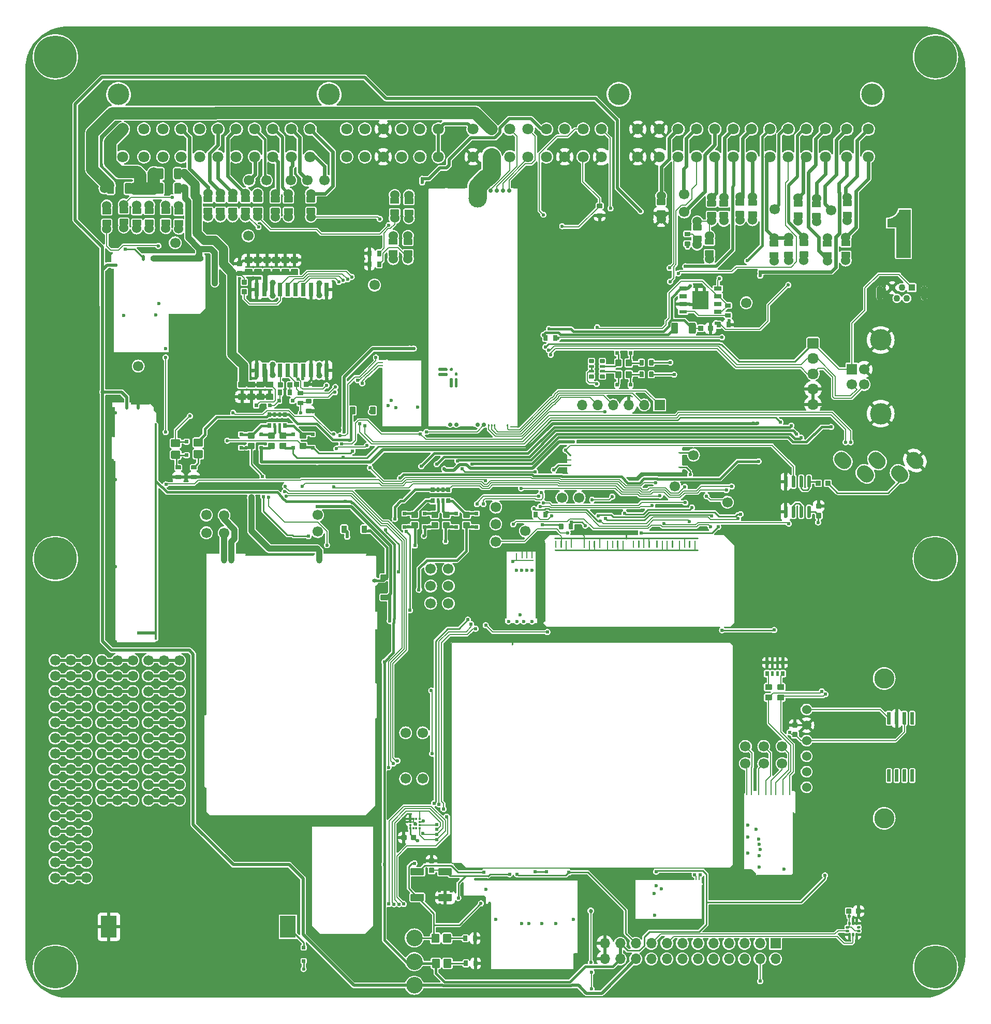
<source format=gtl>
G04 #@! TF.GenerationSoftware,KiCad,Pcbnew,(6.0.1)*
G04 #@! TF.CreationDate,2022-06-24T17:09:16+03:00*
G04 #@! TF.ProjectId,hellen64_NA6_94,68656c6c-656e-4363-945f-4e41365f3934,b*
G04 #@! TF.SameCoordinates,PX141ef50PYa2cc1bc*
G04 #@! TF.FileFunction,Copper,L1,Top*
G04 #@! TF.FilePolarity,Positive*
%FSLAX46Y46*%
G04 Gerber Fmt 4.6, Leading zero omitted, Abs format (unit mm)*
G04 Created by KiCad (PCBNEW (6.0.1)) date 2022-06-24 17:09:16*
%MOMM*%
%LPD*%
G01*
G04 APERTURE LIST*
G04 #@! TA.AperFunction,EtchedComponent*
%ADD10C,0.100000*%
G04 #@! TD*
G04 #@! TA.AperFunction,SMDPad,CuDef*
%ADD11O,0.499999X2.999999*%
G04 #@! TD*
G04 #@! TA.AperFunction,SMDPad,CuDef*
%ADD12O,0.499999X12.700000*%
G04 #@! TD*
G04 #@! TA.AperFunction,SMDPad,CuDef*
%ADD13O,1.200000X0.499999*%
G04 #@! TD*
G04 #@! TA.AperFunction,SMDPad,CuDef*
%ADD14O,17.400001X0.399999*%
G04 #@! TD*
G04 #@! TA.AperFunction,SMDPad,CuDef*
%ADD15O,0.499999X11.400000*%
G04 #@! TD*
G04 #@! TA.AperFunction,SMDPad,CuDef*
%ADD16O,14.449999X0.499999*%
G04 #@! TD*
G04 #@! TA.AperFunction,ComponentPad*
%ADD17C,0.599999*%
G04 #@! TD*
G04 #@! TA.AperFunction,SMDPad,CuDef*
%ADD18O,0.499999X0.250000*%
G04 #@! TD*
G04 #@! TA.AperFunction,ComponentPad*
%ADD19C,1.524000*%
G04 #@! TD*
G04 #@! TA.AperFunction,ComponentPad*
%ADD20C,1.700000*%
G04 #@! TD*
G04 #@! TA.AperFunction,ComponentPad*
%ADD21R,1.700000X1.700000*%
G04 #@! TD*
G04 #@! TA.AperFunction,ComponentPad*
%ADD22O,1.700000X1.700000*%
G04 #@! TD*
G04 #@! TA.AperFunction,SMDPad,CuDef*
%ADD23C,2.700000*%
G04 #@! TD*
G04 #@! TA.AperFunction,SMDPad,CuDef*
%ADD24O,0.200000X14.399999*%
G04 #@! TD*
G04 #@! TA.AperFunction,SMDPad,CuDef*
%ADD25O,0.200000X25.849999*%
G04 #@! TD*
G04 #@! TA.AperFunction,SMDPad,CuDef*
%ADD26O,0.200000X4.149999*%
G04 #@! TD*
G04 #@! TA.AperFunction,SMDPad,CuDef*
%ADD27O,0.200000X4.249999*%
G04 #@! TD*
G04 #@! TA.AperFunction,SMDPad,CuDef*
%ADD28O,0.200000X3.600000*%
G04 #@! TD*
G04 #@! TA.AperFunction,SMDPad,CuDef*
%ADD29O,0.200000X8.824999*%
G04 #@! TD*
G04 #@! TA.AperFunction,SMDPad,CuDef*
%ADD30O,11.324999X0.200000*%
G04 #@! TD*
G04 #@! TA.AperFunction,SMDPad,CuDef*
%ADD31O,25.699999X0.200000*%
G04 #@! TD*
G04 #@! TA.AperFunction,SMDPad,CuDef*
%ADD32O,1.699999X0.200000*%
G04 #@! TD*
G04 #@! TA.AperFunction,SMDPad,CuDef*
%ADD33O,1.000001X1.500000*%
G04 #@! TD*
G04 #@! TA.AperFunction,SMDPad,CuDef*
%ADD34O,0.800001X0.599999*%
G04 #@! TD*
G04 #@! TA.AperFunction,ComponentPad*
%ADD35C,3.500120*%
G04 #@! TD*
G04 #@! TA.AperFunction,ComponentPad*
%ADD36C,1.800000*%
G04 #@! TD*
G04 #@! TA.AperFunction,ComponentPad*
%ADD37R,1.100000X1.100000*%
G04 #@! TD*
G04 #@! TA.AperFunction,ComponentPad*
%ADD38C,1.100000*%
G04 #@! TD*
G04 #@! TA.AperFunction,ComponentPad*
%ADD39O,1.100000X2.400000*%
G04 #@! TD*
G04 #@! TA.AperFunction,ComponentPad*
%ADD40C,3.500000*%
G04 #@! TD*
G04 #@! TA.AperFunction,SMDPad,CuDef*
%ADD41O,0.250000X0.499999*%
G04 #@! TD*
G04 #@! TA.AperFunction,SMDPad,CuDef*
%ADD42O,5.669999X0.200000*%
G04 #@! TD*
G04 #@! TA.AperFunction,SMDPad,CuDef*
%ADD43O,0.399999X9.800001*%
G04 #@! TD*
G04 #@! TA.AperFunction,SMDPad,CuDef*
%ADD44O,6.799999X0.200000*%
G04 #@! TD*
G04 #@! TA.AperFunction,SMDPad,CuDef*
%ADD45O,0.200000X11.100001*%
G04 #@! TD*
G04 #@! TA.AperFunction,ComponentPad*
%ADD46C,3.302000*%
G04 #@! TD*
G04 #@! TA.AperFunction,SMDPad,CuDef*
%ADD47O,0.200000X6.799999*%
G04 #@! TD*
G04 #@! TA.AperFunction,SMDPad,CuDef*
%ADD48O,9.800001X0.399999*%
G04 #@! TD*
G04 #@! TA.AperFunction,SMDPad,CuDef*
%ADD49O,0.200000X5.669999*%
G04 #@! TD*
G04 #@! TA.AperFunction,SMDPad,CuDef*
%ADD50O,11.100001X0.200000*%
G04 #@! TD*
G04 #@! TA.AperFunction,ComponentPad*
%ADD51C,7.000000*%
G04 #@! TD*
G04 #@! TA.AperFunction,SMDPad,CuDef*
%ADD52R,0.375000X0.350000*%
G04 #@! TD*
G04 #@! TA.AperFunction,SMDPad,CuDef*
%ADD53R,0.350000X0.375000*%
G04 #@! TD*
G04 #@! TA.AperFunction,SMDPad,CuDef*
%ADD54R,2.600000X3.600000*%
G04 #@! TD*
G04 #@! TA.AperFunction,SMDPad,CuDef*
%ADD55O,0.499999X1.000001*%
G04 #@! TD*
G04 #@! TA.AperFunction,SMDPad,CuDef*
%ADD56O,8.744829X1.000001*%
G04 #@! TD*
G04 #@! TA.AperFunction,SMDPad,CuDef*
%ADD57O,9.199999X0.200000*%
G04 #@! TD*
G04 #@! TA.AperFunction,SMDPad,CuDef*
%ADD58O,0.499999X0.200000*%
G04 #@! TD*
G04 #@! TA.AperFunction,SMDPad,CuDef*
%ADD59O,0.399999X9.000000*%
G04 #@! TD*
G04 #@! TA.AperFunction,SMDPad,CuDef*
%ADD60O,0.200000X13.800000*%
G04 #@! TD*
G04 #@! TA.AperFunction,SMDPad,CuDef*
%ADD61O,5.399999X0.399999*%
G04 #@! TD*
G04 #@! TA.AperFunction,SMDPad,CuDef*
%ADD62O,0.200000X6.500000*%
G04 #@! TD*
G04 #@! TA.AperFunction,ComponentPad*
%ADD63C,0.700000*%
G04 #@! TD*
G04 #@! TA.AperFunction,SMDPad,CuDef*
%ADD64C,3.000000*%
G04 #@! TD*
G04 #@! TA.AperFunction,SMDPad,CuDef*
%ADD65R,3.000000X0.250000*%
G04 #@! TD*
G04 #@! TA.AperFunction,SMDPad,CuDef*
%ADD66R,1.450000X0.250000*%
G04 #@! TD*
G04 #@! TA.AperFunction,SMDPad,CuDef*
%ADD67R,2.250000X0.250000*%
G04 #@! TD*
G04 #@! TA.AperFunction,SMDPad,CuDef*
%ADD68R,2.950000X0.250000*%
G04 #@! TD*
G04 #@! TA.AperFunction,SMDPad,CuDef*
%ADD69R,0.250000X39.250000*%
G04 #@! TD*
G04 #@! TA.AperFunction,SMDPad,CuDef*
%ADD70R,3.100000X0.250000*%
G04 #@! TD*
G04 #@! TA.AperFunction,SMDPad,CuDef*
%ADD71R,0.950000X0.250000*%
G04 #@! TD*
G04 #@! TA.AperFunction,SMDPad,CuDef*
%ADD72O,5.100000X0.200000*%
G04 #@! TD*
G04 #@! TA.AperFunction,SMDPad,CuDef*
%ADD73O,0.200000X11.100000*%
G04 #@! TD*
G04 #@! TA.AperFunction,SMDPad,CuDef*
%ADD74O,0.200000X0.950000*%
G04 #@! TD*
G04 #@! TA.AperFunction,ComponentPad*
%ADD75C,0.600000*%
G04 #@! TD*
G04 #@! TA.AperFunction,SMDPad,CuDef*
%ADD76O,3.500000X0.200000*%
G04 #@! TD*
G04 #@! TA.AperFunction,SMDPad,CuDef*
%ADD77O,0.250000X0.500000*%
G04 #@! TD*
G04 #@! TA.AperFunction,SMDPad,CuDef*
%ADD78R,1.310000X0.650000*%
G04 #@! TD*
G04 #@! TA.AperFunction,SMDPad,CuDef*
%ADD79R,1.310000X0.600000*%
G04 #@! TD*
G04 #@! TA.AperFunction,SMDPad,CuDef*
%ADD80R,1.325000X1.500000*%
G04 #@! TD*
G04 #@! TA.AperFunction,SMDPad,CuDef*
%ADD81O,0.250000X10.200000*%
G04 #@! TD*
G04 #@! TA.AperFunction,SMDPad,CuDef*
%ADD82O,5.800001X0.250000*%
G04 #@! TD*
G04 #@! TA.AperFunction,SMDPad,CuDef*
%ADD83O,0.200000X0.399999*%
G04 #@! TD*
G04 #@! TA.AperFunction,SMDPad,CuDef*
%ADD84O,0.399999X5.000000*%
G04 #@! TD*
G04 #@! TA.AperFunction,SMDPad,CuDef*
%ADD85O,0.399999X30.000001*%
G04 #@! TD*
G04 #@! TA.AperFunction,SMDPad,CuDef*
%ADD86O,7.200001X0.399999*%
G04 #@! TD*
G04 #@! TA.AperFunction,SMDPad,CuDef*
%ADD87O,3.099999X0.200000*%
G04 #@! TD*
G04 #@! TA.AperFunction,SMDPad,CuDef*
%ADD88O,2.999999X0.499999*%
G04 #@! TD*
G04 #@! TA.AperFunction,SMDPad,CuDef*
%ADD89O,0.399999X35.400000*%
G04 #@! TD*
G04 #@! TA.AperFunction,SMDPad,CuDef*
%ADD90R,0.800000X2.200000*%
G04 #@! TD*
G04 #@! TA.AperFunction,SMDPad,CuDef*
%ADD91R,2.032000X5.080000*%
G04 #@! TD*
G04 #@! TA.AperFunction,SMDPad,CuDef*
%ADD92R,11.430000X7.620000*%
G04 #@! TD*
G04 #@! TA.AperFunction,ComponentPad*
%ADD93O,1.850000X1.700000*%
G04 #@! TD*
G04 #@! TA.AperFunction,ViaPad*
%ADD94C,0.600000*%
G04 #@! TD*
G04 #@! TA.AperFunction,ViaPad*
%ADD95C,0.685800*%
G04 #@! TD*
G04 #@! TA.AperFunction,ViaPad*
%ADD96C,1.500000*%
G04 #@! TD*
G04 #@! TA.AperFunction,ViaPad*
%ADD97C,0.609600*%
G04 #@! TD*
G04 #@! TA.AperFunction,ViaPad*
%ADD98C,1.000000*%
G04 #@! TD*
G04 #@! TA.AperFunction,Conductor*
%ADD99C,0.200000*%
G04 #@! TD*
G04 #@! TA.AperFunction,Conductor*
%ADD100C,0.400000*%
G04 #@! TD*
G04 #@! TA.AperFunction,Conductor*
%ADD101C,0.254000*%
G04 #@! TD*
G04 #@! TA.AperFunction,Conductor*
%ADD102C,0.299720*%
G04 #@! TD*
G04 #@! TA.AperFunction,Conductor*
%ADD103C,0.508000*%
G04 #@! TD*
G04 #@! TA.AperFunction,Conductor*
%ADD104C,0.600000*%
G04 #@! TD*
G04 #@! TA.AperFunction,Conductor*
%ADD105C,2.000000*%
G04 #@! TD*
G04 #@! TA.AperFunction,Conductor*
%ADD106C,0.203200*%
G04 #@! TD*
G04 #@! TA.AperFunction,Conductor*
%ADD107C,1.000000*%
G04 #@! TD*
G04 #@! TA.AperFunction,Conductor*
%ADD108C,0.500000*%
G04 #@! TD*
G04 #@! TA.AperFunction,Conductor*
%ADD109C,3.000000*%
G04 #@! TD*
G04 #@! TA.AperFunction,Conductor*
%ADD110C,1.500000*%
G04 #@! TD*
G04 #@! TA.AperFunction,Conductor*
%ADD111C,0.800000*%
G04 #@! TD*
G04 APERTURE END LIST*
D10*
G04 #@! TO.C,G3*
X144907029Y121113053D02*
X142607029Y121113053D01*
X142607029Y121113053D02*
X142607029Y126013053D01*
X142607029Y126013053D02*
X142597029Y126063053D01*
X142597029Y126063053D02*
X142557029Y126103053D01*
X142557029Y126103053D02*
X142507029Y126113053D01*
X142507029Y126113053D02*
X141107029Y126113053D01*
X141107029Y126113053D02*
X141107029Y127413053D01*
X141107029Y127413053D02*
X141207029Y127413053D01*
X141207029Y127413053D02*
X141387029Y127433053D01*
X141387029Y127433053D02*
X141597029Y127473053D01*
X141597029Y127473053D02*
X141807029Y127543053D01*
X141807029Y127543053D02*
X141937029Y127593053D01*
X141937029Y127593053D02*
X142117029Y127683053D01*
X142117029Y127683053D02*
X142287029Y127793053D01*
X142287029Y127793053D02*
X142467029Y127933053D01*
X142467029Y127933053D02*
X142657029Y128123053D01*
X142657029Y128123053D02*
X142747029Y128243053D01*
X142747029Y128243053D02*
X142857029Y128403053D01*
X142857029Y128403053D02*
X142967029Y128603053D01*
X142967029Y128603053D02*
X143047029Y128793053D01*
X143047029Y128793053D02*
X143087029Y128913053D01*
X143087029Y128913053D02*
X144907029Y128913053D01*
X144907029Y128913053D02*
X144907029Y121113053D01*
G36*
X144907029Y121113053D02*
G01*
X142607029Y121113053D01*
X142607029Y126013053D01*
X142597029Y126063053D01*
X142557029Y126103053D01*
X142507029Y126113053D01*
X141107029Y126113053D01*
X141107029Y127413053D01*
X141207029Y127413053D01*
X141387029Y127433053D01*
X141597029Y127473053D01*
X141807029Y127543053D01*
X141937029Y127593053D01*
X142117029Y127683053D01*
X142287029Y127793053D01*
X142467029Y127933053D01*
X142657029Y128123053D01*
X142747029Y128243053D01*
X142857029Y128403053D01*
X142967029Y128603053D01*
X143047029Y128793053D01*
X143087029Y128913053D01*
X144907029Y128913053D01*
X144907029Y121113053D01*
G37*
X144907029Y121113053D02*
X142607029Y121113053D01*
X142607029Y126013053D01*
X142597029Y126063053D01*
X142557029Y126103053D01*
X142507029Y126113053D01*
X141107029Y126113053D01*
X141107029Y127413053D01*
X141207029Y127413053D01*
X141387029Y127433053D01*
X141597029Y127473053D01*
X141807029Y127543053D01*
X141937029Y127593053D01*
X142117029Y127683053D01*
X142287029Y127793053D01*
X142467029Y127933053D01*
X142657029Y128123053D01*
X142747029Y128243053D01*
X142857029Y128403053D01*
X142967029Y128603053D01*
X143047029Y128793053D01*
X143087029Y128913053D01*
X144907029Y128913053D01*
X144907029Y121113053D01*
G04 #@! TD*
G04 #@! TO.P,U7,1*
G04 #@! TO.N,unconnected-(U7-Pad1)*
G04 #@! TA.AperFunction,SMDPad,CuDef*
G36*
G01*
X144932980Y46795340D02*
X145440380Y46795340D01*
G75*
G02*
X145481680Y46754040I0J-41300D01*
G01*
X145481680Y44816640D01*
G75*
G02*
X145440380Y44775340I-41300J0D01*
G01*
X144932980Y44775340D01*
G75*
G02*
X144891680Y44816640I0J41300D01*
G01*
X144891680Y46754040D01*
G75*
G02*
X144932980Y46795340I41300J0D01*
G01*
G37*
G04 #@! TD.AperFunction*
G04 #@! TO.P,U7,2,Vs*
G04 #@! TO.N,+5VA*
G04 #@! TA.AperFunction,SMDPad,CuDef*
G36*
G01*
X143662980Y46795340D02*
X144170380Y46795340D01*
G75*
G02*
X144211680Y46754040I0J-41300D01*
G01*
X144211680Y44816640D01*
G75*
G02*
X144170380Y44775340I-41300J0D01*
G01*
X143662980Y44775340D01*
G75*
G02*
X143621680Y44816640I0J41300D01*
G01*
X143621680Y46754040D01*
G75*
G02*
X143662980Y46795340I41300J0D01*
G01*
G37*
G04 #@! TD.AperFunction*
G04 #@! TO.P,U7,3,GND*
G04 #@! TO.N,GND*
G04 #@! TA.AperFunction,SMDPad,CuDef*
G36*
G01*
X142392980Y46795340D02*
X142900380Y46795340D01*
G75*
G02*
X142941680Y46754040I0J-41300D01*
G01*
X142941680Y44816640D01*
G75*
G02*
X142900380Y44775340I-41300J0D01*
G01*
X142392980Y44775340D01*
G75*
G02*
X142351680Y44816640I0J41300D01*
G01*
X142351680Y46754040D01*
G75*
G02*
X142392980Y46795340I41300J0D01*
G01*
G37*
G04 #@! TD.AperFunction*
G04 #@! TO.P,U7,4,Vout*
G04 #@! TO.N,/IN_MAP3*
G04 #@! TA.AperFunction,SMDPad,CuDef*
G36*
G01*
X141122980Y46795340D02*
X141630380Y46795340D01*
G75*
G02*
X141671680Y46754040I0J-41300D01*
G01*
X141671680Y44816640D01*
G75*
G02*
X141630380Y44775340I-41300J0D01*
G01*
X141122980Y44775340D01*
G75*
G02*
X141081680Y44816640I0J41300D01*
G01*
X141081680Y46754040D01*
G75*
G02*
X141122980Y46795340I41300J0D01*
G01*
G37*
G04 #@! TD.AperFunction*
G04 #@! TO.P,U7,5*
G04 #@! TO.N,unconnected-(U7-Pad5)*
G04 #@! TA.AperFunction,SMDPad,CuDef*
G36*
G01*
X141122980Y37435340D02*
X141630380Y37435340D01*
G75*
G02*
X141671680Y37394040I0J-41300D01*
G01*
X141671680Y35456640D01*
G75*
G02*
X141630380Y35415340I-41300J0D01*
G01*
X141122980Y35415340D01*
G75*
G02*
X141081680Y35456640I0J41300D01*
G01*
X141081680Y37394040D01*
G75*
G02*
X141122980Y37435340I41300J0D01*
G01*
G37*
G04 #@! TD.AperFunction*
G04 #@! TO.P,U7,6*
G04 #@! TO.N,unconnected-(U7-Pad6)*
G04 #@! TA.AperFunction,SMDPad,CuDef*
G36*
G01*
X142392980Y37435340D02*
X142900380Y37435340D01*
G75*
G02*
X142941680Y37394040I0J-41300D01*
G01*
X142941680Y35456640D01*
G75*
G02*
X142900380Y35415340I-41300J0D01*
G01*
X142392980Y35415340D01*
G75*
G02*
X142351680Y35456640I0J41300D01*
G01*
X142351680Y37394040D01*
G75*
G02*
X142392980Y37435340I41300J0D01*
G01*
G37*
G04 #@! TD.AperFunction*
G04 #@! TO.P,U7,7*
G04 #@! TO.N,unconnected-(U7-Pad7)*
G04 #@! TA.AperFunction,SMDPad,CuDef*
G36*
G01*
X143662980Y37435340D02*
X144170380Y37435340D01*
G75*
G02*
X144211680Y37394040I0J-41300D01*
G01*
X144211680Y35456640D01*
G75*
G02*
X144170380Y35415340I-41300J0D01*
G01*
X143662980Y35415340D01*
G75*
G02*
X143621680Y35456640I0J41300D01*
G01*
X143621680Y37394040D01*
G75*
G02*
X143662980Y37435340I41300J0D01*
G01*
G37*
G04 #@! TD.AperFunction*
G04 #@! TO.P,U7,8*
G04 #@! TO.N,unconnected-(U7-Pad8)*
G04 #@! TA.AperFunction,SMDPad,CuDef*
G36*
G01*
X144932980Y37435340D02*
X145440380Y37435340D01*
G75*
G02*
X145481680Y37394040I0J-41300D01*
G01*
X145481680Y35456640D01*
G75*
G02*
X145440380Y35415340I-41300J0D01*
G01*
X144932980Y35415340D01*
G75*
G02*
X144891680Y35456640I0J41300D01*
G01*
X144891680Y37394040D01*
G75*
G02*
X144932980Y37435340I41300J0D01*
G01*
G37*
G04 #@! TD.AperFunction*
G04 #@! TD*
D11*
G04 #@! TO.P,M4,G,GND*
G04 #@! TO.N,GND*
X89968539Y5845064D03*
D12*
X90718540Y13232532D03*
D13*
X90318541Y7120058D03*
D14*
X82218547Y19395047D03*
D15*
X76018539Y10107529D03*
D16*
X82988541Y4570030D03*
D17*
G04 #@! TO.P,M4,V1,V33*
G04 #@! TO.N,+3V3*
X75468535Y17795040D03*
G04 #@! TO.P,M4,V2,GND*
G04 #@! TO.N,GND*
X77043549Y12890031D03*
G04 #@! TO.P,M4,V3,GND*
X89747567Y12899094D03*
G04 #@! TO.P,M4,V4,SD_CS*
G04 #@! TO.N,/SD_CS*
X81268539Y12220030D03*
G04 #@! TO.P,M4,V5,SD_MOSI*
G04 #@! TO.N,/SD_MOSI*
X82443543Y12220030D03*
G04 #@! TO.P,M4,V6,SD_SCK*
G04 #@! TO.N,/SD_SCK*
X84618537Y12220030D03*
G04 #@! TO.P,M4,V7,SD_MISO*
G04 #@! TO.N,/SD_MISO*
X86843539Y12220030D03*
G04 #@! TD*
D18*
G04 #@! TO.P,M9,E1,V5A*
G04 #@! TO.N,+5VA*
X89261466Y87168744D03*
G04 #@! TO.P,M9,E2,GND*
G04 #@! TO.N,GND*
X89261466Y88043744D03*
G04 #@! TO.P,M9,E3,OUT_KNOCK*
G04 #@! TO.N,/IN_KNOCK*
X89261466Y88743745D03*
G04 #@! TO.P,M9,W1,IN_KNOCK*
G04 #@! TO.N,/IN_KNOCK_RAW*
X107086464Y89193744D03*
G04 #@! TO.P,M9,W2,VREF*
G04 #@! TO.N,/VREF2*
X107086464Y86793741D03*
G04 #@! TD*
G04 #@! TO.P,R57,1*
G04 #@! TO.N,/IN_TEMP_OR_PPS2*
G04 #@! TA.AperFunction,SMDPad,CuDef*
G36*
G01*
X58321680Y120375340D02*
X58321680Y119595340D01*
G75*
G02*
X58251680Y119525340I-70000J0D01*
G01*
X57691680Y119525340D01*
G75*
G02*
X57621680Y119595340I0J70000D01*
G01*
X57621680Y120375340D01*
G75*
G02*
X57691680Y120445340I70000J0D01*
G01*
X58251680Y120445340D01*
G75*
G02*
X58321680Y120375340I0J-70000D01*
G01*
G37*
G04 #@! TD.AperFunction*
G04 #@! TO.P,R57,2*
G04 #@! TO.N,GND*
G04 #@! TA.AperFunction,SMDPad,CuDef*
G36*
G01*
X56721680Y120375340D02*
X56721680Y119595340D01*
G75*
G02*
X56651680Y119525340I-70000J0D01*
G01*
X56091680Y119525340D01*
G75*
G02*
X56021680Y119595340I0J70000D01*
G01*
X56021680Y120375340D01*
G75*
G02*
X56091680Y120445340I70000J0D01*
G01*
X56651680Y120445340D01*
G75*
G02*
X56721680Y120375340I0J-70000D01*
G01*
G37*
G04 #@! TD.AperFunction*
G04 #@! TD*
G04 #@! TO.P,R8,1,1*
G04 #@! TO.N,/IN_TPS*
G04 #@! TA.AperFunction,SMDPad,CuDef*
G36*
G01*
X60886680Y121305339D02*
X59636680Y121305339D01*
G75*
G02*
X59536680Y121405339I0J100000D01*
G01*
X59536680Y122205339D01*
G75*
G02*
X59636680Y122305339I100000J0D01*
G01*
X60886680Y122305339D01*
G75*
G02*
X60986680Y122205339I0J-100000D01*
G01*
X60986680Y121405339D01*
G75*
G02*
X60886680Y121305339I-100000J0D01*
G01*
G37*
G04 #@! TD.AperFunction*
D19*
X60261680Y120850340D03*
G04 #@! TO.P,R8,2,2*
G04 #@! TO.N,Net-(P2-Pad75)*
G04 #@! TA.AperFunction,SMDPad,CuDef*
G36*
G01*
X60886680Y123205361D02*
X59636680Y123205361D01*
G75*
G02*
X59536680Y123305361I0J100000D01*
G01*
X59536680Y124105361D01*
G75*
G02*
X59636680Y124205361I100000J0D01*
G01*
X60886680Y124205361D01*
G75*
G02*
X60986680Y124105361I0J-100000D01*
G01*
X60986680Y123305361D01*
G75*
G02*
X60886680Y123205361I-100000J0D01*
G01*
G37*
G04 #@! TD.AperFunction*
X60261680Y124660340D03*
G04 #@! TD*
G04 #@! TO.P,R32,1,1*
G04 #@! TO.N,/IN_VSS*
G04 #@! TA.AperFunction,SMDPad,CuDef*
G36*
G01*
X38726680Y128255339D02*
X37476680Y128255339D01*
G75*
G02*
X37376680Y128355339I0J100000D01*
G01*
X37376680Y129155339D01*
G75*
G02*
X37476680Y129255339I100000J0D01*
G01*
X38726680Y129255339D01*
G75*
G02*
X38826680Y129155339I0J-100000D01*
G01*
X38826680Y128355339D01*
G75*
G02*
X38726680Y128255339I-100000J0D01*
G01*
G37*
G04 #@! TD.AperFunction*
X38101680Y127800340D03*
G04 #@! TO.P,R32,2,2*
G04 #@! TO.N,/1M*
G04 #@! TA.AperFunction,SMDPad,CuDef*
G36*
G01*
X38726680Y130155361D02*
X37476680Y130155361D01*
G75*
G02*
X37376680Y130255361I0J100000D01*
G01*
X37376680Y131055361D01*
G75*
G02*
X37476680Y131155361I100000J0D01*
G01*
X38726680Y131155361D01*
G75*
G02*
X38826680Y131055361I0J-100000D01*
G01*
X38826680Y130255361D01*
G75*
G02*
X38726680Y130155361I-100000J0D01*
G01*
G37*
G04 #@! TD.AperFunction*
X38101680Y131610340D03*
G04 #@! TD*
D20*
G04 #@! TO.P,P5,1,Pin_1*
G04 #@! TO.N,/IO12*
X62302380Y35910220D03*
G04 #@! TD*
G04 #@! TO.P,P6,1,Pin_1*
G04 #@! TO.N,/IO13*
X62302380Y43412400D03*
G04 #@! TD*
G04 #@! TO.P,R2,1*
G04 #@! TO.N,Net-(D10-Pad2)*
G04 #@! TA.AperFunction,SMDPad,CuDef*
G36*
G01*
X24710000Y87162500D02*
X25490000Y87162500D01*
G75*
G02*
X25560000Y87092500I0J-70000D01*
G01*
X25560000Y86532500D01*
G75*
G02*
X25490000Y86462500I-70000J0D01*
G01*
X24710000Y86462500D01*
G75*
G02*
X24640000Y86532500I0J70000D01*
G01*
X24640000Y87092500D01*
G75*
G02*
X24710000Y87162500I70000J0D01*
G01*
G37*
G04 #@! TD.AperFunction*
G04 #@! TO.P,R2,2*
G04 #@! TO.N,GND*
G04 #@! TA.AperFunction,SMDPad,CuDef*
G36*
G01*
X24710000Y85562500D02*
X25490000Y85562500D01*
G75*
G02*
X25560000Y85492500I0J-70000D01*
G01*
X25560000Y84932500D01*
G75*
G02*
X25490000Y84862500I-70000J0D01*
G01*
X24710000Y84862500D01*
G75*
G02*
X24640000Y84932500I0J70000D01*
G01*
X24640000Y85492500D01*
G75*
G02*
X24710000Y85562500I70000J0D01*
G01*
G37*
G04 #@! TD.AperFunction*
G04 #@! TD*
D21*
G04 #@! TO.P,J27,1,Pin_1*
G04 #@! TO.N,Net-(J27-Pad1)*
X103851680Y97005340D03*
D22*
G04 #@! TO.P,J27,2,Pin_2*
G04 #@! TO.N,Net-(J27-Pad2)*
X101311680Y97005340D03*
G04 #@! TO.P,J27,3,Pin_3*
G04 #@! TO.N,GND*
X98771680Y97005340D03*
G04 #@! TO.P,J27,4,Pin_4*
G04 #@! TO.N,Net-(J27-Pad4)*
X96231680Y97005340D03*
G04 #@! TO.P,J27,5,Pin_5*
G04 #@! TO.N,Net-(J27-Pad5)*
X93691680Y97005340D03*
G04 #@! TO.P,J27,6,Pin_6*
G04 #@! TO.N,unconnected-(J27-Pad6)*
X91151680Y97005340D03*
G04 #@! TD*
G04 #@! TO.P,R4,1*
G04 #@! TO.N,/IN_MAF*
G04 #@! TA.AperFunction,SMDPad,CuDef*
G36*
G01*
X113181680Y109745340D02*
X113181680Y110525340D01*
G75*
G02*
X113251680Y110595340I70000J0D01*
G01*
X113811680Y110595340D01*
G75*
G02*
X113881680Y110525340I0J-70000D01*
G01*
X113881680Y109745340D01*
G75*
G02*
X113811680Y109675340I-70000J0D01*
G01*
X113251680Y109675340D01*
G75*
G02*
X113181680Y109745340I0J70000D01*
G01*
G37*
G04 #@! TD.AperFunction*
G04 #@! TO.P,R4,2*
G04 #@! TO.N,GND*
G04 #@! TA.AperFunction,SMDPad,CuDef*
G36*
G01*
X114781680Y109745340D02*
X114781680Y110525340D01*
G75*
G02*
X114851680Y110595340I70000J0D01*
G01*
X115411680Y110595340D01*
G75*
G02*
X115481680Y110525340I0J-70000D01*
G01*
X115481680Y109745340D01*
G75*
G02*
X115411680Y109675340I-70000J0D01*
G01*
X114851680Y109675340D01*
G75*
G02*
X114781680Y109745340I0J70000D01*
G01*
G37*
G04 #@! TD.AperFunction*
G04 #@! TD*
D20*
G04 #@! TO.P,P19,1,Pin_1*
G04 #@! TO.N,/1O*
X36691680Y133695340D03*
G04 #@! TD*
D23*
G04 #@! TO.P,J19,1,Pin_1*
G04 #@! TO.N,+12V*
X63719659Y2136041D03*
G04 #@! TD*
G04 #@! TO.P,C3,1*
G04 #@! TO.N,GND*
G04 #@! TA.AperFunction,SMDPad,CuDef*
G36*
G01*
X61596678Y25965340D02*
X61596678Y26645340D01*
G75*
G02*
X61681678Y26730340I85000J0D01*
G01*
X62361678Y26730340D01*
G75*
G02*
X62446678Y26645340I0J-85000D01*
G01*
X62446678Y25965340D01*
G75*
G02*
X62361678Y25880340I-85000J0D01*
G01*
X61681678Y25880340D01*
G75*
G02*
X61596678Y25965340I0J85000D01*
G01*
G37*
G04 #@! TD.AperFunction*
G04 #@! TO.P,C3,2*
G04 #@! TO.N,+3V3*
G04 #@! TA.AperFunction,SMDPad,CuDef*
G36*
G01*
X63176680Y25965340D02*
X63176680Y26645340D01*
G75*
G02*
X63261680Y26730340I85000J0D01*
G01*
X63941680Y26730340D01*
G75*
G02*
X64026680Y26645340I0J-85000D01*
G01*
X64026680Y25965340D01*
G75*
G02*
X63941680Y25880340I-85000J0D01*
G01*
X63261680Y25880340D01*
G75*
G02*
X63176680Y25965340I0J85000D01*
G01*
G37*
G04 #@! TD.AperFunction*
G04 #@! TD*
D20*
G04 #@! TO.P,G4,1*
G04 #@! TO.N,Net-(G4-Pad1)*
X20210000Y45097322D03*
G04 #@! TO.P,G4,2*
G04 #@! TO.N,Net-(G4-Pad12)*
X20210000Y47637322D03*
G04 #@! TO.P,G4,3*
G04 #@! TO.N,Net-(G4-Pad13)*
X20210000Y50177322D03*
G04 #@! TO.P,G4,4*
G04 #@! TO.N,Net-(G4-Pad14)*
X20210000Y52717322D03*
G04 #@! TO.P,G4,5*
G04 #@! TO.N,Net-(G4-Pad10)*
X20210000Y55257322D03*
G04 #@! TO.P,G4,6*
G04 #@! TO.N,Net-(G4-Pad1)*
X22750000Y45097322D03*
G04 #@! TO.P,G4,7*
G04 #@! TO.N,Net-(G4-Pad12)*
X22750000Y47637322D03*
G04 #@! TO.P,G4,8*
G04 #@! TO.N,Net-(G4-Pad13)*
X22750000Y50177322D03*
G04 #@! TO.P,G4,9*
G04 #@! TO.N,Net-(G4-Pad14)*
X22750000Y52717322D03*
G04 #@! TO.P,G4,10*
G04 #@! TO.N,Net-(G4-Pad10)*
X22750000Y55257322D03*
G04 #@! TO.P,G4,11*
G04 #@! TO.N,Net-(G4-Pad1)*
X25290000Y45097322D03*
G04 #@! TO.P,G4,12*
G04 #@! TO.N,Net-(G4-Pad12)*
X25290000Y47637322D03*
G04 #@! TO.P,G4,13*
G04 #@! TO.N,Net-(G4-Pad13)*
X25290000Y50177322D03*
G04 #@! TO.P,G4,14*
G04 #@! TO.N,Net-(G4-Pad14)*
X25290000Y52717322D03*
G04 #@! TO.P,G4,15*
G04 #@! TO.N,Net-(G4-Pad10)*
X25290000Y55257322D03*
G04 #@! TD*
G04 #@! TO.P,R9,1*
G04 #@! TO.N,Net-(C8-Pad1)*
G04 #@! TA.AperFunction,SMDPad,CuDef*
G36*
G01*
X44731680Y99275340D02*
X45511680Y99275340D01*
G75*
G02*
X45581680Y99205340I0J-70000D01*
G01*
X45581680Y98645340D01*
G75*
G02*
X45511680Y98575340I-70000J0D01*
G01*
X44731680Y98575340D01*
G75*
G02*
X44661680Y98645340I0J70000D01*
G01*
X44661680Y99205340D01*
G75*
G02*
X44731680Y99275340I70000J0D01*
G01*
G37*
G04 #@! TD.AperFunction*
G04 #@! TO.P,R9,2*
G04 #@! TO.N,/ETB_EN*
G04 #@! TA.AperFunction,SMDPad,CuDef*
G36*
G01*
X44731680Y97675340D02*
X45511680Y97675340D01*
G75*
G02*
X45581680Y97605340I0J-70000D01*
G01*
X45581680Y97045340D01*
G75*
G02*
X45511680Y96975340I-70000J0D01*
G01*
X44731680Y96975340D01*
G75*
G02*
X44661680Y97045340I0J70000D01*
G01*
X44661680Y97605340D01*
G75*
G02*
X44731680Y97675340I70000J0D01*
G01*
G37*
G04 #@! TD.AperFunction*
G04 #@! TD*
G04 #@! TO.P,P27,1,Pin_1*
G04 #@! TO.N,/OUT_PP2*
X57211680Y116595340D03*
G04 #@! TD*
G04 #@! TO.P,P10,1,Pin_1*
G04 #@! TO.N,/1C*
X24601680Y123505340D03*
G04 #@! TD*
G04 #@! TO.P,R21,1*
G04 #@! TO.N,+12V_PROT*
G04 #@! TA.AperFunction,SMDPad,CuDef*
G36*
G01*
X108791680Y123005340D02*
X108011680Y123005340D01*
G75*
G02*
X107941680Y123075340I0J70000D01*
G01*
X107941680Y123635340D01*
G75*
G02*
X108011680Y123705340I70000J0D01*
G01*
X108791680Y123705340D01*
G75*
G02*
X108861680Y123635340I0J-70000D01*
G01*
X108861680Y123075340D01*
G75*
G02*
X108791680Y123005340I-70000J0D01*
G01*
G37*
G04 #@! TD.AperFunction*
G04 #@! TO.P,R21,2*
G04 #@! TO.N,Net-(R21-Pad2)*
G04 #@! TA.AperFunction,SMDPad,CuDef*
G36*
G01*
X108791680Y124605340D02*
X108011680Y124605340D01*
G75*
G02*
X107941680Y124675340I0J70000D01*
G01*
X107941680Y125235340D01*
G75*
G02*
X108011680Y125305340I70000J0D01*
G01*
X108791680Y125305340D01*
G75*
G02*
X108861680Y125235340I0J-70000D01*
G01*
X108861680Y124675340D01*
G75*
G02*
X108791680Y124605340I-70000J0D01*
G01*
G37*
G04 #@! TD.AperFunction*
G04 #@! TD*
G04 #@! TO.P,P12,1,Pin_1*
G04 #@! TO.N,/OUT_SOLENOID_A1*
X29701680Y79005340D03*
G04 #@! TD*
G04 #@! TO.P,G12,1*
G04 #@! TO.N,Net-(G12-Pad1)*
X12590000Y32397322D03*
G04 #@! TO.P,G12,2*
G04 #@! TO.N,Net-(G12-Pad12)*
X12590000Y34937322D03*
G04 #@! TO.P,G12,3*
G04 #@! TO.N,Net-(G12-Pad13)*
X12590000Y37477322D03*
G04 #@! TO.P,G12,4*
G04 #@! TO.N,Net-(G12-Pad14)*
X12590000Y40017322D03*
G04 #@! TO.P,G12,5*
G04 #@! TO.N,Net-(G12-Pad10)*
X12590000Y42557322D03*
G04 #@! TO.P,G12,6*
G04 #@! TO.N,Net-(G12-Pad1)*
X15130000Y32397322D03*
G04 #@! TO.P,G12,7*
G04 #@! TO.N,Net-(G12-Pad12)*
X15130000Y34937322D03*
G04 #@! TO.P,G12,8*
G04 #@! TO.N,Net-(G12-Pad13)*
X15130000Y37477322D03*
G04 #@! TO.P,G12,9*
G04 #@! TO.N,Net-(G12-Pad14)*
X15130000Y40017322D03*
G04 #@! TO.P,G12,10*
G04 #@! TO.N,Net-(G12-Pad10)*
X15130000Y42557322D03*
G04 #@! TO.P,G12,11*
G04 #@! TO.N,Net-(G12-Pad1)*
X17670000Y32397322D03*
G04 #@! TO.P,G12,12*
G04 #@! TO.N,Net-(G12-Pad12)*
X17670000Y34937322D03*
G04 #@! TO.P,G12,13*
G04 #@! TO.N,Net-(G12-Pad13)*
X17670000Y37477322D03*
G04 #@! TO.P,G12,14*
G04 #@! TO.N,Net-(G12-Pad14)*
X17670000Y40017322D03*
G04 #@! TO.P,G12,15*
G04 #@! TO.N,Net-(G12-Pad10)*
X17670000Y42557322D03*
G04 #@! TD*
D24*
G04 #@! TO.P,M5,G,GND*
G04 #@! TO.N,GND*
X57389993Y38601063D03*
D25*
X29641557Y59196722D03*
D26*
X29639995Y32385711D03*
G04 #@! TA.AperFunction,SMDPad,CuDef*
G36*
G01*
X30281049Y29751948D02*
X30281049Y29751948D01*
G75*
G02*
X30139627Y29751948I-70711J70711D01*
G01*
X29573941Y30317634D01*
G75*
G02*
X29573941Y30459056I70711J70711D01*
G01*
X29573941Y30459056D01*
G75*
G02*
X29715363Y30459056I70711J-70711D01*
G01*
X30281049Y29893370D01*
G75*
G02*
X30281049Y29751948I-70711J-70711D01*
G01*
G37*
G04 #@! TD.AperFunction*
G04 #@! TA.AperFunction,SMDPad,CuDef*
G36*
G01*
X57441065Y31485197D02*
X57441065Y31485197D01*
G75*
G02*
X57441065Y31343775I-70711J-70711D01*
G01*
X55864217Y29766927D01*
G75*
G02*
X55722795Y29766927I-70711J70711D01*
G01*
X55722795Y29766927D01*
G75*
G02*
X55722795Y29908349I70711J70711D01*
G01*
X57299643Y31485197D01*
G75*
G02*
X57441065Y31485197I70711J-70711D01*
G01*
G37*
G04 #@! TD.AperFunction*
D27*
X57391527Y65321721D03*
D28*
X57541542Y70631720D03*
D29*
X57389990Y55959347D03*
D30*
X41691538Y72396721D03*
G04 #@! TA.AperFunction,SMDPad,CuDef*
G36*
G01*
X57506862Y72489596D02*
X57577572Y72418886D01*
G75*
G02*
X57577572Y72277464I-70711J-70711D01*
G01*
X57577572Y72277464D01*
G75*
G02*
X57436150Y72277464I-70711J70711D01*
G01*
X57365440Y72348174D01*
G75*
G02*
X57365440Y72489596I70711J70711D01*
G01*
X57365440Y72489596D01*
G75*
G02*
X57506862Y72489596I70711J-70711D01*
G01*
G37*
G04 #@! TD.AperFunction*
D31*
X43016547Y29821710D03*
D32*
X56641543Y72456720D03*
D33*
G04 #@! TO.P,M5,S4,OUT_SOLENOID_B1*
G04 #@! TO.N,/OUT_SOLENOID_B1*
X32559110Y71817999D03*
G04 #@! TO.P,M5,S5,OUT_SOLENOID_B2*
G04 #@! TO.N,/OUT_SOLENOID_B2*
X33814975Y71817999D03*
G04 #@! TO.P,M5,S11,V12_RAW*
G04 #@! TO.N,+12V_RAW*
X48190001Y71817999D03*
D34*
G04 #@! TO.P,M5,W5,V12P*
G04 #@! TO.N,+12V_PROT*
X57244999Y68321715D03*
G04 #@! TD*
G04 #@! TO.P,R36,1,1*
G04 #@! TO.N,/OUT_IGN2*
G04 #@! TA.AperFunction,SMDPad,CuDef*
G36*
G01*
X30576680Y128255339D02*
X29326680Y128255339D01*
G75*
G02*
X29226680Y128355339I0J100000D01*
G01*
X29226680Y129155339D01*
G75*
G02*
X29326680Y129255339I100000J0D01*
G01*
X30576680Y129255339D01*
G75*
G02*
X30676680Y129155339I0J-100000D01*
G01*
X30676680Y128355339D01*
G75*
G02*
X30576680Y128255339I-100000J0D01*
G01*
G37*
G04 #@! TD.AperFunction*
D19*
X29951680Y127800340D03*
G04 #@! TO.P,R36,2,2*
G04 #@! TO.N,/1H*
G04 #@! TA.AperFunction,SMDPad,CuDef*
G36*
G01*
X30576680Y130155361D02*
X29326680Y130155361D01*
G75*
G02*
X29226680Y130255361I0J100000D01*
G01*
X29226680Y131055361D01*
G75*
G02*
X29326680Y131155361I100000J0D01*
G01*
X30576680Y131155361D01*
G75*
G02*
X30676680Y131055361I0J-100000D01*
G01*
X30676680Y130255361D01*
G75*
G02*
X30576680Y130155361I-100000J0D01*
G01*
G37*
G04 #@! TD.AperFunction*
X29951680Y131610340D03*
G04 #@! TD*
G04 #@! TO.P,D1,1,A*
G04 #@! TO.N,+5V*
G04 #@! TA.AperFunction,SMDPad,CuDef*
G36*
G01*
X67906019Y6350340D02*
X67906019Y5110340D01*
G75*
G02*
X67776019Y4980340I-130000J0D01*
G01*
X66736019Y4980340D01*
G75*
G02*
X66606019Y5110340I0J130000D01*
G01*
X66606019Y6350340D01*
G75*
G02*
X66736019Y6480340I130000J0D01*
G01*
X67776019Y6480340D01*
G75*
G02*
X67906019Y6350340I0J-130000D01*
G01*
G37*
G04 #@! TD.AperFunction*
G04 #@! TO.P,D1,2,K*
G04 #@! TO.N,Net-(D1-Pad2)*
G04 #@! TA.AperFunction,SMDPad,CuDef*
G36*
G01*
X69806040Y6350340D02*
X69806040Y5110340D01*
G75*
G02*
X69676040Y4980340I-130000J0D01*
G01*
X68636040Y4980340D01*
G75*
G02*
X68506040Y5110340I0J130000D01*
G01*
X68506040Y6350340D01*
G75*
G02*
X68636040Y6480340I130000J0D01*
G01*
X69676040Y6480340D01*
G75*
G02*
X69806040Y6350340I0J-130000D01*
G01*
G37*
G04 #@! TD.AperFunction*
G04 #@! TD*
D20*
G04 #@! TO.P,P35,1,Pin_1*
G04 #@! TO.N,/OUT_LOW5*
X69301680Y64555340D03*
G04 #@! TD*
D19*
G04 #@! TO.P,R48,1,1*
G04 #@! TO.N,Net-(R24-Pad2)*
X112351680Y127100340D03*
G04 #@! TA.AperFunction,SMDPad,CuDef*
G36*
G01*
X112976680Y127555339D02*
X111726680Y127555339D01*
G75*
G02*
X111626680Y127655339I0J100000D01*
G01*
X111626680Y128455339D01*
G75*
G02*
X111726680Y128555339I100000J0D01*
G01*
X112976680Y128555339D01*
G75*
G02*
X113076680Y128455339I0J-100000D01*
G01*
X113076680Y127655339D01*
G75*
G02*
X112976680Y127555339I-100000J0D01*
G01*
G37*
G04 #@! TD.AperFunction*
G04 #@! TO.P,R48,2,2*
G04 #@! TO.N,/3I*
G04 #@! TA.AperFunction,SMDPad,CuDef*
G36*
G01*
X112976680Y129455361D02*
X111726680Y129455361D01*
G75*
G02*
X111626680Y129555361I0J100000D01*
G01*
X111626680Y130355361D01*
G75*
G02*
X111726680Y130455361I100000J0D01*
G01*
X112976680Y130455361D01*
G75*
G02*
X113076680Y130355361I0J-100000D01*
G01*
X113076680Y129555361D01*
G75*
G02*
X112976680Y129455361I-100000J0D01*
G01*
G37*
G04 #@! TD.AperFunction*
X112351680Y130910340D03*
G04 #@! TD*
G04 #@! TO.P,D15,1,K*
G04 #@! TO.N,Net-(D15-Pad1)*
G04 #@! TA.AperFunction,SMDPad,CuDef*
G36*
G01*
X62411889Y79496090D02*
X62411889Y79016090D01*
G75*
G02*
X62351889Y78956090I-60000J0D01*
G01*
X61871889Y78956090D01*
G75*
G02*
X61811889Y79016090I0J60000D01*
G01*
X61811889Y79496090D01*
G75*
G02*
X61871889Y79556090I60000J0D01*
G01*
X62351889Y79556090D01*
G75*
G02*
X62411889Y79496090I0J-60000D01*
G01*
G37*
G04 #@! TD.AperFunction*
G04 #@! TO.P,D15,2,A*
G04 #@! TO.N,/OUT_INJ1*
G04 #@! TA.AperFunction,SMDPad,CuDef*
G36*
G01*
X62411889Y77296090D02*
X62411889Y76816090D01*
G75*
G02*
X62351889Y76756090I-60000J0D01*
G01*
X61871889Y76756090D01*
G75*
G02*
X61811889Y76816090I0J60000D01*
G01*
X61811889Y77296090D01*
G75*
G02*
X61871889Y77356090I60000J0D01*
G01*
X62351889Y77356090D01*
G75*
G02*
X62411889Y77296090I0J-60000D01*
G01*
G37*
G04 #@! TD.AperFunction*
G04 #@! TD*
G04 #@! TO.P,C7,1*
G04 #@! TO.N,GND*
G04 #@! TA.AperFunction,SMDPad,CuDef*
G36*
G01*
X34790197Y120526785D02*
X35470197Y120526785D01*
G75*
G02*
X35555197Y120441785I0J-85000D01*
G01*
X35555197Y119761785D01*
G75*
G02*
X35470197Y119676785I-85000J0D01*
G01*
X34790197Y119676785D01*
G75*
G02*
X34705197Y119761785I0J85000D01*
G01*
X34705197Y120441785D01*
G75*
G02*
X34790197Y120526785I85000J0D01*
G01*
G37*
G04 #@! TD.AperFunction*
G04 #@! TO.P,C7,2*
G04 #@! TO.N,+12V_ETB*
G04 #@! TA.AperFunction,SMDPad,CuDef*
G36*
G01*
X34790197Y118946783D02*
X35470197Y118946783D01*
G75*
G02*
X35555197Y118861783I0J-85000D01*
G01*
X35555197Y118181783D01*
G75*
G02*
X35470197Y118096783I-85000J0D01*
G01*
X34790197Y118096783D01*
G75*
G02*
X34705197Y118181783I0J85000D01*
G01*
X34705197Y118861783D01*
G75*
G02*
X34790197Y118946783I85000J0D01*
G01*
G37*
G04 #@! TD.AperFunction*
G04 #@! TD*
G04 #@! TO.P,C1,1*
G04 #@! TO.N,GND*
G04 #@! TA.AperFunction,SMDPad,CuDef*
G36*
G01*
X66211680Y22945341D02*
X66891680Y22945341D01*
G75*
G02*
X66976680Y22860341I0J-85000D01*
G01*
X66976680Y22180341D01*
G75*
G02*
X66891680Y22095341I-85000J0D01*
G01*
X66211680Y22095341D01*
G75*
G02*
X66126680Y22180341I0J85000D01*
G01*
X66126680Y22860341D01*
G75*
G02*
X66211680Y22945341I85000J0D01*
G01*
G37*
G04 #@! TD.AperFunction*
G04 #@! TO.P,C1,2*
G04 #@! TO.N,/NRESET*
G04 #@! TA.AperFunction,SMDPad,CuDef*
G36*
G01*
X66211680Y21365339D02*
X66891680Y21365339D01*
G75*
G02*
X66976680Y21280339I0J-85000D01*
G01*
X66976680Y20600339D01*
G75*
G02*
X66891680Y20515339I-85000J0D01*
G01*
X66211680Y20515339D01*
G75*
G02*
X66126680Y20600339I0J85000D01*
G01*
X66126680Y21280339D01*
G75*
G02*
X66211680Y21365339I85000J0D01*
G01*
G37*
G04 #@! TD.AperFunction*
G04 #@! TD*
D20*
G04 #@! TO.P,P15,1,Pin_1*
G04 #@! TO.N,/1U*
X49061680Y133755340D03*
G04 #@! TD*
G04 #@! TO.P,F3,1,1*
G04 #@! TO.N,/1B*
G04 #@! TA.AperFunction,SMDPad,CuDef*
G36*
G01*
X22446670Y133905340D02*
X21756670Y133905340D01*
G75*
G02*
X21526670Y134135340I0J230000D01*
G01*
X21526670Y135475340D01*
G75*
G02*
X21756670Y135705340I230000J0D01*
G01*
X22446670Y135705340D01*
G75*
G02*
X22676670Y135475340I0J-230000D01*
G01*
X22676670Y134135340D01*
G75*
G02*
X22446670Y133905340I-230000J0D01*
G01*
G37*
G04 #@! TD.AperFunction*
D19*
X21101680Y134805340D03*
G04 #@! TO.P,F3,2,2*
G04 #@! TO.N,+12V_ETB*
G04 #@! TA.AperFunction,SMDPad,CuDef*
G36*
G01*
X25346690Y133905340D02*
X24656690Y133905340D01*
G75*
G02*
X24426690Y134135340I0J230000D01*
G01*
X24426690Y135475340D01*
G75*
G02*
X24656690Y135705340I230000J0D01*
G01*
X25346690Y135705340D01*
G75*
G02*
X25576690Y135475340I0J-230000D01*
G01*
X25576690Y134135340D01*
G75*
G02*
X25346690Y133905340I-230000J0D01*
G01*
G37*
G04 #@! TD.AperFunction*
X26001680Y134805340D03*
G04 #@! TD*
G04 #@! TO.P,S1,1*
G04 #@! TO.N,/BOOT0*
G04 #@! TA.AperFunction,SMDPad,CuDef*
G36*
G01*
X63221680Y21305341D02*
X65181680Y21305341D01*
G75*
G02*
X65301680Y21185341I0J-120000D01*
G01*
X65301680Y20225341D01*
G75*
G02*
X65181680Y20105341I-120000J0D01*
G01*
X63221680Y20105341D01*
G75*
G02*
X63101680Y20225341I0J120000D01*
G01*
X63101680Y21185341D01*
G75*
G02*
X63221680Y21305341I120000J0D01*
G01*
G37*
G04 #@! TD.AperFunction*
G04 #@! TO.P,S1,2*
G04 #@! TO.N,+3V3*
G04 #@! TA.AperFunction,SMDPad,CuDef*
G36*
G01*
X63221680Y17105340D02*
X65181680Y17105340D01*
G75*
G02*
X65301680Y16985340I0J-120000D01*
G01*
X65301680Y16025340D01*
G75*
G02*
X65181680Y15905340I-120000J0D01*
G01*
X63221680Y15905340D01*
G75*
G02*
X63101680Y16025340I0J120000D01*
G01*
X63101680Y16985340D01*
G75*
G02*
X63221680Y17105340I120000J0D01*
G01*
G37*
G04 #@! TD.AperFunction*
G04 #@! TD*
G04 #@! TO.P,D6,1,A*
G04 #@! TO.N,Net-(D12-Pad1)*
G04 #@! TA.AperFunction,SMDPad,CuDef*
G36*
G01*
X71811891Y79556089D02*
X72711891Y79556089D01*
G75*
G02*
X72811891Y79456089I0J-100000D01*
G01*
X72811891Y78656089D01*
G75*
G02*
X72711891Y78556089I-100000J0D01*
G01*
X71811891Y78556089D01*
G75*
G02*
X71711891Y78656089I0J100000D01*
G01*
X71711891Y79456089D01*
G75*
G02*
X71811891Y79556089I100000J0D01*
G01*
G37*
G04 #@! TD.AperFunction*
G04 #@! TO.P,D6,2,K*
G04 #@! TO.N,/OUT_INJ4*
G04 #@! TA.AperFunction,SMDPad,CuDef*
G36*
G01*
X71811891Y77856089D02*
X72711891Y77856089D01*
G75*
G02*
X72811891Y77756089I0J-100000D01*
G01*
X72811891Y76956089D01*
G75*
G02*
X72711891Y76856089I-100000J0D01*
G01*
X71811891Y76856089D01*
G75*
G02*
X71711891Y76956089I0J100000D01*
G01*
X71711891Y77756089D01*
G75*
G02*
X71811891Y77856089I100000J0D01*
G01*
G37*
G04 #@! TD.AperFunction*
G04 #@! TD*
G04 #@! TO.P,C4,1*
G04 #@! TO.N,Net-(C4-Pad1)*
G04 #@! TA.AperFunction,SMDPad,CuDef*
G36*
G01*
X131806682Y84545340D02*
X131806682Y83865340D01*
G75*
G02*
X131721682Y83780340I-85000J0D01*
G01*
X131041682Y83780340D01*
G75*
G02*
X130956682Y83865340I0J85000D01*
G01*
X130956682Y84545340D01*
G75*
G02*
X131041682Y84630340I85000J0D01*
G01*
X131721682Y84630340D01*
G75*
G02*
X131806682Y84545340I0J-85000D01*
G01*
G37*
G04 #@! TD.AperFunction*
G04 #@! TO.P,C4,2*
G04 #@! TO.N,Net-(C4-Pad2)*
G04 #@! TA.AperFunction,SMDPad,CuDef*
G36*
G01*
X130226680Y84545340D02*
X130226680Y83865340D01*
G75*
G02*
X130141680Y83780340I-85000J0D01*
G01*
X129461680Y83780340D01*
G75*
G02*
X129376680Y83865340I0J85000D01*
G01*
X129376680Y84545340D01*
G75*
G02*
X129461680Y84630340I85000J0D01*
G01*
X130141680Y84630340D01*
G75*
G02*
X130226680Y84545340I0J-85000D01*
G01*
G37*
G04 #@! TD.AperFunction*
G04 #@! TD*
G04 #@! TO.P,R24,1,1*
G04 #@! TO.N,/OUT_TACH*
X112001680Y120850340D03*
G04 #@! TA.AperFunction,SMDPad,CuDef*
G36*
G01*
X112626680Y121305339D02*
X111376680Y121305339D01*
G75*
G02*
X111276680Y121405339I0J100000D01*
G01*
X111276680Y122205339D01*
G75*
G02*
X111376680Y122305339I100000J0D01*
G01*
X112626680Y122305339D01*
G75*
G02*
X112726680Y122205339I0J-100000D01*
G01*
X112726680Y121405339D01*
G75*
G02*
X112626680Y121305339I-100000J0D01*
G01*
G37*
G04 #@! TD.AperFunction*
G04 #@! TO.P,R24,2,2*
G04 #@! TO.N,Net-(R24-Pad2)*
G04 #@! TA.AperFunction,SMDPad,CuDef*
G36*
G01*
X112626680Y123205361D02*
X111376680Y123205361D01*
G75*
G02*
X111276680Y123305361I0J100000D01*
G01*
X111276680Y124105361D01*
G75*
G02*
X111376680Y124205361I100000J0D01*
G01*
X112626680Y124205361D01*
G75*
G02*
X112726680Y124105361I0J-100000D01*
G01*
X112726680Y123305361D01*
G75*
G02*
X112626680Y123205361I-100000J0D01*
G01*
G37*
G04 #@! TD.AperFunction*
X112001680Y124660340D03*
G04 #@! TD*
G04 #@! TO.P,D28,1,K*
G04 #@! TO.N,+12V_PROT*
G04 #@! TA.AperFunction,SMDPad,CuDef*
G36*
G01*
X55996680Y77215340D02*
X55996680Y76195340D01*
G75*
G02*
X55906680Y76105340I-90000J0D01*
G01*
X55186680Y76105340D01*
G75*
G02*
X55096680Y76195340I0J90000D01*
G01*
X55096680Y77215340D01*
G75*
G02*
X55186680Y77305340I90000J0D01*
G01*
X55906680Y77305340D01*
G75*
G02*
X55996680Y77215340I0J-90000D01*
G01*
G37*
G04 #@! TD.AperFunction*
G04 #@! TO.P,D28,2,A*
G04 #@! TO.N,/OUT_BOOST_CONTROL*
G04 #@! TA.AperFunction,SMDPad,CuDef*
G36*
G01*
X52696680Y77215340D02*
X52696680Y76195340D01*
G75*
G02*
X52606680Y76105340I-90000J0D01*
G01*
X51886680Y76105340D01*
G75*
G02*
X51796680Y76195340I0J90000D01*
G01*
X51796680Y77215340D01*
G75*
G02*
X51886680Y77305340I90000J0D01*
G01*
X52606680Y77305340D01*
G75*
G02*
X52696680Y77215340I0J-90000D01*
G01*
G37*
G04 #@! TD.AperFunction*
G04 #@! TD*
G04 #@! TO.P,R33,1,1*
G04 #@! TO.N,/OUT_ECF_RELAY*
X32001680Y127800340D03*
G04 #@! TA.AperFunction,SMDPad,CuDef*
G36*
G01*
X32626680Y128255339D02*
X31376680Y128255339D01*
G75*
G02*
X31276680Y128355339I0J100000D01*
G01*
X31276680Y129155339D01*
G75*
G02*
X31376680Y129255339I100000J0D01*
G01*
X32626680Y129255339D01*
G75*
G02*
X32726680Y129155339I0J-100000D01*
G01*
X32726680Y128355339D01*
G75*
G02*
X32626680Y128255339I-100000J0D01*
G01*
G37*
G04 #@! TD.AperFunction*
G04 #@! TO.P,R33,2,2*
G04 #@! TO.N,/1L*
X32001680Y131610340D03*
G04 #@! TA.AperFunction,SMDPad,CuDef*
G36*
G01*
X32626680Y130155361D02*
X31376680Y130155361D01*
G75*
G02*
X31276680Y130255361I0J100000D01*
G01*
X31276680Y131055361D01*
G75*
G02*
X31376680Y131155361I100000J0D01*
G01*
X32626680Y131155361D01*
G75*
G02*
X32726680Y131055361I0J-100000D01*
G01*
X32726680Y130255361D01*
G75*
G02*
X32626680Y130155361I-100000J0D01*
G01*
G37*
G04 #@! TD.AperFunction*
G04 #@! TD*
G04 #@! TO.P,D12,1,K*
G04 #@! TO.N,Net-(D12-Pad1)*
G04 #@! TA.AperFunction,SMDPad,CuDef*
G36*
G01*
X74199386Y79494591D02*
X74199386Y79014591D01*
G75*
G02*
X74139386Y78954591I-60000J0D01*
G01*
X73659386Y78954591D01*
G75*
G02*
X73599386Y79014591I0J60000D01*
G01*
X73599386Y79494591D01*
G75*
G02*
X73659386Y79554591I60000J0D01*
G01*
X74139386Y79554591D01*
G75*
G02*
X74199386Y79494591I0J-60000D01*
G01*
G37*
G04 #@! TD.AperFunction*
G04 #@! TO.P,D12,2,A*
G04 #@! TO.N,/OUT_INJ4*
G04 #@! TA.AperFunction,SMDPad,CuDef*
G36*
G01*
X74199386Y77294591D02*
X74199386Y76814591D01*
G75*
G02*
X74139386Y76754591I-60000J0D01*
G01*
X73659386Y76754591D01*
G75*
G02*
X73599386Y76814591I0J60000D01*
G01*
X73599386Y77294591D01*
G75*
G02*
X73659386Y77354591I60000J0D01*
G01*
X74139386Y77354591D01*
G75*
G02*
X74199386Y77294591I0J-60000D01*
G01*
G37*
G04 #@! TD.AperFunction*
G04 #@! TD*
G04 #@! TO.P,R42,1,1*
G04 #@! TO.N,+12V_PERM*
G04 #@! TA.AperFunction,SMDPad,CuDef*
G36*
G01*
X14016221Y126259437D02*
X12766221Y126259437D01*
G75*
G02*
X12666221Y126359437I0J100000D01*
G01*
X12666221Y127159437D01*
G75*
G02*
X12766221Y127259437I100000J0D01*
G01*
X14016221Y127259437D01*
G75*
G02*
X14116221Y127159437I0J-100000D01*
G01*
X14116221Y126359437D01*
G75*
G02*
X14016221Y126259437I-100000J0D01*
G01*
G37*
G04 #@! TD.AperFunction*
X13391221Y125804438D03*
G04 #@! TO.P,R42,2,2*
G04 #@! TO.N,/1A*
X13391221Y129614438D03*
G04 #@! TA.AperFunction,SMDPad,CuDef*
G36*
G01*
X14016221Y128159459D02*
X12766221Y128159459D01*
G75*
G02*
X12666221Y128259459I0J100000D01*
G01*
X12666221Y129059459D01*
G75*
G02*
X12766221Y129159459I100000J0D01*
G01*
X14016221Y129159459D01*
G75*
G02*
X14116221Y129059459I0J-100000D01*
G01*
X14116221Y128259459D01*
G75*
G02*
X14016221Y128159459I-100000J0D01*
G01*
G37*
G04 #@! TD.AperFunction*
G04 #@! TD*
D35*
G04 #@! TO.P,P2,*
G04 #@! TO.N,*
X138640980Y147779760D03*
X15340980Y147779760D03*
X49790980Y147779760D03*
X97190980Y147779760D03*
D36*
G04 #@! TO.P,P2,1,1A*
G04 #@! TO.N,/1A*
X15990980Y137579120D03*
G04 #@! TO.P,P2,2,1C*
G04 #@! TO.N,/1C*
X19488560Y137579120D03*
G04 #@! TO.P,P2,3,1E*
G04 #@! TO.N,/1E*
X22589900Y137579120D03*
G04 #@! TO.P,P2,4,1G*
G04 #@! TO.N,/1G*
X25589640Y137579120D03*
G04 #@! TO.P,P2,5,1I*
G04 #@! TO.N,Net-(P2-Pad5)*
X28589380Y137579120D03*
G04 #@! TO.P,P2,6,1K*
G04 #@! TO.N,Net-(P2-Pad6)*
X31589120Y137579120D03*
G04 #@! TO.P,P2,7,1M*
G04 #@! TO.N,/1M*
X34588860Y137579120D03*
G04 #@! TO.P,P2,8,1O*
G04 #@! TO.N,/1O*
X37588600Y137579120D03*
G04 #@! TO.P,P2,9,1Q*
G04 #@! TO.N,/1Q*
X40588340Y137579120D03*
G04 #@! TO.P,P2,10,1S*
G04 #@! TO.N,Net-(P17-Pad1)*
X43588080Y137579120D03*
G04 #@! TO.P,P2,11,1U*
G04 #@! TO.N,/1U*
X46689420Y137579120D03*
G04 #@! TO.P,P2,12,1B*
G04 #@! TO.N,/1B*
X15990980Y142080000D03*
G04 #@! TO.P,P2,13,1D*
G04 #@! TO.N,/1D*
X19488560Y142080000D03*
G04 #@! TO.P,P2,14,1F*
G04 #@! TO.N,/1F*
X22589900Y142080000D03*
G04 #@! TO.P,P2,15,1H*
G04 #@! TO.N,/1H*
X25589640Y142080000D03*
G04 #@! TO.P,P2,16,1J*
G04 #@! TO.N,/1J*
X28589380Y142080000D03*
G04 #@! TO.P,P2,17,1L*
G04 #@! TO.N,/1L*
X31589120Y142080000D03*
G04 #@! TO.P,P2,18,1N*
G04 #@! TO.N,/1N*
X34588860Y142080000D03*
G04 #@! TO.P,P2,19,1P*
G04 #@! TO.N,/1P*
X37588600Y142080000D03*
G04 #@! TO.P,P2,20,1R*
G04 #@! TO.N,Net-(P2-Pad20)*
X40588340Y142080000D03*
G04 #@! TO.P,P2,21,1T*
G04 #@! TO.N,Net-(P16-Pad1)*
X43588080Y142080000D03*
G04 #@! TO.P,P2,22,1V*
G04 #@! TO.N,/1V*
X46689420Y142080000D03*
G04 #@! TO.P,P2,23,2A*
G04 #@! TO.N,GND*
X73340980Y137579120D03*
G04 #@! TO.P,P2,24,2C*
G04 #@! TO.N,/WBO_H-*
X76340720Y137579120D03*
G04 #@! TO.P,P2,25,2E*
G04 #@! TO.N,/WBO_R_Trim*
X79340460Y137579120D03*
G04 #@! TO.P,P2,26,2G*
G04 #@! TO.N,/WBO_Vs{slash}Ip*
X82340200Y137579120D03*
G04 #@! TO.P,P2,27,2I*
G04 #@! TO.N,/OUT_VVT*
X85342480Y137579120D03*
G04 #@! TO.P,P2,28,2K*
G04 #@! TO.N,GND*
X88342220Y137579120D03*
G04 #@! TO.P,P2,29,2M*
G04 #@! TO.N,/IN_PRESSURE*
X91341960Y137579120D03*
G04 #@! TO.P,P2,30,2O*
G04 #@! TO.N,GND*
X94341700Y137579120D03*
G04 #@! TO.P,P2,31,2B*
G04 #@! TO.N,+5VAS*
X73340980Y142080000D03*
G04 #@! TO.P,P2,32,2D*
G04 #@! TO.N,/2D*
X76340720Y142080000D03*
G04 #@! TO.P,P2,33,2F*
G04 #@! TO.N,/WBO_Ip*
X79340460Y142080000D03*
G04 #@! TO.P,P2,34,2H*
G04 #@! TO.N,/WBO_Vs*
X82340200Y142080000D03*
G04 #@! TO.P,P2,35,2J*
G04 #@! TO.N,/OUT_BOOST_CONTROL*
X85342480Y142080000D03*
G04 #@! TO.P,P2,36,2L*
G04 #@! TO.N,/IN_DIGITAL*
X88342220Y142080000D03*
G04 #@! TO.P,P2,37,2N*
G04 #@! TO.N,/IN_TEMP*
X91341960Y142080000D03*
G04 #@! TO.P,P2,38,2P*
G04 #@! TO.N,/IN_KNOCK_RAW*
X94341700Y142080000D03*
G04 #@! TO.P,P2,39,3A*
G04 #@! TO.N,GND*
X100287840Y137579120D03*
G04 #@! TO.P,P2,40,3C*
X103787960Y137579120D03*
G04 #@! TO.P,P2,41,3E*
G04 #@! TO.N,/IN_CRANK*
X106891840Y137579120D03*
G04 #@! TO.P,P2,42,3G*
G04 #@! TO.N,/IN_CAM*
X109891580Y137579120D03*
G04 #@! TO.P,P2,43,3I*
G04 #@! TO.N,/3I*
X112891320Y137579120D03*
G04 #@! TO.P,P2,44,3K*
G04 #@! TO.N,+5VAS*
X115891060Y137579120D03*
G04 #@! TO.P,P2,45,3M*
G04 #@! TO.N,/3M*
X118890800Y137579120D03*
G04 #@! TO.P,P2,46,3O*
G04 #@! TO.N,/3O*
X121890540Y137579120D03*
G04 #@! TO.P,P2,47,3Q*
G04 #@! TO.N,/IN_CLT*
X124890280Y137579120D03*
G04 #@! TO.P,P2,48,3S*
G04 #@! TO.N,/3S*
X127890020Y137579120D03*
G04 #@! TO.P,P2,49,3U*
G04 #@! TO.N,/OUT_INJ1*
X130991360Y137579120D03*
G04 #@! TO.P,P2,50,3W*
G04 #@! TO.N,/OUT_IDLE*
X134491480Y137579120D03*
G04 #@! TO.P,P2,51,3Y*
G04 #@! TO.N,/3Y*
X137991600Y137579120D03*
G04 #@! TO.P,P2,52,3B*
G04 #@! TO.N,GND*
X100287840Y142080000D03*
G04 #@! TO.P,P2,53,3D*
X103787960Y142080000D03*
G04 #@! TO.P,P2,54,3F*
G04 #@! TO.N,/3F*
X106891840Y142080000D03*
G04 #@! TO.P,P2,55,3H*
G04 #@! TO.N,/3H*
X109891580Y142080000D03*
G04 #@! TO.P,P2,56,3J*
G04 #@! TO.N,/3J*
X112891320Y142080000D03*
G04 #@! TO.P,P2,57,3L*
G04 #@! TO.N,/3L*
X115891060Y142080000D03*
G04 #@! TO.P,P2,58,3N*
G04 #@! TO.N,/3N*
X118890800Y142080000D03*
G04 #@! TO.P,P2,59,3P*
G04 #@! TO.N,/IN_IAT*
X121890540Y142080000D03*
G04 #@! TO.P,P2,60,3R*
G04 #@! TO.N,/3R*
X124890280Y142080000D03*
G04 #@! TO.P,P2,61,3T*
G04 #@! TO.N,/3T*
X127890020Y142080000D03*
G04 #@! TO.P,P2,62,3V*
G04 #@! TO.N,/OUT_INJ2*
X130991360Y142080000D03*
G04 #@! TO.P,P2,63,3X*
G04 #@! TO.N,/3X*
X134491480Y142080000D03*
G04 #@! TO.P,P2,64,3Z*
G04 #@! TO.N,/3Z*
X137991600Y142080000D03*
G04 #@! TO.P,P2,65,4A*
G04 #@! TO.N,/OUT_ETB+*
X52640980Y137579120D03*
G04 #@! TO.P,P2,66,4C*
G04 #@! TO.N,/OUT_ETB-*
X55640720Y137579120D03*
G04 #@! TO.P,P2,67,4E*
G04 #@! TO.N,GND*
X58640460Y137579120D03*
G04 #@! TO.P,P2,68,4G*
G04 #@! TO.N,Net-(P2-Pad68)*
X61640200Y137579120D03*
G04 #@! TO.P,P2,69,4I*
G04 #@! TO.N,Net-(P2-Pad69)*
X64642480Y137579120D03*
G04 #@! TO.P,P2,70,4K*
G04 #@! TO.N,+5VAS*
X67642220Y137579120D03*
G04 #@! TO.P,P2,71,4B*
G04 #@! TO.N,/OUT_ETB+*
X52640980Y142080000D03*
G04 #@! TO.P,P2,72,4D*
G04 #@! TO.N,/OUT_ETB-*
X55640720Y142080000D03*
G04 #@! TO.P,P2,73,4F*
G04 #@! TO.N,GND*
X58640460Y142080000D03*
G04 #@! TO.P,P2,74,4H*
G04 #@! TO.N,Net-(P2-Pad74)*
X61640200Y142080000D03*
G04 #@! TO.P,P2,75,4J*
G04 #@! TO.N,Net-(P2-Pad75)*
X64642480Y142080000D03*
G04 #@! TO.P,P2,76,4L*
G04 #@! TO.N,+5VAS*
X67642220Y142080000D03*
G04 #@! TD*
G04 #@! TO.P,D22,1,K*
G04 #@! TO.N,Net-(D18-Pad1)*
G04 #@! TA.AperFunction,SMDPad,CuDef*
G36*
G01*
X38989177Y92443841D02*
X38989177Y91963841D01*
G75*
G02*
X38929177Y91903841I-60000J0D01*
G01*
X38449177Y91903841D01*
G75*
G02*
X38389177Y91963841I0J60000D01*
G01*
X38389177Y92443841D01*
G75*
G02*
X38449177Y92503841I60000J0D01*
G01*
X38929177Y92503841D01*
G75*
G02*
X38989177Y92443841I0J-60000D01*
G01*
G37*
G04 #@! TD.AperFunction*
G04 #@! TO.P,D22,2,A*
G04 #@! TO.N,/OUT_IDLE*
G04 #@! TA.AperFunction,SMDPad,CuDef*
G36*
G01*
X38989177Y90243841D02*
X38989177Y89763841D01*
G75*
G02*
X38929177Y89703841I-60000J0D01*
G01*
X38449177Y89703841D01*
G75*
G02*
X38389177Y89763841I0J60000D01*
G01*
X38389177Y90243841D01*
G75*
G02*
X38449177Y90303841I60000J0D01*
G01*
X38929177Y90303841D01*
G75*
G02*
X38989177Y90243841I0J-60000D01*
G01*
G37*
G04 #@! TD.AperFunction*
G04 #@! TD*
D20*
G04 #@! TO.P,P40,1,Pin_1*
G04 #@! TO.N,/IN_D1*
X77051680Y77555340D03*
G04 #@! TD*
G04 #@! TO.P,D11,1,A*
G04 #@! TO.N,+12V_PROT*
G04 #@! TA.AperFunction,SMDPad,CuDef*
G36*
G01*
X28995000Y90212521D02*
X27755000Y90212521D01*
G75*
G02*
X27625000Y90342521I0J130000D01*
G01*
X27625000Y91382521D01*
G75*
G02*
X27755000Y91512521I130000J0D01*
G01*
X28995000Y91512521D01*
G75*
G02*
X29125000Y91382521I0J-130000D01*
G01*
X29125000Y90342521D01*
G75*
G02*
X28995000Y90212521I-130000J0D01*
G01*
G37*
G04 #@! TD.AperFunction*
G04 #@! TO.P,D11,2,K*
G04 #@! TO.N,Net-(D11-Pad2)*
G04 #@! TA.AperFunction,SMDPad,CuDef*
G36*
G01*
X28995000Y88312500D02*
X27755000Y88312500D01*
G75*
G02*
X27625000Y88442500I0J130000D01*
G01*
X27625000Y89482500D01*
G75*
G02*
X27755000Y89612500I130000J0D01*
G01*
X28995000Y89612500D01*
G75*
G02*
X29125000Y89482500I0J-130000D01*
G01*
X29125000Y88442500D01*
G75*
G02*
X28995000Y88312500I-130000J0D01*
G01*
G37*
G04 #@! TD.AperFunction*
G04 #@! TD*
G04 #@! TO.P,C17,1*
G04 #@! TO.N,+12V_ETB*
G04 #@! TA.AperFunction,SMDPad,CuDef*
G36*
G01*
X39526680Y100830340D02*
X40576680Y100830340D01*
G75*
G02*
X40676680Y100730340I0J-100000D01*
G01*
X40676680Y99930340D01*
G75*
G02*
X40576680Y99830340I-100000J0D01*
G01*
X39526680Y99830340D01*
G75*
G02*
X39426680Y99930340I0J100000D01*
G01*
X39426680Y100730340D01*
G75*
G02*
X39526680Y100830340I100000J0D01*
G01*
G37*
G04 #@! TD.AperFunction*
G04 #@! TO.P,C17,2*
G04 #@! TO.N,GND*
G04 #@! TA.AperFunction,SMDPad,CuDef*
G36*
G01*
X39526680Y98830340D02*
X40576680Y98830340D01*
G75*
G02*
X40676680Y98730340I0J-100000D01*
G01*
X40676680Y97930340D01*
G75*
G02*
X40576680Y97830340I-100000J0D01*
G01*
X39526680Y97830340D01*
G75*
G02*
X39426680Y97930340I0J100000D01*
G01*
X39426680Y98730340D01*
G75*
G02*
X39526680Y98830340I100000J0D01*
G01*
G37*
G04 #@! TD.AperFunction*
G04 #@! TD*
G04 #@! TO.P,P44,1,Pin_1*
G04 #@! TO.N,/IN_SENS3*
X90691680Y81865340D03*
G04 #@! TD*
G04 #@! TO.P,P13,1,Pin_1*
G04 #@! TO.N,/OUT_SOLENOID_B1*
X32601680Y76105340D03*
G04 #@! TD*
G04 #@! TO.P,R11,1*
G04 #@! TO.N,/IN_PRESSURE*
G04 #@! TA.AperFunction,SMDPad,CuDef*
G36*
G01*
X93671680Y129895340D02*
X94451680Y129895340D01*
G75*
G02*
X94521680Y129825340I0J-70000D01*
G01*
X94521680Y129265340D01*
G75*
G02*
X94451680Y129195340I-70000J0D01*
G01*
X93671680Y129195340D01*
G75*
G02*
X93601680Y129265340I0J70000D01*
G01*
X93601680Y129825340D01*
G75*
G02*
X93671680Y129895340I70000J0D01*
G01*
G37*
G04 #@! TD.AperFunction*
G04 #@! TO.P,R11,2*
G04 #@! TO.N,GND*
G04 #@! TA.AperFunction,SMDPad,CuDef*
G36*
G01*
X93671680Y128295340D02*
X94451680Y128295340D01*
G75*
G02*
X94521680Y128225340I0J-70000D01*
G01*
X94521680Y127665340D01*
G75*
G02*
X94451680Y127595340I-70000J0D01*
G01*
X93671680Y127595340D01*
G75*
G02*
X93601680Y127665340I0J70000D01*
G01*
X93601680Y128225340D01*
G75*
G02*
X93671680Y128295340I70000J0D01*
G01*
G37*
G04 #@! TD.AperFunction*
G04 #@! TD*
G04 #@! TO.P,R6,1*
G04 #@! TO.N,+12V_PROT*
G04 #@! TA.AperFunction,SMDPad,CuDef*
G36*
G01*
X69611889Y83491090D02*
X69611889Y82821090D01*
G75*
G02*
X69546889Y82756090I-65000J0D01*
G01*
X69026889Y82756090D01*
G75*
G02*
X68961889Y82821090I0J65000D01*
G01*
X68961889Y83491090D01*
G75*
G02*
X69026889Y83556090I65000J0D01*
G01*
X69546889Y83556090D01*
G75*
G02*
X69611889Y83491090I0J-65000D01*
G01*
G37*
G04 #@! TD.AperFunction*
G04 #@! TO.P,R6,2*
G04 #@! TA.AperFunction,SMDPad,CuDef*
G36*
G01*
X68636889Y83511090D02*
X68636889Y82801090D01*
G75*
G02*
X68591889Y82756090I-45000J0D01*
G01*
X68231889Y82756090D01*
G75*
G02*
X68186889Y82801090I0J45000D01*
G01*
X68186889Y83511090D01*
G75*
G02*
X68231889Y83556090I45000J0D01*
G01*
X68591889Y83556090D01*
G75*
G02*
X68636889Y83511090I0J-45000D01*
G01*
G37*
G04 #@! TD.AperFunction*
G04 #@! TO.P,R6,3*
G04 #@! TA.AperFunction,SMDPad,CuDef*
G36*
G01*
X67836889Y83511090D02*
X67836889Y82801090D01*
G75*
G02*
X67791889Y82756090I-45000J0D01*
G01*
X67431889Y82756090D01*
G75*
G02*
X67386889Y82801090I0J45000D01*
G01*
X67386889Y83511090D01*
G75*
G02*
X67431889Y83556090I45000J0D01*
G01*
X67791889Y83556090D01*
G75*
G02*
X67836889Y83511090I0J-45000D01*
G01*
G37*
G04 #@! TD.AperFunction*
G04 #@! TO.P,R6,4*
G04 #@! TA.AperFunction,SMDPad,CuDef*
G36*
G01*
X67061889Y83491090D02*
X67061889Y82821090D01*
G75*
G02*
X66996889Y82756090I-65000J0D01*
G01*
X66476889Y82756090D01*
G75*
G02*
X66411889Y82821090I0J65000D01*
G01*
X66411889Y83491090D01*
G75*
G02*
X66476889Y83556090I65000J0D01*
G01*
X66996889Y83556090D01*
G75*
G02*
X67061889Y83491090I0J-65000D01*
G01*
G37*
G04 #@! TD.AperFunction*
G04 #@! TO.P,R6,5*
G04 #@! TO.N,Net-(D15-Pad1)*
G04 #@! TA.AperFunction,SMDPad,CuDef*
G36*
G01*
X67061889Y81691090D02*
X67061889Y81021090D01*
G75*
G02*
X66996889Y80956090I-65000J0D01*
G01*
X66476889Y80956090D01*
G75*
G02*
X66411889Y81021090I0J65000D01*
G01*
X66411889Y81691090D01*
G75*
G02*
X66476889Y81756090I65000J0D01*
G01*
X66996889Y81756090D01*
G75*
G02*
X67061889Y81691090I0J-65000D01*
G01*
G37*
G04 #@! TD.AperFunction*
G04 #@! TO.P,R6,6*
G04 #@! TO.N,Net-(D14-Pad1)*
G04 #@! TA.AperFunction,SMDPad,CuDef*
G36*
G01*
X67836889Y81711090D02*
X67836889Y81001090D01*
G75*
G02*
X67791889Y80956090I-45000J0D01*
G01*
X67431889Y80956090D01*
G75*
G02*
X67386889Y81001090I0J45000D01*
G01*
X67386889Y81711090D01*
G75*
G02*
X67431889Y81756090I45000J0D01*
G01*
X67791889Y81756090D01*
G75*
G02*
X67836889Y81711090I0J-45000D01*
G01*
G37*
G04 #@! TD.AperFunction*
G04 #@! TO.P,R6,7*
G04 #@! TO.N,Net-(D13-Pad1)*
G04 #@! TA.AperFunction,SMDPad,CuDef*
G36*
G01*
X68636889Y81711090D02*
X68636889Y81001090D01*
G75*
G02*
X68591889Y80956090I-45000J0D01*
G01*
X68231889Y80956090D01*
G75*
G02*
X68186889Y81001090I0J45000D01*
G01*
X68186889Y81711090D01*
G75*
G02*
X68231889Y81756090I45000J0D01*
G01*
X68591889Y81756090D01*
G75*
G02*
X68636889Y81711090I0J-45000D01*
G01*
G37*
G04 #@! TD.AperFunction*
G04 #@! TO.P,R6,8*
G04 #@! TO.N,Net-(D12-Pad1)*
G04 #@! TA.AperFunction,SMDPad,CuDef*
G36*
G01*
X69611889Y81691090D02*
X69611889Y81021090D01*
G75*
G02*
X69546889Y80956090I-65000J0D01*
G01*
X69026889Y80956090D01*
G75*
G02*
X68961889Y81021090I0J65000D01*
G01*
X68961889Y81691090D01*
G75*
G02*
X69026889Y81756090I65000J0D01*
G01*
X69546889Y81756090D01*
G75*
G02*
X69611889Y81691090I0J-65000D01*
G01*
G37*
G04 #@! TD.AperFunction*
G04 #@! TD*
D23*
G04 #@! TO.P,J20,1,Pin_1*
G04 #@! TO.N,+5V*
X63719659Y6008843D03*
G04 #@! TD*
D20*
G04 #@! TO.P,P29,1,Pin_1*
G04 #@! TO.N,/OUT_IGN5*
X120901680Y41205340D03*
G04 #@! TD*
D19*
G04 #@! TO.P,R43,1,1*
G04 #@! TO.N,/OUT_PUMP_RELAY*
X127451680Y120650340D03*
G04 #@! TA.AperFunction,SMDPad,CuDef*
G36*
G01*
X128076680Y121105339D02*
X126826680Y121105339D01*
G75*
G02*
X126726680Y121205339I0J100000D01*
G01*
X126726680Y122005339D01*
G75*
G02*
X126826680Y122105339I100000J0D01*
G01*
X128076680Y122105339D01*
G75*
G02*
X128176680Y122005339I0J-100000D01*
G01*
X128176680Y121205339D01*
G75*
G02*
X128076680Y121105339I-100000J0D01*
G01*
G37*
G04 #@! TD.AperFunction*
G04 #@! TO.P,R43,2,2*
G04 #@! TO.N,/3T*
X127451680Y124460340D03*
G04 #@! TA.AperFunction,SMDPad,CuDef*
G36*
G01*
X128076680Y123005361D02*
X126826680Y123005361D01*
G75*
G02*
X126726680Y123105361I0J100000D01*
G01*
X126726680Y123905361D01*
G75*
G02*
X126826680Y124005361I100000J0D01*
G01*
X128076680Y124005361D01*
G75*
G02*
X128176680Y123905361I0J-100000D01*
G01*
X128176680Y123105361D01*
G75*
G02*
X128076680Y123005361I-100000J0D01*
G01*
G37*
G04 #@! TD.AperFunction*
G04 #@! TD*
D37*
G04 #@! TO.P,J1,1,VBUS*
G04 #@! TO.N,/VBUS*
X145101680Y116180340D03*
D38*
G04 #@! TO.P,J1,2,D-*
G04 #@! TO.N,/USB-*
X144301680Y114430340D03*
G04 #@! TO.P,J1,3,D+*
G04 #@! TO.N,/USB+*
X143501680Y116180340D03*
G04 #@! TO.P,J1,4,ID*
G04 #@! TO.N,unconnected-(J1-Pad4)*
X142701680Y114430340D03*
G04 #@! TO.P,J1,5,GND*
G04 #@! TO.N,GND*
X141901680Y116180340D03*
D39*
G04 #@! TO.P,J1,6,Shield*
X147151680Y115305340D03*
X139851680Y115305340D03*
G04 #@! TD*
D20*
G04 #@! TO.P,P37,1,Pin_1*
G04 #@! TO.N,/IN_RES2*
X114941680Y81095340D03*
G04 #@! TD*
G04 #@! TO.P,R55,1*
G04 #@! TO.N,/IN_DIGITAL*
G04 #@! TA.AperFunction,SMDPad,CuDef*
G36*
G01*
X87151680Y108345340D02*
X87151680Y107565340D01*
G75*
G02*
X87081680Y107495340I-70000J0D01*
G01*
X86521680Y107495340D01*
G75*
G02*
X86451680Y107565340I0J70000D01*
G01*
X86451680Y108345340D01*
G75*
G02*
X86521680Y108415340I70000J0D01*
G01*
X87081680Y108415340D01*
G75*
G02*
X87151680Y108345340I0J-70000D01*
G01*
G37*
G04 #@! TD.AperFunction*
G04 #@! TO.P,R55,2*
G04 #@! TO.N,+5VA*
G04 #@! TA.AperFunction,SMDPad,CuDef*
G36*
G01*
X85551680Y108345340D02*
X85551680Y107565340D01*
G75*
G02*
X85481680Y107495340I-70000J0D01*
G01*
X84921680Y107495340D01*
G75*
G02*
X84851680Y107565340I0J70000D01*
G01*
X84851680Y108345340D01*
G75*
G02*
X84921680Y108415340I70000J0D01*
G01*
X85481680Y108415340D01*
G75*
G02*
X85551680Y108345340I0J-70000D01*
G01*
G37*
G04 #@! TD.AperFunction*
G04 #@! TD*
G04 #@! TO.P,P42,1,Pin_1*
G04 #@! TO.N,/IN_D3*
X77051680Y80305340D03*
G04 #@! TD*
D19*
G04 #@! TO.P,R52,1,1*
G04 #@! TO.N,/IN_TEMP_OR_PPS2*
X62681680Y120840340D03*
G04 #@! TA.AperFunction,SMDPad,CuDef*
G36*
G01*
X63306680Y121295339D02*
X62056680Y121295339D01*
G75*
G02*
X61956680Y121395339I0J100000D01*
G01*
X61956680Y122195339D01*
G75*
G02*
X62056680Y122295339I100000J0D01*
G01*
X63306680Y122295339D01*
G75*
G02*
X63406680Y122195339I0J-100000D01*
G01*
X63406680Y121395339D01*
G75*
G02*
X63306680Y121295339I-100000J0D01*
G01*
G37*
G04 #@! TD.AperFunction*
G04 #@! TO.P,R52,2,2*
G04 #@! TO.N,Net-(P2-Pad68)*
X62681680Y124650340D03*
G04 #@! TA.AperFunction,SMDPad,CuDef*
G36*
G01*
X63306680Y123195361D02*
X62056680Y123195361D01*
G75*
G02*
X61956680Y123295361I0J100000D01*
G01*
X61956680Y124095361D01*
G75*
G02*
X62056680Y124195361I100000J0D01*
G01*
X63306680Y124195361D01*
G75*
G02*
X63406680Y124095361I0J-100000D01*
G01*
X63406680Y123295361D01*
G75*
G02*
X63306680Y123195361I-100000J0D01*
G01*
G37*
G04 #@! TD.AperFunction*
G04 #@! TD*
G04 #@! TO.P,D30,1,K*
G04 #@! TO.N,Net-(D27-Pad1)*
G04 #@! TA.AperFunction,SMDPad,CuDef*
G36*
G01*
X96662380Y100599897D02*
X97142380Y100599897D01*
G75*
G02*
X97202380Y100539897I0J-60000D01*
G01*
X97202380Y100059897D01*
G75*
G02*
X97142380Y99999897I-60000J0D01*
G01*
X96662380Y99999897D01*
G75*
G02*
X96602380Y100059897I0J60000D01*
G01*
X96602380Y100539897D01*
G75*
G02*
X96662380Y100599897I60000J0D01*
G01*
G37*
G04 #@! TD.AperFunction*
G04 #@! TO.P,D30,2,A*
G04 #@! TO.N,Net-(D27-Pad2)*
G04 #@! TA.AperFunction,SMDPad,CuDef*
G36*
G01*
X98862380Y100599897D02*
X99342380Y100599897D01*
G75*
G02*
X99402380Y100539897I0J-60000D01*
G01*
X99402380Y100059897D01*
G75*
G02*
X99342380Y99999897I-60000J0D01*
G01*
X98862380Y99999897D01*
G75*
G02*
X98802380Y100059897I0J60000D01*
G01*
X98802380Y100539897D01*
G75*
G02*
X98862380Y100599897I60000J0D01*
G01*
G37*
G04 #@! TD.AperFunction*
G04 #@! TD*
D20*
G04 #@! TO.P,P41,1,Pin_1*
G04 #@! TO.N,/IN_D2*
X118031680Y113705340D03*
G04 #@! TD*
G04 #@! TO.P,P30,1,Pin_1*
G04 #@! TO.N,/OUT_IGN6*
X120901680Y38370220D03*
G04 #@! TD*
G04 #@! TO.P,P26,1,Pin_1*
G04 #@! TO.N,/OUT_PP1*
X66401680Y67405340D03*
G04 #@! TD*
D21*
G04 #@! TO.P,J5,1,VBUS*
G04 #@! TO.N,/VBUS*
X135316680Y102855340D03*
D20*
G04 #@! TO.P,J5,2,D-*
G04 #@! TO.N,/USB-*
X135316680Y100355340D03*
G04 #@! TO.P,J5,3,D+*
G04 #@! TO.N,/USB+*
X137316680Y100355340D03*
G04 #@! TO.P,J5,4,GND*
G04 #@! TO.N,GND*
X137316680Y102855340D03*
D40*
G04 #@! TO.P,J5,5,Shield*
X140026680Y95585340D03*
X140026680Y107625340D03*
G04 #@! TD*
D20*
G04 #@! TO.P,P4,1,Pin_1*
G04 #@! TO.N,/IO4*
X65112640Y43410220D03*
G04 #@! TD*
G04 #@! TO.P,P25,1,Pin_1*
G04 #@! TO.N,/OUT_IGN4*
X123901680Y38370220D03*
G04 #@! TD*
D41*
G04 #@! TO.P,M8,E1,GND*
G04 #@! TO.N,GND*
X58359046Y93574906D03*
D42*
X62221543Y104374902D03*
D43*
X58359046Y98199900D03*
D44*
X61621544Y93399902D03*
D45*
X64959043Y98899901D03*
D18*
G04 #@! TO.P,M8,S1,CANL*
G04 #@! TO.N,/CAN-*
X58409044Y103924900D03*
G04 #@! TO.P,M8,S2,CANH*
G04 #@! TO.N,/CAN+*
X58409044Y103424899D03*
D17*
G04 #@! TO.P,M8,V1,V5*
G04 #@! TO.N,+5V*
X59459042Y96874902D03*
G04 #@! TO.P,M8,V2,CAN_VIO*
G04 #@! TO.N,Net-(M12-PadW2)*
X59984042Y97749904D03*
G04 #@! TO.P,M8,V5,CAN_TX*
G04 #@! TO.N,Net-(M12-PadW4)*
X60734040Y96574900D03*
G04 #@! TO.P,M8,V6,CAN_RX*
G04 #@! TO.N,Net-(M12-PadW3)*
X64284041Y96649903D03*
G04 #@! TD*
D46*
G04 #@! TO.P,U2,*
G04 #@! TO.N,*
X140601680Y52290340D03*
X140601680Y29430340D03*
D19*
G04 #@! TO.P,U2,1,VOUT*
G04 #@! TO.N,/IN_MAP3*
X127901680Y47210340D03*
G04 #@! TO.P,U2,2,GND*
G04 #@! TO.N,GND*
X127901680Y44670340D03*
G04 #@! TO.P,U2,3,VCC*
G04 #@! TO.N,+5VA*
X127901680Y42130340D03*
G04 #@! TO.P,U2,4,V1*
G04 #@! TO.N,unconnected-(U2-Pad4)*
X127901680Y39590340D03*
G04 #@! TO.P,U2,5,V2*
G04 #@! TO.N,unconnected-(U2-Pad5)*
X127901680Y37050340D03*
G04 #@! TO.P,U2,6,V_EX*
G04 #@! TO.N,unconnected-(U2-Pad6)*
X127901680Y34510340D03*
G04 #@! TD*
G04 #@! TO.P,R17,1,1*
G04 #@! TO.N,/OUT_INJ4*
X131301680Y124320340D03*
G04 #@! TA.AperFunction,SMDPad,CuDef*
G36*
G01*
X130676680Y123865341D02*
X131926680Y123865341D01*
G75*
G02*
X132026680Y123765341I0J-100000D01*
G01*
X132026680Y122965341D01*
G75*
G02*
X131926680Y122865341I-100000J0D01*
G01*
X130676680Y122865341D01*
G75*
G02*
X130576680Y122965341I0J100000D01*
G01*
X130576680Y123765341D01*
G75*
G02*
X130676680Y123865341I100000J0D01*
G01*
G37*
G04 #@! TD.AperFunction*
G04 #@! TO.P,R17,2,2*
G04 #@! TO.N,/OUT_INJ2*
G04 #@! TA.AperFunction,SMDPad,CuDef*
G36*
G01*
X130676680Y121965319D02*
X131926680Y121965319D01*
G75*
G02*
X132026680Y121865319I0J-100000D01*
G01*
X132026680Y121065319D01*
G75*
G02*
X131926680Y120965319I-100000J0D01*
G01*
X130676680Y120965319D01*
G75*
G02*
X130576680Y121065319I0J100000D01*
G01*
X130576680Y121865319D01*
G75*
G02*
X130676680Y121965319I100000J0D01*
G01*
G37*
G04 #@! TD.AperFunction*
X131301680Y120510340D03*
G04 #@! TD*
D20*
G04 #@! TO.P,G6,1*
G04 #@! TO.N,Net-(G6-Pad1)*
X4970000Y45097322D03*
G04 #@! TO.P,G6,2*
G04 #@! TO.N,Net-(G6-Pad12)*
X4970000Y47637322D03*
G04 #@! TO.P,G6,3*
G04 #@! TO.N,Net-(G6-Pad13)*
X4970000Y50177322D03*
G04 #@! TO.P,G6,4*
G04 #@! TO.N,Net-(G6-Pad14)*
X4970000Y52717322D03*
G04 #@! TO.P,G6,5*
G04 #@! TO.N,Net-(G6-Pad10)*
X4970000Y55257322D03*
G04 #@! TO.P,G6,6*
G04 #@! TO.N,Net-(G6-Pad1)*
X7510000Y45097322D03*
G04 #@! TO.P,G6,7*
G04 #@! TO.N,Net-(G6-Pad12)*
X7510000Y47637322D03*
G04 #@! TO.P,G6,8*
G04 #@! TO.N,Net-(G6-Pad13)*
X7510000Y50177322D03*
G04 #@! TO.P,G6,9*
G04 #@! TO.N,Net-(G6-Pad14)*
X7510000Y52717322D03*
G04 #@! TO.P,G6,10*
G04 #@! TO.N,Net-(G6-Pad10)*
X7510000Y55257322D03*
G04 #@! TO.P,G6,11*
G04 #@! TO.N,Net-(G6-Pad1)*
X10050000Y45097322D03*
G04 #@! TO.P,G6,12*
G04 #@! TO.N,Net-(G6-Pad12)*
X10050000Y47637322D03*
G04 #@! TO.P,G6,13*
G04 #@! TO.N,Net-(G6-Pad13)*
X10050000Y50177322D03*
G04 #@! TO.P,G6,14*
G04 #@! TO.N,Net-(G6-Pad14)*
X10050000Y52717322D03*
G04 #@! TO.P,G6,15*
G04 #@! TO.N,Net-(G6-Pad10)*
X10050000Y55257322D03*
G04 #@! TD*
G04 #@! TO.P,P17,1,Pin_1*
G04 #@! TO.N,Net-(P17-Pad1)*
X43511680Y133755340D03*
G04 #@! TD*
D47*
G04 #@! TO.P,M13,E1,GND*
G04 #@! TO.N,GND*
X99818541Y16291056D03*
D18*
X99993545Y19553554D03*
D48*
X104618539Y19553554D03*
D49*
X110793541Y15691057D03*
D50*
X105318540Y12953557D03*
D41*
G04 #@! TO.P,M13,S1,CANL*
G04 #@! TO.N,/CAN-*
X110343539Y19503556D03*
G04 #@! TO.P,M13,S2,CANH*
G04 #@! TO.N,/CAN+*
X109843538Y19503556D03*
D17*
G04 #@! TO.P,M13,V1,V5*
G04 #@! TO.N,+5V*
X103293541Y18453558D03*
G04 #@! TO.P,M13,V2,CAN_VIO*
G04 #@! TO.N,/CAN_VIO*
X104168543Y17928558D03*
G04 #@! TO.P,M13,V5,CAN_TX*
G04 #@! TO.N,/CAN_TX*
X102993539Y17178560D03*
G04 #@! TO.P,M13,V6,CAN_RX*
G04 #@! TO.N,/CAN_RX*
X103068542Y13628559D03*
G04 #@! TD*
G04 #@! TO.P,S2,1*
G04 #@! TO.N,/NRESET*
G04 #@! TA.AperFunction,SMDPad,CuDef*
G36*
G01*
X67796680Y21305341D02*
X69756680Y21305341D01*
G75*
G02*
X69876680Y21185341I0J-120000D01*
G01*
X69876680Y20225341D01*
G75*
G02*
X69756680Y20105341I-120000J0D01*
G01*
X67796680Y20105341D01*
G75*
G02*
X67676680Y20225341I0J120000D01*
G01*
X67676680Y21185341D01*
G75*
G02*
X67796680Y21305341I120000J0D01*
G01*
G37*
G04 #@! TD.AperFunction*
G04 #@! TO.P,S2,2*
G04 #@! TO.N,GND*
G04 #@! TA.AperFunction,SMDPad,CuDef*
G36*
G01*
X67796680Y17105340D02*
X69756680Y17105340D01*
G75*
G02*
X69876680Y16985340I0J-120000D01*
G01*
X69876680Y16025340D01*
G75*
G02*
X69756680Y15905340I-120000J0D01*
G01*
X67796680Y15905340D01*
G75*
G02*
X67676680Y16025340I0J120000D01*
G01*
X67676680Y16985340D01*
G75*
G02*
X67796680Y17105340I120000J0D01*
G01*
G37*
G04 #@! TD.AperFunction*
G04 #@! TD*
D20*
G04 #@! TO.P,P11,1,Pin_1*
G04 #@! TO.N,/OUT_SOLENOID_A2*
X29701680Y76105340D03*
G04 #@! TD*
G04 #@! TO.P,P16,1,Pin_1*
G04 #@! TO.N,Net-(P16-Pad1)*
X46241680Y133745340D03*
G04 #@! TD*
G04 #@! TO.P,P33,1,Pin_1*
G04 #@! TO.N,/OUT_LOW1_DUAL*
X47901680Y76305340D03*
G04 #@! TD*
G04 #@! TO.P,R40,1,1*
G04 #@! TO.N,/CAN+*
G04 #@! TA.AperFunction,SMDPad,CuDef*
G36*
G01*
X18936680Y126305339D02*
X17686680Y126305339D01*
G75*
G02*
X17586680Y126405339I0J100000D01*
G01*
X17586680Y127205339D01*
G75*
G02*
X17686680Y127305339I100000J0D01*
G01*
X18936680Y127305339D01*
G75*
G02*
X19036680Y127205339I0J-100000D01*
G01*
X19036680Y126405339D01*
G75*
G02*
X18936680Y126305339I-100000J0D01*
G01*
G37*
G04 #@! TD.AperFunction*
D19*
X18311680Y125850340D03*
G04 #@! TO.P,R40,2,2*
G04 #@! TO.N,/1D*
G04 #@! TA.AperFunction,SMDPad,CuDef*
G36*
G01*
X18936680Y128205361D02*
X17686680Y128205361D01*
G75*
G02*
X17586680Y128305361I0J100000D01*
G01*
X17586680Y129105361D01*
G75*
G02*
X17686680Y129205361I100000J0D01*
G01*
X18936680Y129205361D01*
G75*
G02*
X19036680Y129105361I0J-100000D01*
G01*
X19036680Y128305361D01*
G75*
G02*
X18936680Y128205361I-100000J0D01*
G01*
G37*
G04 #@! TD.AperFunction*
X18311680Y129660340D03*
G04 #@! TD*
G04 #@! TO.P,D23,1,K*
G04 #@! TO.N,Net-(D19-Pad1)*
G04 #@! TA.AperFunction,SMDPad,CuDef*
G36*
G01*
X35701680Y92445340D02*
X35701680Y91965340D01*
G75*
G02*
X35641680Y91905340I-60000J0D01*
G01*
X35161680Y91905340D01*
G75*
G02*
X35101680Y91965340I0J60000D01*
G01*
X35101680Y92445340D01*
G75*
G02*
X35161680Y92505340I60000J0D01*
G01*
X35641680Y92505340D01*
G75*
G02*
X35701680Y92445340I0J-60000D01*
G01*
G37*
G04 #@! TD.AperFunction*
G04 #@! TO.P,D23,2,A*
G04 #@! TO.N,/OUT_ECF_RELAY*
G04 #@! TA.AperFunction,SMDPad,CuDef*
G36*
G01*
X35701680Y90245340D02*
X35701680Y89765340D01*
G75*
G02*
X35641680Y89705340I-60000J0D01*
G01*
X35161680Y89705340D01*
G75*
G02*
X35101680Y89765340I0J60000D01*
G01*
X35101680Y90245340D01*
G75*
G02*
X35161680Y90305340I60000J0D01*
G01*
X35641680Y90305340D01*
G75*
G02*
X35701680Y90245340I0J-60000D01*
G01*
G37*
G04 #@! TD.AperFunction*
G04 #@! TD*
G04 #@! TO.P,D26,1,A*
G04 #@! TO.N,Net-(D26-Pad1)*
G04 #@! TA.AperFunction,SMDPad,CuDef*
G36*
G01*
X96602381Y103412402D02*
X96602381Y104312402D01*
G75*
G02*
X96702381Y104412402I100000J0D01*
G01*
X97502381Y104412402D01*
G75*
G02*
X97602381Y104312402I0J-100000D01*
G01*
X97602381Y103412402D01*
G75*
G02*
X97502381Y103312402I-100000J0D01*
G01*
X96702381Y103312402D01*
G75*
G02*
X96602381Y103412402I0J100000D01*
G01*
G37*
G04 #@! TD.AperFunction*
G04 #@! TO.P,D26,2,K*
G04 #@! TO.N,Net-(D26-Pad2)*
G04 #@! TA.AperFunction,SMDPad,CuDef*
G36*
G01*
X98302381Y103412402D02*
X98302381Y104312402D01*
G75*
G02*
X98402381Y104412402I100000J0D01*
G01*
X99202381Y104412402D01*
G75*
G02*
X99302381Y104312402I0J-100000D01*
G01*
X99302381Y103412402D01*
G75*
G02*
X99202381Y103312402I-100000J0D01*
G01*
X98402381Y103312402D01*
G75*
G02*
X98302381Y103412402I0J100000D01*
G01*
G37*
G04 #@! TD.AperFunction*
G04 #@! TD*
G04 #@! TO.P,C22,1*
G04 #@! TO.N,GND*
G04 #@! TA.AperFunction,SMDPad,CuDef*
G36*
G01*
X112616681Y109895340D02*
X112616681Y109215340D01*
G75*
G02*
X112531681Y109130340I-85000J0D01*
G01*
X111851681Y109130340D01*
G75*
G02*
X111766681Y109215340I0J85000D01*
G01*
X111766681Y109895340D01*
G75*
G02*
X111851681Y109980340I85000J0D01*
G01*
X112531681Y109980340D01*
G75*
G02*
X112616681Y109895340I0J-85000D01*
G01*
G37*
G04 #@! TD.AperFunction*
G04 #@! TO.P,C22,2*
G04 #@! TO.N,+5VAS*
G04 #@! TA.AperFunction,SMDPad,CuDef*
G36*
G01*
X111036679Y109895340D02*
X111036679Y109215340D01*
G75*
G02*
X110951679Y109130340I-85000J0D01*
G01*
X110271679Y109130340D01*
G75*
G02*
X110186679Y109215340I0J85000D01*
G01*
X110186679Y109895340D01*
G75*
G02*
X110271679Y109980340I85000J0D01*
G01*
X110951679Y109980340D01*
G75*
G02*
X111036679Y109895340I0J-85000D01*
G01*
G37*
G04 #@! TD.AperFunction*
G04 #@! TD*
G04 #@! TO.P,C16,1*
G04 #@! TO.N,GND*
G04 #@! TA.AperFunction,SMDPad,CuDef*
G36*
G01*
X43596680Y121225340D02*
X44646680Y121225340D01*
G75*
G02*
X44746680Y121125340I0J-100000D01*
G01*
X44746680Y120325340D01*
G75*
G02*
X44646680Y120225340I-100000J0D01*
G01*
X43596680Y120225340D01*
G75*
G02*
X43496680Y120325340I0J100000D01*
G01*
X43496680Y121125340D01*
G75*
G02*
X43596680Y121225340I100000J0D01*
G01*
G37*
G04 #@! TD.AperFunction*
G04 #@! TO.P,C16,2*
G04 #@! TO.N,+12V_ETB*
G04 #@! TA.AperFunction,SMDPad,CuDef*
G36*
G01*
X43596680Y119225340D02*
X44646680Y119225340D01*
G75*
G02*
X44746680Y119125340I0J-100000D01*
G01*
X44746680Y118325340D01*
G75*
G02*
X44646680Y118225340I-100000J0D01*
G01*
X43596680Y118225340D01*
G75*
G02*
X43496680Y118325340I0J100000D01*
G01*
X43496680Y119125340D01*
G75*
G02*
X43596680Y119225340I100000J0D01*
G01*
G37*
G04 #@! TD.AperFunction*
G04 #@! TD*
D51*
G04 #@! TO.P,J13,1,Pin_1*
G04 #@! TO.N,unconnected-(J13-Pad1)*
X5000000Y5100000D03*
G04 #@! TD*
G04 #@! TO.P,R16,1*
G04 #@! TO.N,unconnected-(R16-Pad1)*
G04 #@! TA.AperFunction,SMDPad,CuDef*
G36*
G01*
X92367380Y104512400D02*
X93037380Y104512400D01*
G75*
G02*
X93102380Y104447400I0J-65000D01*
G01*
X93102380Y103927400D01*
G75*
G02*
X93037380Y103862400I-65000J0D01*
G01*
X92367380Y103862400D01*
G75*
G02*
X92302380Y103927400I0J65000D01*
G01*
X92302380Y104447400D01*
G75*
G02*
X92367380Y104512400I65000J0D01*
G01*
G37*
G04 #@! TD.AperFunction*
G04 #@! TO.P,R16,2*
G04 #@! TO.N,+5V*
G04 #@! TA.AperFunction,SMDPad,CuDef*
G36*
G01*
X92347380Y103537400D02*
X93057380Y103537400D01*
G75*
G02*
X93102380Y103492400I0J-45000D01*
G01*
X93102380Y103132400D01*
G75*
G02*
X93057380Y103087400I-45000J0D01*
G01*
X92347380Y103087400D01*
G75*
G02*
X92302380Y103132400I0J45000D01*
G01*
X92302380Y103492400D01*
G75*
G02*
X92347380Y103537400I45000J0D01*
G01*
G37*
G04 #@! TD.AperFunction*
G04 #@! TO.P,R16,3*
G04 #@! TA.AperFunction,SMDPad,CuDef*
G36*
G01*
X92347380Y102737400D02*
X93057380Y102737400D01*
G75*
G02*
X93102380Y102692400I0J-45000D01*
G01*
X93102380Y102332400D01*
G75*
G02*
X93057380Y102287400I-45000J0D01*
G01*
X92347380Y102287400D01*
G75*
G02*
X92302380Y102332400I0J45000D01*
G01*
X92302380Y102692400D01*
G75*
G02*
X92347380Y102737400I45000J0D01*
G01*
G37*
G04 #@! TD.AperFunction*
G04 #@! TO.P,R16,4*
G04 #@! TO.N,unconnected-(R16-Pad4)*
G04 #@! TA.AperFunction,SMDPad,CuDef*
G36*
G01*
X92367380Y101962400D02*
X93037380Y101962400D01*
G75*
G02*
X93102380Y101897400I0J-65000D01*
G01*
X93102380Y101377400D01*
G75*
G02*
X93037380Y101312400I-65000J0D01*
G01*
X92367380Y101312400D01*
G75*
G02*
X92302380Y101377400I0J65000D01*
G01*
X92302380Y101897400D01*
G75*
G02*
X92367380Y101962400I65000J0D01*
G01*
G37*
G04 #@! TD.AperFunction*
G04 #@! TO.P,R16,5*
G04 #@! TO.N,unconnected-(R16-Pad5)*
G04 #@! TA.AperFunction,SMDPad,CuDef*
G36*
G01*
X94167380Y101962400D02*
X94837380Y101962400D01*
G75*
G02*
X94902380Y101897400I0J-65000D01*
G01*
X94902380Y101377400D01*
G75*
G02*
X94837380Y101312400I-65000J0D01*
G01*
X94167380Y101312400D01*
G75*
G02*
X94102380Y101377400I0J65000D01*
G01*
X94102380Y101897400D01*
G75*
G02*
X94167380Y101962400I65000J0D01*
G01*
G37*
G04 #@! TD.AperFunction*
G04 #@! TO.P,R16,6*
G04 #@! TO.N,Net-(D27-Pad1)*
G04 #@! TA.AperFunction,SMDPad,CuDef*
G36*
G01*
X94147380Y102737400D02*
X94857380Y102737400D01*
G75*
G02*
X94902380Y102692400I0J-45000D01*
G01*
X94902380Y102332400D01*
G75*
G02*
X94857380Y102287400I-45000J0D01*
G01*
X94147380Y102287400D01*
G75*
G02*
X94102380Y102332400I0J45000D01*
G01*
X94102380Y102692400D01*
G75*
G02*
X94147380Y102737400I45000J0D01*
G01*
G37*
G04 #@! TD.AperFunction*
G04 #@! TO.P,R16,7*
G04 #@! TO.N,Net-(D26-Pad1)*
G04 #@! TA.AperFunction,SMDPad,CuDef*
G36*
G01*
X94147380Y103537400D02*
X94857380Y103537400D01*
G75*
G02*
X94902380Y103492400I0J-45000D01*
G01*
X94902380Y103132400D01*
G75*
G02*
X94857380Y103087400I-45000J0D01*
G01*
X94147380Y103087400D01*
G75*
G02*
X94102380Y103132400I0J45000D01*
G01*
X94102380Y103492400D01*
G75*
G02*
X94147380Y103537400I45000J0D01*
G01*
G37*
G04 #@! TD.AperFunction*
G04 #@! TO.P,R16,8*
G04 #@! TO.N,unconnected-(R16-Pad8)*
G04 #@! TA.AperFunction,SMDPad,CuDef*
G36*
G01*
X94167380Y104512400D02*
X94837380Y104512400D01*
G75*
G02*
X94902380Y104447400I0J-65000D01*
G01*
X94902380Y103927400D01*
G75*
G02*
X94837380Y103862400I-65000J0D01*
G01*
X94167380Y103862400D01*
G75*
G02*
X94102380Y103927400I0J65000D01*
G01*
X94102380Y104447400D01*
G75*
G02*
X94167380Y104512400I65000J0D01*
G01*
G37*
G04 #@! TD.AperFunction*
G04 #@! TD*
G04 #@! TO.P,M7,G,GND*
G04 #@! TO.N,GND*
G04 #@! TA.AperFunction,SMDPad,CuDef*
G36*
G01*
X48361543Y10519216D02*
X55651543Y10519216D01*
G75*
G02*
X55751543Y10419216I0J-100000D01*
G01*
X55751543Y10419216D01*
G75*
G02*
X55651543Y10319216I-100000J0D01*
G01*
X48361543Y10319216D01*
G75*
G02*
X48261543Y10419216I0J100000D01*
G01*
X48261543Y10419216D01*
G75*
G02*
X48361543Y10519216I100000J0D01*
G01*
G37*
G04 #@! TD.AperFunction*
G04 #@! TA.AperFunction,SMDPad,CuDef*
G36*
G01*
X55585075Y10491668D02*
X57027573Y11934166D01*
G75*
G02*
X57168995Y11934166I70711J-70711D01*
G01*
X57168995Y11934166D01*
G75*
G02*
X57168995Y11792744I-70711J-70711D01*
G01*
X55726497Y10350246D01*
G75*
G02*
X55585075Y10350246I-70711J70711D01*
G01*
X55585075Y10350246D01*
G75*
G02*
X55585075Y10491668I70711J70711D01*
G01*
G37*
G04 #@! TD.AperFunction*
G04 #@! TA.AperFunction,SMDPad,CuDef*
G36*
G01*
X57000026Y11918203D02*
X57000026Y28178203D01*
G75*
G02*
X57100026Y28278203I100000J0D01*
G01*
X57100026Y28278203D01*
G75*
G02*
X57200026Y28178203I0J-100000D01*
G01*
X57200026Y11918203D01*
G75*
G02*
X57100026Y11818203I-100000J0D01*
G01*
X57100026Y11818203D01*
G75*
G02*
X57000026Y11918203I0J100000D01*
G01*
G37*
G04 #@! TD.AperFunction*
G04 #@! TA.AperFunction,SMDPad,CuDef*
G36*
G01*
X57102209Y28111700D02*
X46932209Y28111700D01*
G75*
G02*
X46832209Y28211700I0J100000D01*
G01*
X46832209Y28211700D01*
G75*
G02*
X46932209Y28311700I100000J0D01*
G01*
X57102209Y28311700D01*
G75*
G02*
X57202209Y28211700I0J-100000D01*
G01*
X57202209Y28211700D01*
G75*
G02*
X57102209Y28111700I-100000J0D01*
G01*
G37*
G04 #@! TD.AperFunction*
G04 #@! TA.AperFunction,SMDPad,CuDef*
G36*
G01*
X46995234Y11903931D02*
X48402376Y10496789D01*
G75*
G02*
X48402376Y10355367I-70711J-70711D01*
G01*
X48402376Y10355367D01*
G75*
G02*
X48260954Y10355367I-70711J70711D01*
G01*
X46853812Y11762509D01*
G75*
G02*
X46853812Y11903931I70711J70711D01*
G01*
X46853812Y11903931D01*
G75*
G02*
X46995234Y11903931I70711J-70711D01*
G01*
G37*
G04 #@! TD.AperFunction*
G04 #@! TA.AperFunction,SMDPad,CuDef*
G36*
G01*
X46822400Y11839779D02*
X46822400Y28189779D01*
G75*
G02*
X46922400Y28289779I100000J0D01*
G01*
X46922400Y28289779D01*
G75*
G02*
X47022400Y28189779I0J-100000D01*
G01*
X47022400Y11839779D01*
G75*
G02*
X46922400Y11739779I-100000J0D01*
G01*
X46922400Y11739779D01*
G75*
G02*
X46822400Y11839779I0J100000D01*
G01*
G37*
G04 #@! TD.AperFunction*
G04 #@! TD*
G04 #@! TO.P,D9,1,A*
G04 #@! TO.N,Net-(D15-Pad1)*
G04 #@! TA.AperFunction,SMDPad,CuDef*
G36*
G01*
X63311891Y79556089D02*
X64211891Y79556089D01*
G75*
G02*
X64311891Y79456089I0J-100000D01*
G01*
X64311891Y78656089D01*
G75*
G02*
X64211891Y78556089I-100000J0D01*
G01*
X63311891Y78556089D01*
G75*
G02*
X63211891Y78656089I0J100000D01*
G01*
X63211891Y79456089D01*
G75*
G02*
X63311891Y79556089I100000J0D01*
G01*
G37*
G04 #@! TD.AperFunction*
G04 #@! TO.P,D9,2,K*
G04 #@! TO.N,/OUT_INJ1*
G04 #@! TA.AperFunction,SMDPad,CuDef*
G36*
G01*
X63311891Y77856089D02*
X64211891Y77856089D01*
G75*
G02*
X64311891Y77756089I0J-100000D01*
G01*
X64311891Y76956089D01*
G75*
G02*
X64211891Y76856089I-100000J0D01*
G01*
X63311891Y76856089D01*
G75*
G02*
X63211891Y76956089I0J100000D01*
G01*
X63211891Y77756089D01*
G75*
G02*
X63311891Y77856089I100000J0D01*
G01*
G37*
G04 #@! TD.AperFunction*
G04 #@! TD*
D20*
G04 #@! TO.P,P28,1,Pin_1*
G04 #@! TO.N,/IN_D4*
X81913040Y76406220D03*
G04 #@! TD*
G04 #@! TO.P,P24,1,Pin_1*
G04 #@! TO.N,/OUT_IGN3*
X123901680Y41205340D03*
G04 #@! TD*
G04 #@! TO.P,D8,1,A*
G04 #@! TO.N,Net-(D14-Pad1)*
G04 #@! TA.AperFunction,SMDPad,CuDef*
G36*
G01*
X66611891Y79556089D02*
X67511891Y79556089D01*
G75*
G02*
X67611891Y79456089I0J-100000D01*
G01*
X67611891Y78656089D01*
G75*
G02*
X67511891Y78556089I-100000J0D01*
G01*
X66611891Y78556089D01*
G75*
G02*
X66511891Y78656089I0J100000D01*
G01*
X66511891Y79456089D01*
G75*
G02*
X66611891Y79556089I100000J0D01*
G01*
G37*
G04 #@! TD.AperFunction*
G04 #@! TO.P,D8,2,K*
G04 #@! TO.N,/OUT_INJ2*
G04 #@! TA.AperFunction,SMDPad,CuDef*
G36*
G01*
X66611891Y77856089D02*
X67511891Y77856089D01*
G75*
G02*
X67611891Y77756089I0J-100000D01*
G01*
X67611891Y76956089D01*
G75*
G02*
X67511891Y76856089I-100000J0D01*
G01*
X66611891Y76856089D01*
G75*
G02*
X66511891Y76956089I0J100000D01*
G01*
X66511891Y77756089D01*
G75*
G02*
X66611891Y77856089I100000J0D01*
G01*
G37*
G04 #@! TD.AperFunction*
G04 #@! TD*
G04 #@! TO.P,P8,1,Pin_1*
G04 #@! TO.N,/3X*
X131951680Y128855340D03*
G04 #@! TD*
G04 #@! TO.P,G9,1*
G04 #@! TO.N,Net-(G9-Pad1)*
X4970000Y19697322D03*
G04 #@! TO.P,G9,2*
G04 #@! TO.N,Net-(G9-Pad12)*
X4970000Y22237322D03*
G04 #@! TO.P,G9,3*
G04 #@! TO.N,Net-(G9-Pad13)*
X4970000Y24777322D03*
G04 #@! TO.P,G9,4*
G04 #@! TO.N,Net-(G9-Pad14)*
X4970000Y27317322D03*
G04 #@! TO.P,G9,5*
G04 #@! TO.N,Net-(G9-Pad10)*
X4970000Y29857322D03*
G04 #@! TO.P,G9,6*
G04 #@! TO.N,Net-(G9-Pad1)*
X7510000Y19697322D03*
G04 #@! TO.P,G9,7*
G04 #@! TO.N,Net-(G9-Pad12)*
X7510000Y22237322D03*
G04 #@! TO.P,G9,8*
G04 #@! TO.N,Net-(G9-Pad13)*
X7510000Y24777322D03*
G04 #@! TO.P,G9,9*
G04 #@! TO.N,Net-(G9-Pad14)*
X7510000Y27317322D03*
G04 #@! TO.P,G9,10*
G04 #@! TO.N,Net-(G9-Pad10)*
X7510000Y29857322D03*
G04 #@! TO.P,G9,11*
G04 #@! TO.N,Net-(G9-Pad1)*
X10050000Y19697322D03*
G04 #@! TO.P,G9,12*
G04 #@! TO.N,Net-(G9-Pad12)*
X10050000Y22237322D03*
G04 #@! TO.P,G9,13*
G04 #@! TO.N,Net-(G9-Pad13)*
X10050000Y24777322D03*
G04 #@! TO.P,G9,14*
G04 #@! TO.N,Net-(G9-Pad14)*
X10050000Y27317322D03*
G04 #@! TO.P,G9,15*
G04 #@! TO.N,Net-(G9-Pad10)*
X10050000Y29857322D03*
G04 #@! TD*
G04 #@! TO.P,D14,1,K*
G04 #@! TO.N,Net-(D14-Pad1)*
G04 #@! TA.AperFunction,SMDPad,CuDef*
G36*
G01*
X65711889Y79496090D02*
X65711889Y79016090D01*
G75*
G02*
X65651889Y78956090I-60000J0D01*
G01*
X65171889Y78956090D01*
G75*
G02*
X65111889Y79016090I0J60000D01*
G01*
X65111889Y79496090D01*
G75*
G02*
X65171889Y79556090I60000J0D01*
G01*
X65651889Y79556090D01*
G75*
G02*
X65711889Y79496090I0J-60000D01*
G01*
G37*
G04 #@! TD.AperFunction*
G04 #@! TO.P,D14,2,A*
G04 #@! TO.N,/OUT_INJ2*
G04 #@! TA.AperFunction,SMDPad,CuDef*
G36*
G01*
X65711889Y77296090D02*
X65711889Y76816090D01*
G75*
G02*
X65651889Y76756090I-60000J0D01*
G01*
X65171889Y76756090D01*
G75*
G02*
X65111889Y76816090I0J60000D01*
G01*
X65111889Y77296090D01*
G75*
G02*
X65171889Y77356090I60000J0D01*
G01*
X65651889Y77356090D01*
G75*
G02*
X65711889Y77296090I0J-60000D01*
G01*
G37*
G04 #@! TD.AperFunction*
G04 #@! TD*
G04 #@! TO.P,M1,E1,GND*
G04 #@! TO.N,GND*
G04 #@! TA.AperFunction,SMDPad,CuDef*
G36*
G01*
X84987640Y61640012D02*
X84987640Y74440012D01*
G75*
G02*
X85087640Y74540012I100000J0D01*
G01*
X85087640Y74540012D01*
G75*
G02*
X85187640Y74440012I0J-100000D01*
G01*
X85187640Y61640012D01*
G75*
G02*
X85087640Y61540012I-100000J0D01*
G01*
X85087640Y61540012D01*
G75*
G02*
X84987640Y61640012I0J100000D01*
G01*
G37*
G04 #@! TD.AperFunction*
G04 #@! TO.P,M1,J1,PULL_V5A*
G04 #@! TO.N,+5VA*
G04 #@! TA.AperFunction,SMDPad,CuDef*
G36*
G01*
X86767640Y73385021D02*
X110117640Y73385021D01*
G75*
G02*
X110242640Y73260021I0J-125000D01*
G01*
X110242640Y73260021D01*
G75*
G02*
X110117640Y73135021I-125000J0D01*
G01*
X86767640Y73135021D01*
G75*
G02*
X86642640Y73260021I0J125000D01*
G01*
X86642640Y73260021D01*
G75*
G02*
X86767640Y73385021I125000J0D01*
G01*
G37*
G04 #@! TD.AperFunction*
G04 #@! TO.P,M1,J2,PULL_GNDA*
G04 #@! TO.N,GND*
G04 #@! TA.AperFunction,SMDPad,CuDef*
G36*
G01*
X110092640Y75059984D02*
X86742640Y75059984D01*
G75*
G02*
X86617640Y75184984I0J125000D01*
G01*
X86617640Y75184984D01*
G75*
G02*
X86742640Y75309984I125000J0D01*
G01*
X110092640Y75309984D01*
G75*
G02*
X110217640Y75184984I0J-125000D01*
G01*
X110217640Y75184984D01*
G75*
G02*
X110092640Y75059984I-125000J0D01*
G01*
G37*
G04 #@! TD.AperFunction*
G04 #@! TO.P,M1,J3,PULL_RES2*
G04 #@! TO.N,+5VA*
G04 #@! TA.AperFunction,SMDPad,CuDef*
G36*
G01*
X109742623Y74760003D02*
X109742623Y73710003D01*
G75*
G02*
X109642623Y73610003I-100000J0D01*
G01*
X109642623Y73610003D01*
G75*
G02*
X109542623Y73710003I0J100000D01*
G01*
X109542623Y74760003D01*
G75*
G02*
X109642623Y74860003I100000J0D01*
G01*
X109642623Y74860003D01*
G75*
G02*
X109742623Y74760003I0J-100000D01*
G01*
G37*
G04 #@! TD.AperFunction*
G04 #@! TO.P,M1,J4,PULL_O2S2*
G04 #@! TO.N,unconnected-(M1-PadJ4)*
G04 #@! TA.AperFunction,SMDPad,CuDef*
G36*
G01*
X108867624Y74760003D02*
X108867624Y73710003D01*
G75*
G02*
X108767624Y73610003I-100000J0D01*
G01*
X108767624Y73610003D01*
G75*
G02*
X108667624Y73710003I0J100000D01*
G01*
X108667624Y74760003D01*
G75*
G02*
X108767624Y74860003I100000J0D01*
G01*
X108767624Y74860003D01*
G75*
G02*
X108867624Y74760003I0J-100000D01*
G01*
G37*
G04 #@! TD.AperFunction*
G04 #@! TO.P,M1,J5,PULL_PPS*
G04 #@! TO.N,GND*
G04 #@! TA.AperFunction,SMDPad,CuDef*
G36*
G01*
X108067598Y74760014D02*
X108067598Y73710014D01*
G75*
G02*
X107967598Y73610014I-100000J0D01*
G01*
X107967598Y73610014D01*
G75*
G02*
X107867598Y73710014I0J100000D01*
G01*
X107867598Y74760014D01*
G75*
G02*
X107967598Y74860014I100000J0D01*
G01*
X107967598Y74860014D01*
G75*
G02*
X108067598Y74760014I0J-100000D01*
G01*
G37*
G04 #@! TD.AperFunction*
G04 #@! TO.P,M1,J6,PULL_RES1*
G04 #@! TO.N,+5VA*
G04 #@! TA.AperFunction,SMDPad,CuDef*
G36*
G01*
X107192595Y74760014D02*
X107192595Y73710014D01*
G75*
G02*
X107092595Y73610014I-100000J0D01*
G01*
X107092595Y73610014D01*
G75*
G02*
X106992595Y73710014I0J100000D01*
G01*
X106992595Y74760014D01*
G75*
G02*
X107092595Y74860014I100000J0D01*
G01*
X107092595Y74860014D01*
G75*
G02*
X107192595Y74760014I0J-100000D01*
G01*
G37*
G04 #@! TD.AperFunction*
G04 #@! TO.P,M1,J7,PULL_AUX4*
G04 #@! TO.N,unconnected-(M1-PadJ7)*
G04 #@! TA.AperFunction,SMDPad,CuDef*
G36*
G01*
X106067637Y74760014D02*
X106067637Y73710014D01*
G75*
G02*
X105967637Y73610014I-100000J0D01*
G01*
X105967637Y73610014D01*
G75*
G02*
X105867637Y73710014I0J100000D01*
G01*
X105867637Y74760014D01*
G75*
G02*
X105967637Y74860014I100000J0D01*
G01*
X105967637Y74860014D01*
G75*
G02*
X106067637Y74760014I0J-100000D01*
G01*
G37*
G04 #@! TD.AperFunction*
G04 #@! TO.P,M1,J8,PULL_AUX3*
G04 #@! TO.N,+5VA*
G04 #@! TA.AperFunction,SMDPad,CuDef*
G36*
G01*
X105192635Y74760014D02*
X105192635Y73710014D01*
G75*
G02*
X105092635Y73610014I-100000J0D01*
G01*
X105092635Y73610014D01*
G75*
G02*
X104992635Y73710014I0J100000D01*
G01*
X104992635Y74760014D01*
G75*
G02*
X105092635Y74860014I100000J0D01*
G01*
X105092635Y74860014D01*
G75*
G02*
X105192635Y74760014I0J-100000D01*
G01*
G37*
G04 #@! TD.AperFunction*
G04 #@! TO.P,M1,J9,PULL_AUX2*
G04 #@! TA.AperFunction,SMDPad,CuDef*
G36*
G01*
X104392637Y74760014D02*
X104392637Y73710014D01*
G75*
G02*
X104292637Y73610014I-100000J0D01*
G01*
X104292637Y73610014D01*
G75*
G02*
X104192637Y73710014I0J100000D01*
G01*
X104192637Y74760014D01*
G75*
G02*
X104292637Y74860014I100000J0D01*
G01*
X104292637Y74860014D01*
G75*
G02*
X104392637Y74760014I0J-100000D01*
G01*
G37*
G04 #@! TD.AperFunction*
G04 #@! TO.P,M1,J10,PULL_AUX1*
G04 #@! TO.N,unconnected-(M1-PadJ10)*
G04 #@! TA.AperFunction,SMDPad,CuDef*
G36*
G01*
X103517635Y74760014D02*
X103517635Y73710014D01*
G75*
G02*
X103417635Y73610014I-100000J0D01*
G01*
X103417635Y73610014D01*
G75*
G02*
X103317635Y73710014I0J100000D01*
G01*
X103317635Y74760014D01*
G75*
G02*
X103417635Y74860014I100000J0D01*
G01*
X103417635Y74860014D01*
G75*
G02*
X103517635Y74760014I0J-100000D01*
G01*
G37*
G04 #@! TD.AperFunction*
G04 #@! TO.P,M1,J11,PULL_RES3*
G04 #@! TO.N,GND*
G04 #@! TA.AperFunction,SMDPad,CuDef*
G36*
G01*
X102242638Y74760014D02*
X102242638Y73710014D01*
G75*
G02*
X102142638Y73610014I-100000J0D01*
G01*
X102142638Y73610014D01*
G75*
G02*
X102042638Y73710014I0J100000D01*
G01*
X102042638Y74760014D01*
G75*
G02*
X102142638Y74860014I100000J0D01*
G01*
X102142638Y74860014D01*
G75*
G02*
X102242638Y74760014I0J-100000D01*
G01*
G37*
G04 #@! TD.AperFunction*
G04 #@! TO.P,M1,J12,PULL_MAP3*
G04 #@! TA.AperFunction,SMDPad,CuDef*
G36*
G01*
X101367636Y74760014D02*
X101367636Y73710014D01*
G75*
G02*
X101267636Y73610014I-100000J0D01*
G01*
X101267636Y73610014D01*
G75*
G02*
X101167636Y73710014I0J100000D01*
G01*
X101167636Y74760014D01*
G75*
G02*
X101267636Y74860014I100000J0D01*
G01*
X101267636Y74860014D01*
G75*
G02*
X101367636Y74760014I0J-100000D01*
G01*
G37*
G04 #@! TD.AperFunction*
G04 #@! TO.P,M1,J13,PULL_MAP2*
G04 #@! TO.N,unconnected-(M1-PadJ13)*
G04 #@! TA.AperFunction,SMDPad,CuDef*
G36*
G01*
X100567638Y74760014D02*
X100567638Y73710014D01*
G75*
G02*
X100467638Y73610014I-100000J0D01*
G01*
X100467638Y73610014D01*
G75*
G02*
X100367638Y73710014I0J100000D01*
G01*
X100367638Y74760014D01*
G75*
G02*
X100467638Y74860014I100000J0D01*
G01*
X100467638Y74860014D01*
G75*
G02*
X100567638Y74760014I0J-100000D01*
G01*
G37*
G04 #@! TD.AperFunction*
G04 #@! TO.P,M1,J14,PULL_MAP1*
G04 #@! TO.N,unconnected-(M1-PadJ14)*
G04 #@! TA.AperFunction,SMDPad,CuDef*
G36*
G01*
X99692636Y74760014D02*
X99692636Y73710014D01*
G75*
G02*
X99592636Y73610014I-100000J0D01*
G01*
X99592636Y73610014D01*
G75*
G02*
X99492636Y73710014I0J100000D01*
G01*
X99492636Y74760014D01*
G75*
G02*
X99592636Y74860014I100000J0D01*
G01*
X99592636Y74860014D01*
G75*
G02*
X99692636Y74760014I0J-100000D01*
G01*
G37*
G04 #@! TD.AperFunction*
G04 #@! TO.P,M1,J15,PULL_IAT*
G04 #@! TO.N,+5VA*
G04 #@! TA.AperFunction,SMDPad,CuDef*
G36*
G01*
X97967633Y74760014D02*
X97967633Y73710014D01*
G75*
G02*
X97867633Y73610014I-100000J0D01*
G01*
X97867633Y73610014D01*
G75*
G02*
X97767633Y73710014I0J100000D01*
G01*
X97767633Y74760014D01*
G75*
G02*
X97867633Y74860014I100000J0D01*
G01*
X97867633Y74860014D01*
G75*
G02*
X97967633Y74760014I0J-100000D01*
G01*
G37*
G04 #@! TD.AperFunction*
G04 #@! TO.P,M1,J16,PULL_CLT*
G04 #@! TA.AperFunction,SMDPad,CuDef*
G36*
G01*
X97092631Y74760014D02*
X97092631Y73710014D01*
G75*
G02*
X96992631Y73610014I-100000J0D01*
G01*
X96992631Y73610014D01*
G75*
G02*
X96892631Y73710014I0J100000D01*
G01*
X96892631Y74760014D01*
G75*
G02*
X96992631Y74860014I100000J0D01*
G01*
X96992631Y74860014D01*
G75*
G02*
X97092631Y74760014I0J-100000D01*
G01*
G37*
G04 #@! TD.AperFunction*
G04 #@! TO.P,M1,J17,PULL_CAM*
G04 #@! TO.N,unconnected-(M1-PadJ17)*
G04 #@! TA.AperFunction,SMDPad,CuDef*
G36*
G01*
X96292632Y74760014D02*
X96292632Y73710014D01*
G75*
G02*
X96192632Y73610014I-100000J0D01*
G01*
X96192632Y73610014D01*
G75*
G02*
X96092632Y73710014I0J100000D01*
G01*
X96092632Y74760014D01*
G75*
G02*
X96192632Y74860014I100000J0D01*
G01*
X96192632Y74860014D01*
G75*
G02*
X96292632Y74760014I0J-100000D01*
G01*
G37*
G04 #@! TD.AperFunction*
G04 #@! TO.P,M1,J18,PULL_VSS*
G04 #@! TO.N,+5VA*
G04 #@! TA.AperFunction,SMDPad,CuDef*
G36*
G01*
X95417630Y74760014D02*
X95417630Y73710014D01*
G75*
G02*
X95317630Y73610014I-100000J0D01*
G01*
X95317630Y73610014D01*
G75*
G02*
X95217630Y73710014I0J100000D01*
G01*
X95217630Y74760014D01*
G75*
G02*
X95317630Y74860014I100000J0D01*
G01*
X95317630Y74860014D01*
G75*
G02*
X95417630Y74760014I0J-100000D01*
G01*
G37*
G04 #@! TD.AperFunction*
G04 #@! TO.P,M1,J19,PULL_TPS*
G04 #@! TO.N,GND*
G04 #@! TA.AperFunction,SMDPad,CuDef*
G36*
G01*
X94167643Y74760014D02*
X94167643Y73710014D01*
G75*
G02*
X94067643Y73610014I-100000J0D01*
G01*
X94067643Y73610014D01*
G75*
G02*
X93967643Y73710014I0J100000D01*
G01*
X93967643Y74760014D01*
G75*
G02*
X94067643Y74860014I100000J0D01*
G01*
X94067643Y74860014D01*
G75*
G02*
X94167643Y74760014I0J-100000D01*
G01*
G37*
G04 #@! TD.AperFunction*
G04 #@! TO.P,M1,J20,PULL_O2S*
G04 #@! TO.N,+5VA*
G04 #@! TA.AperFunction,SMDPad,CuDef*
G36*
G01*
X93292640Y74760014D02*
X93292640Y73710014D01*
G75*
G02*
X93192640Y73610014I-100000J0D01*
G01*
X93192640Y73610014D01*
G75*
G02*
X93092640Y73710014I0J100000D01*
G01*
X93092640Y74760014D01*
G75*
G02*
X93192640Y74860014I100000J0D01*
G01*
X93192640Y74860014D01*
G75*
G02*
X93292640Y74760014I0J-100000D01*
G01*
G37*
G04 #@! TD.AperFunction*
G04 #@! TO.P,M1,J21,PULL_CRANK*
G04 #@! TA.AperFunction,SMDPad,CuDef*
G36*
G01*
X92492643Y74760014D02*
X92492643Y73710014D01*
G75*
G02*
X92392643Y73610014I-100000J0D01*
G01*
X92392643Y73610014D01*
G75*
G02*
X92292643Y73710014I0J100000D01*
G01*
X92292643Y74760014D01*
G75*
G02*
X92392643Y74860014I100000J0D01*
G01*
X92392643Y74860014D01*
G75*
G02*
X92492643Y74760014I0J-100000D01*
G01*
G37*
G04 #@! TD.AperFunction*
G04 #@! TO.P,M1,J22,PULL_KNOCK*
G04 #@! TO.N,GND*
G04 #@! TA.AperFunction,SMDPad,CuDef*
G36*
G01*
X91617640Y74760014D02*
X91617640Y73710014D01*
G75*
G02*
X91517640Y73610014I-100000J0D01*
G01*
X91517640Y73610014D01*
G75*
G02*
X91417640Y73710014I0J100000D01*
G01*
X91417640Y74760014D01*
G75*
G02*
X91517640Y74860014I100000J0D01*
G01*
X91517640Y74860014D01*
G75*
G02*
X91617640Y74760014I0J-100000D01*
G01*
G37*
G04 #@! TD.AperFunction*
G04 #@! TO.P,M1,J23,PULL_SENS4*
G04 #@! TA.AperFunction,SMDPad,CuDef*
G36*
G01*
X89537629Y74760019D02*
X89537629Y73710019D01*
G75*
G02*
X89437629Y73610019I-100000J0D01*
G01*
X89437629Y73610019D01*
G75*
G02*
X89337629Y73710019I0J100000D01*
G01*
X89337629Y74760019D01*
G75*
G02*
X89437629Y74860019I100000J0D01*
G01*
X89437629Y74860019D01*
G75*
G02*
X89537629Y74760019I0J-100000D01*
G01*
G37*
G04 #@! TD.AperFunction*
G04 #@! TO.P,M1,J24,PULL_SENS3*
G04 #@! TO.N,+5VA*
G04 #@! TA.AperFunction,SMDPad,CuDef*
G36*
G01*
X88662627Y74760019D02*
X88662627Y73710019D01*
G75*
G02*
X88562627Y73610019I-100000J0D01*
G01*
X88562627Y73610019D01*
G75*
G02*
X88462627Y73710019I0J100000D01*
G01*
X88462627Y74760019D01*
G75*
G02*
X88562627Y74860019I100000J0D01*
G01*
X88562627Y74860019D01*
G75*
G02*
X88662627Y74760019I0J-100000D01*
G01*
G37*
G04 #@! TD.AperFunction*
G04 #@! TO.P,M1,J25,PULL_SENS2*
G04 #@! TO.N,GND*
G04 #@! TA.AperFunction,SMDPad,CuDef*
G36*
G01*
X87862629Y74760019D02*
X87862629Y73710019D01*
G75*
G02*
X87762629Y73610019I-100000J0D01*
G01*
X87762629Y73610019D01*
G75*
G02*
X87662629Y73710019I0J100000D01*
G01*
X87662629Y74760019D01*
G75*
G02*
X87762629Y74860019I100000J0D01*
G01*
X87762629Y74860019D01*
G75*
G02*
X87862629Y74760019I0J-100000D01*
G01*
G37*
G04 #@! TD.AperFunction*
G04 #@! TO.P,M1,J26,PULL_SENS1*
G04 #@! TO.N,unconnected-(M1-PadJ26)*
G04 #@! TA.AperFunction,SMDPad,CuDef*
G36*
G01*
X86987627Y74760019D02*
X86987627Y73710019D01*
G75*
G02*
X86887627Y73610019I-100000J0D01*
G01*
X86887627Y73610019D01*
G75*
G02*
X86787627Y73710019I0J100000D01*
G01*
X86787627Y74760019D01*
G75*
G02*
X86887627Y74860019I100000J0D01*
G01*
X86887627Y74860019D01*
G75*
G02*
X86987627Y74760019I0J-100000D01*
G01*
G37*
G04 #@! TD.AperFunction*
G04 #@! TD*
D23*
G04 #@! TO.P,J22,1,Pin_1*
G04 #@! TO.N,GND*
X63726680Y14030340D03*
G04 #@! TD*
G04 #@! TO.P,C13,1*
G04 #@! TO.N,+12V_ETB*
G04 #@! TA.AperFunction,SMDPad,CuDef*
G36*
G01*
X41646680Y118225340D02*
X40596680Y118225340D01*
G75*
G02*
X40496680Y118325340I0J100000D01*
G01*
X40496680Y119125340D01*
G75*
G02*
X40596680Y119225340I100000J0D01*
G01*
X41646680Y119225340D01*
G75*
G02*
X41746680Y119125340I0J-100000D01*
G01*
X41746680Y118325340D01*
G75*
G02*
X41646680Y118225340I-100000J0D01*
G01*
G37*
G04 #@! TD.AperFunction*
G04 #@! TO.P,C13,2*
G04 #@! TO.N,GND*
G04 #@! TA.AperFunction,SMDPad,CuDef*
G36*
G01*
X41646680Y120225340D02*
X40596680Y120225340D01*
G75*
G02*
X40496680Y120325340I0J100000D01*
G01*
X40496680Y121125340D01*
G75*
G02*
X40596680Y121225340I100000J0D01*
G01*
X41646680Y121225340D01*
G75*
G02*
X41746680Y121125340I0J-100000D01*
G01*
X41746680Y120325340D01*
G75*
G02*
X41646680Y120225340I-100000J0D01*
G01*
G37*
G04 #@! TD.AperFunction*
G04 #@! TD*
G04 #@! TO.P,D29,1,K*
G04 #@! TO.N,Net-(D26-Pad1)*
G04 #@! TA.AperFunction,SMDPad,CuDef*
G36*
G01*
X96662380Y105812400D02*
X97142380Y105812400D01*
G75*
G02*
X97202380Y105752400I0J-60000D01*
G01*
X97202380Y105272400D01*
G75*
G02*
X97142380Y105212400I-60000J0D01*
G01*
X96662380Y105212400D01*
G75*
G02*
X96602380Y105272400I0J60000D01*
G01*
X96602380Y105752400D01*
G75*
G02*
X96662380Y105812400I60000J0D01*
G01*
G37*
G04 #@! TD.AperFunction*
G04 #@! TO.P,D29,2,A*
G04 #@! TO.N,Net-(D26-Pad2)*
G04 #@! TA.AperFunction,SMDPad,CuDef*
G36*
G01*
X98862380Y105812400D02*
X99342380Y105812400D01*
G75*
G02*
X99402380Y105752400I0J-60000D01*
G01*
X99402380Y105272400D01*
G75*
G02*
X99342380Y105212400I-60000J0D01*
G01*
X98862380Y105212400D01*
G75*
G02*
X98802380Y105272400I0J60000D01*
G01*
X98802380Y105752400D01*
G75*
G02*
X98862380Y105812400I60000J0D01*
G01*
G37*
G04 #@! TD.AperFunction*
G04 #@! TD*
D19*
G04 #@! TO.P,R38,1,1*
G04 #@! TO.N,/CAN-*
X20351680Y125870340D03*
G04 #@! TA.AperFunction,SMDPad,CuDef*
G36*
G01*
X20976680Y126325339D02*
X19726680Y126325339D01*
G75*
G02*
X19626680Y126425339I0J100000D01*
G01*
X19626680Y127225339D01*
G75*
G02*
X19726680Y127325339I100000J0D01*
G01*
X20976680Y127325339D01*
G75*
G02*
X21076680Y127225339I0J-100000D01*
G01*
X21076680Y126425339D01*
G75*
G02*
X20976680Y126325339I-100000J0D01*
G01*
G37*
G04 #@! TD.AperFunction*
G04 #@! TO.P,R38,2,2*
G04 #@! TO.N,/1F*
X20351680Y129680340D03*
G04 #@! TA.AperFunction,SMDPad,CuDef*
G36*
G01*
X20976680Y128225361D02*
X19726680Y128225361D01*
G75*
G02*
X19626680Y128325361I0J100000D01*
G01*
X19626680Y129125361D01*
G75*
G02*
X19726680Y129225361I100000J0D01*
G01*
X20976680Y129225361D01*
G75*
G02*
X21076680Y129125361I0J-100000D01*
G01*
X21076680Y128325361D01*
G75*
G02*
X20976680Y128225361I-100000J0D01*
G01*
G37*
G04 #@! TD.AperFunction*
G04 #@! TD*
G04 #@! TO.P,R44,1,1*
G04 #@! TO.N,/OUT_CONDENSER_FAN*
G04 #@! TA.AperFunction,SMDPad,CuDef*
G36*
G01*
X127150000Y127499999D02*
X125900000Y127499999D01*
G75*
G02*
X125800000Y127599999I0J100000D01*
G01*
X125800000Y128399999D01*
G75*
G02*
X125900000Y128499999I100000J0D01*
G01*
X127150000Y128499999D01*
G75*
G02*
X127250000Y128399999I0J-100000D01*
G01*
X127250000Y127599999D01*
G75*
G02*
X127150000Y127499999I-100000J0D01*
G01*
G37*
G04 #@! TD.AperFunction*
X126525000Y127045000D03*
G04 #@! TO.P,R44,2,2*
G04 #@! TO.N,/3S*
G04 #@! TA.AperFunction,SMDPad,CuDef*
G36*
G01*
X127150000Y129400021D02*
X125900000Y129400021D01*
G75*
G02*
X125800000Y129500021I0J100000D01*
G01*
X125800000Y130300021D01*
G75*
G02*
X125900000Y130400021I100000J0D01*
G01*
X127150000Y130400021D01*
G75*
G02*
X127250000Y130300021I0J-100000D01*
G01*
X127250000Y129500021D01*
G75*
G02*
X127150000Y129400021I-100000J0D01*
G01*
G37*
G04 #@! TD.AperFunction*
X126525000Y130855000D03*
G04 #@! TD*
G04 #@! TO.P,C9,1*
G04 #@! TO.N,+12V_ETB*
G04 #@! TA.AperFunction,SMDPad,CuDef*
G36*
G01*
X37146680Y118225340D02*
X36096680Y118225340D01*
G75*
G02*
X35996680Y118325340I0J100000D01*
G01*
X35996680Y119125340D01*
G75*
G02*
X36096680Y119225340I100000J0D01*
G01*
X37146680Y119225340D01*
G75*
G02*
X37246680Y119125340I0J-100000D01*
G01*
X37246680Y118325340D01*
G75*
G02*
X37146680Y118225340I-100000J0D01*
G01*
G37*
G04 #@! TD.AperFunction*
G04 #@! TO.P,C9,2*
G04 #@! TO.N,GND*
G04 #@! TA.AperFunction,SMDPad,CuDef*
G36*
G01*
X37146680Y120225340D02*
X36096680Y120225340D01*
G75*
G02*
X35996680Y120325340I0J100000D01*
G01*
X35996680Y121125340D01*
G75*
G02*
X36096680Y121225340I100000J0D01*
G01*
X37146680Y121225340D01*
G75*
G02*
X37246680Y121125340I0J-100000D01*
G01*
X37246680Y120325340D01*
G75*
G02*
X37146680Y120225340I-100000J0D01*
G01*
G37*
G04 #@! TD.AperFunction*
G04 #@! TD*
G04 #@! TO.P,D16,1,A*
G04 #@! TO.N,Net-(D16-Pad1)*
G04 #@! TA.AperFunction,SMDPad,CuDef*
G36*
G01*
X45051680Y92512399D02*
X45951680Y92512399D01*
G75*
G02*
X46051680Y92412399I0J-100000D01*
G01*
X46051680Y91612399D01*
G75*
G02*
X45951680Y91512399I-100000J0D01*
G01*
X45051680Y91512399D01*
G75*
G02*
X44951680Y91612399I0J100000D01*
G01*
X44951680Y92412399D01*
G75*
G02*
X45051680Y92512399I100000J0D01*
G01*
G37*
G04 #@! TD.AperFunction*
G04 #@! TO.P,D16,2,K*
G04 #@! TO.N,/OUT_CHECK_ENGINE*
G04 #@! TA.AperFunction,SMDPad,CuDef*
G36*
G01*
X45051680Y90812399D02*
X45951680Y90812399D01*
G75*
G02*
X46051680Y90712399I0J-100000D01*
G01*
X46051680Y89912399D01*
G75*
G02*
X45951680Y89812399I-100000J0D01*
G01*
X45051680Y89812399D01*
G75*
G02*
X44951680Y89912399I0J100000D01*
G01*
X44951680Y90712399D01*
G75*
G02*
X45051680Y90812399I100000J0D01*
G01*
G37*
G04 #@! TD.AperFunction*
G04 #@! TD*
G04 #@! TO.P,M3,S2,GND*
G04 #@! TO.N,GND*
G04 #@! TA.AperFunction,SMDPad,CuDef*
G36*
G01*
X115453132Y21213843D02*
X72153132Y21213843D01*
G75*
G02*
X72053132Y21313843I0J100000D01*
G01*
X72053132Y21313843D01*
G75*
G02*
X72153132Y21413843I100000J0D01*
G01*
X115453132Y21413843D01*
G75*
G02*
X115553132Y21313843I0J-100000D01*
G01*
X115553132Y21313843D01*
G75*
G02*
X115453132Y21213843I-100000J0D01*
G01*
G37*
G04 #@! TD.AperFunction*
G04 #@! TA.AperFunction,SMDPad,CuDef*
G36*
G01*
X115793538Y21746752D02*
X115793538Y57736752D01*
G75*
G02*
X115893538Y57836752I100000J0D01*
G01*
X115893538Y57836752D01*
G75*
G02*
X115993538Y57736752I0J-100000D01*
G01*
X115993538Y21746752D01*
G75*
G02*
X115893538Y21646752I-100000J0D01*
G01*
X115893538Y21646752D01*
G75*
G02*
X115793538Y21746752I0J100000D01*
G01*
G37*
G04 #@! TD.AperFunction*
G04 #@! TA.AperFunction,SMDPad,CuDef*
G36*
G01*
X115368541Y58163846D02*
X69968541Y58163846D01*
G75*
G02*
X69868541Y58263846I0J100000D01*
G01*
X69868541Y58263846D01*
G75*
G02*
X69968541Y58363846I100000J0D01*
G01*
X115368541Y58363846D01*
G75*
G02*
X115468541Y58263846I0J-100000D01*
G01*
X115468541Y58263846D01*
G75*
G02*
X115368541Y58163846I-100000J0D01*
G01*
G37*
G04 #@! TD.AperFunction*
G04 #@! TA.AperFunction,SMDPad,CuDef*
G36*
G01*
X115960973Y21670669D02*
X115536709Y21246405D01*
G75*
G02*
X115395287Y21246405I-70711J70711D01*
G01*
X115395287Y21246405D01*
G75*
G02*
X115395287Y21387827I70711J70711D01*
G01*
X115819551Y21812091D01*
G75*
G02*
X115960973Y21812091I70711J-70711D01*
G01*
X115960973Y21812091D01*
G75*
G02*
X115960973Y21670669I-70711J-70711D01*
G01*
G37*
G04 #@! TD.AperFunction*
G04 #@! TA.AperFunction,SMDPad,CuDef*
G36*
G01*
X69790505Y22358298D02*
X70037993Y22110810D01*
G75*
G02*
X70037993Y21969388I-70711J-70711D01*
G01*
X70037993Y21969388D01*
G75*
G02*
X69896571Y21969388I-70711J70711D01*
G01*
X69649083Y22216876D01*
G75*
G02*
X69649083Y22358298I70711J70711D01*
G01*
X69649083Y22358298D01*
G75*
G02*
X69790505Y22358298I70711J-70711D01*
G01*
G37*
G04 #@! TD.AperFunction*
G04 #@! TA.AperFunction,SMDPad,CuDef*
G36*
G01*
X69650982Y58062704D02*
X69919682Y58331404D01*
G75*
G02*
X70061104Y58331404I70711J-70711D01*
G01*
X70061104Y58331404D01*
G75*
G02*
X70061104Y58189982I-70711J-70711D01*
G01*
X69792404Y57921282D01*
G75*
G02*
X69650982Y57921282I-70711J70711D01*
G01*
X69650982Y57921282D01*
G75*
G02*
X69650982Y58062704I70711J70711D01*
G01*
G37*
G04 #@! TD.AperFunction*
G04 #@! TA.AperFunction,SMDPad,CuDef*
G36*
G01*
X115821958Y57669006D02*
X115298698Y58192266D01*
G75*
G02*
X115298698Y58333688I70711J70711D01*
G01*
X115298698Y58333688D01*
G75*
G02*
X115440120Y58333688I70711J-70711D01*
G01*
X115963380Y57810428D01*
G75*
G02*
X115963380Y57669006I-70711J-70711D01*
G01*
X115963380Y57669006D01*
G75*
G02*
X115821958Y57669006I-70711J70711D01*
G01*
G37*
G04 #@! TD.AperFunction*
G04 #@! TA.AperFunction,SMDPad,CuDef*
G36*
G01*
X71498195Y22100606D02*
X72205301Y21393500D01*
G75*
G02*
X72205301Y21252078I-70711J-70711D01*
G01*
X72205301Y21252078D01*
G75*
G02*
X72063879Y21252078I-70711J70711D01*
G01*
X71356773Y21959184D01*
G75*
G02*
X71356773Y22100606I70711J70711D01*
G01*
X71356773Y22100606D01*
G75*
G02*
X71498195Y22100606I70711J-70711D01*
G01*
G37*
G04 #@! TD.AperFunction*
G04 #@! TA.AperFunction,SMDPad,CuDef*
G36*
G01*
X71393539Y21938843D02*
X69993539Y21938843D01*
G75*
G02*
X69893539Y22038843I0J100000D01*
G01*
X69893539Y22038843D01*
G75*
G02*
X69993539Y22138843I100000J0D01*
G01*
X71393539Y22138843D01*
G75*
G02*
X71493539Y22038843I0J-100000D01*
G01*
X71493539Y22038843D01*
G75*
G02*
X71393539Y21938843I-100000J0D01*
G01*
G37*
G04 #@! TD.AperFunction*
G04 #@! TA.AperFunction,SMDPad,CuDef*
G36*
G01*
X69618541Y22288840D02*
X69618541Y57988840D01*
G75*
G02*
X69718541Y58088840I100000J0D01*
G01*
X69718541Y58088840D01*
G75*
G02*
X69818541Y57988840I0J-100000D01*
G01*
X69818541Y22288840D01*
G75*
G02*
X69718541Y22188840I-100000J0D01*
G01*
X69718541Y22188840D01*
G75*
G02*
X69618541Y22288840I0J100000D01*
G01*
G37*
G04 #@! TD.AperFunction*
G04 #@! TA.AperFunction,SMDPad,CuDef*
G36*
G01*
X79638541Y57788843D02*
X79638541Y58238843D01*
G75*
G02*
X79763541Y58363843I125000J0D01*
G01*
X79763541Y58363843D01*
G75*
G02*
X79888541Y58238843I0J-125000D01*
G01*
X79888541Y57788843D01*
G75*
G02*
X79763541Y57663843I-125000J0D01*
G01*
X79763541Y57663843D01*
G75*
G02*
X79638541Y57788843I0J125000D01*
G01*
G37*
G04 #@! TD.AperFunction*
G04 #@! TD*
D20*
G04 #@! TO.P,P45,1,Pin_1*
G04 #@! TO.N,/IO2*
X65101680Y35905340D03*
G04 #@! TD*
G04 #@! TO.P,R3,1*
G04 #@! TO.N,+5VA*
G04 #@! TA.AperFunction,SMDPad,CuDef*
G36*
G01*
X87401680Y76765340D02*
X87401680Y77545340D01*
G75*
G02*
X87471680Y77615340I70000J0D01*
G01*
X88031680Y77615340D01*
G75*
G02*
X88101680Y77545340I0J-70000D01*
G01*
X88101680Y76765340D01*
G75*
G02*
X88031680Y76695340I-70000J0D01*
G01*
X87471680Y76695340D01*
G75*
G02*
X87401680Y76765340I0J70000D01*
G01*
G37*
G04 #@! TD.AperFunction*
G04 #@! TO.P,R3,2*
G04 #@! TO.N,/IN_CAM*
G04 #@! TA.AperFunction,SMDPad,CuDef*
G36*
G01*
X89001680Y76765340D02*
X89001680Y77545340D01*
G75*
G02*
X89071680Y77615340I70000J0D01*
G01*
X89631680Y77615340D01*
G75*
G02*
X89701680Y77545340I0J-70000D01*
G01*
X89701680Y76765340D01*
G75*
G02*
X89631680Y76695340I-70000J0D01*
G01*
X89071680Y76695340D01*
G75*
G02*
X89001680Y76765340I0J70000D01*
G01*
G37*
G04 #@! TD.AperFunction*
G04 #@! TD*
G04 #@! TO.P,R10,1*
G04 #@! TO.N,Net-(C10-Pad1)*
G04 #@! TA.AperFunction,SMDPad,CuDef*
G36*
G01*
X43701680Y99445340D02*
X43701680Y98665340D01*
G75*
G02*
X43631680Y98595340I-70000J0D01*
G01*
X43071680Y98595340D01*
G75*
G02*
X43001680Y98665340I0J70000D01*
G01*
X43001680Y99445340D01*
G75*
G02*
X43071680Y99515340I70000J0D01*
G01*
X43631680Y99515340D01*
G75*
G02*
X43701680Y99445340I0J-70000D01*
G01*
G37*
G04 #@! TD.AperFunction*
G04 #@! TO.P,R10,2*
G04 #@! TO.N,Net-(D33-Pad1)*
G04 #@! TA.AperFunction,SMDPad,CuDef*
G36*
G01*
X42101680Y99445340D02*
X42101680Y98665340D01*
G75*
G02*
X42031680Y98595340I-70000J0D01*
G01*
X41471680Y98595340D01*
G75*
G02*
X41401680Y98665340I0J70000D01*
G01*
X41401680Y99445340D01*
G75*
G02*
X41471680Y99515340I70000J0D01*
G01*
X42031680Y99515340D01*
G75*
G02*
X42101680Y99445340I0J-70000D01*
G01*
G37*
G04 #@! TD.AperFunction*
G04 #@! TD*
G04 #@! TO.P,D19,1,A*
G04 #@! TO.N,Net-(D19-Pad1)*
G04 #@! TA.AperFunction,SMDPad,CuDef*
G36*
G01*
X36601682Y92505339D02*
X37501682Y92505339D01*
G75*
G02*
X37601682Y92405339I0J-100000D01*
G01*
X37601682Y91605339D01*
G75*
G02*
X37501682Y91505339I-100000J0D01*
G01*
X36601682Y91505339D01*
G75*
G02*
X36501682Y91605339I0J100000D01*
G01*
X36501682Y92405339D01*
G75*
G02*
X36601682Y92505339I100000J0D01*
G01*
G37*
G04 #@! TD.AperFunction*
G04 #@! TO.P,D19,2,K*
G04 #@! TO.N,/OUT_ECF_RELAY*
G04 #@! TA.AperFunction,SMDPad,CuDef*
G36*
G01*
X36601682Y90805339D02*
X37501682Y90805339D01*
G75*
G02*
X37601682Y90705339I0J-100000D01*
G01*
X37601682Y89905339D01*
G75*
G02*
X37501682Y89805339I-100000J0D01*
G01*
X36601682Y89805339D01*
G75*
G02*
X36501682Y89905339I0J100000D01*
G01*
X36501682Y90705339D01*
G75*
G02*
X36601682Y90805339I100000J0D01*
G01*
G37*
G04 #@! TD.AperFunction*
G04 #@! TD*
D19*
G04 #@! TO.P,R30,1,1*
G04 #@! TO.N,/IN_AC_SW*
X40981680Y127760340D03*
G04 #@! TA.AperFunction,SMDPad,CuDef*
G36*
G01*
X41606680Y128215339D02*
X40356680Y128215339D01*
G75*
G02*
X40256680Y128315339I0J100000D01*
G01*
X40256680Y129115339D01*
G75*
G02*
X40356680Y129215339I100000J0D01*
G01*
X41606680Y129215339D01*
G75*
G02*
X41706680Y129115339I0J-100000D01*
G01*
X41706680Y128315339D01*
G75*
G02*
X41606680Y128215339I-100000J0D01*
G01*
G37*
G04 #@! TD.AperFunction*
G04 #@! TO.P,R30,2,2*
G04 #@! TO.N,/1Q*
G04 #@! TA.AperFunction,SMDPad,CuDef*
G36*
G01*
X41606680Y130115361D02*
X40356680Y130115361D01*
G75*
G02*
X40256680Y130215361I0J100000D01*
G01*
X40256680Y131015361D01*
G75*
G02*
X40356680Y131115361I100000J0D01*
G01*
X41606680Y131115361D01*
G75*
G02*
X41706680Y131015361I0J-100000D01*
G01*
X41706680Y130215361D01*
G75*
G02*
X41606680Y130115361I-100000J0D01*
G01*
G37*
G04 #@! TD.AperFunction*
X40981680Y131570340D03*
G04 #@! TD*
G04 #@! TO.P,D21,1,K*
G04 #@! TO.N,Net-(D17-Pad1)*
G04 #@! TA.AperFunction,SMDPad,CuDef*
G36*
G01*
X44201680Y92445340D02*
X44201680Y91965340D01*
G75*
G02*
X44141680Y91905340I-60000J0D01*
G01*
X43661680Y91905340D01*
G75*
G02*
X43601680Y91965340I0J60000D01*
G01*
X43601680Y92445340D01*
G75*
G02*
X43661680Y92505340I60000J0D01*
G01*
X44141680Y92505340D01*
G75*
G02*
X44201680Y92445340I0J-60000D01*
G01*
G37*
G04 #@! TD.AperFunction*
G04 #@! TO.P,D21,2,A*
G04 #@! TO.N,/OUT_PUMP_RELAY*
G04 #@! TA.AperFunction,SMDPad,CuDef*
G36*
G01*
X44201680Y90245340D02*
X44201680Y89765340D01*
G75*
G02*
X44141680Y89705340I-60000J0D01*
G01*
X43661680Y89705340D01*
G75*
G02*
X43601680Y89765340I0J60000D01*
G01*
X43601680Y90245340D01*
G75*
G02*
X43661680Y90305340I60000J0D01*
G01*
X44141680Y90305340D01*
G75*
G02*
X44201680Y90245340I0J-60000D01*
G01*
G37*
G04 #@! TD.AperFunction*
G04 #@! TD*
G04 #@! TO.P,R31,1,1*
G04 #@! TO.N,+5VAS*
G04 #@! TA.AperFunction,SMDPad,CuDef*
G36*
G01*
X36726680Y128255339D02*
X35476680Y128255339D01*
G75*
G02*
X35376680Y128355339I0J100000D01*
G01*
X35376680Y129155339D01*
G75*
G02*
X35476680Y129255339I100000J0D01*
G01*
X36726680Y129255339D01*
G75*
G02*
X36826680Y129155339I0J-100000D01*
G01*
X36826680Y128355339D01*
G75*
G02*
X36726680Y128255339I-100000J0D01*
G01*
G37*
G04 #@! TD.AperFunction*
X36101680Y127800340D03*
G04 #@! TO.P,R31,2,2*
G04 #@! TO.N,/1N*
G04 #@! TA.AperFunction,SMDPad,CuDef*
G36*
G01*
X36726680Y130155361D02*
X35476680Y130155361D01*
G75*
G02*
X35376680Y130255361I0J100000D01*
G01*
X35376680Y131055361D01*
G75*
G02*
X35476680Y131155361I100000J0D01*
G01*
X36726680Y131155361D01*
G75*
G02*
X36826680Y131055361I0J-100000D01*
G01*
X36826680Y130255361D01*
G75*
G02*
X36726680Y130155361I-100000J0D01*
G01*
G37*
G04 #@! TD.AperFunction*
X36101680Y131610340D03*
G04 #@! TD*
D20*
G04 #@! TO.P,P36,1,Pin_1*
G04 #@! TO.N,/IN_RES1*
X18551680Y103355340D03*
G04 #@! TD*
G04 #@! TO.P,R56,1*
G04 #@! TO.N,/IN_TPS2*
G04 #@! TA.AperFunction,SMDPad,CuDef*
G36*
G01*
X58321680Y122175340D02*
X58321680Y121395340D01*
G75*
G02*
X58251680Y121325340I-70000J0D01*
G01*
X57691680Y121325340D01*
G75*
G02*
X57621680Y121395340I0J70000D01*
G01*
X57621680Y122175340D01*
G75*
G02*
X57691680Y122245340I70000J0D01*
G01*
X58251680Y122245340D01*
G75*
G02*
X58321680Y122175340I0J-70000D01*
G01*
G37*
G04 #@! TD.AperFunction*
G04 #@! TO.P,R56,2*
G04 #@! TO.N,GND*
G04 #@! TA.AperFunction,SMDPad,CuDef*
G36*
G01*
X56721680Y122175340D02*
X56721680Y121395340D01*
G75*
G02*
X56651680Y121325340I-70000J0D01*
G01*
X56091680Y121325340D01*
G75*
G02*
X56021680Y121395340I0J70000D01*
G01*
X56021680Y122175340D01*
G75*
G02*
X56091680Y122245340I70000J0D01*
G01*
X56651680Y122245340D01*
G75*
G02*
X56721680Y122175340I0J-70000D01*
G01*
G37*
G04 #@! TD.AperFunction*
G04 #@! TD*
D51*
G04 #@! TO.P,J16,1,Pin_1*
G04 #@! TO.N,unconnected-(J16-Pad1)*
X149000000Y153900000D03*
G04 #@! TD*
D20*
G04 #@! TO.P,P32,1,Pin_1*
G04 #@! TO.N,/OUT_IGN8*
X117901680Y38370220D03*
G04 #@! TD*
D52*
G04 #@! TO.P,U1,1,SCL/SPC*
G04 #@! TO.N,/EXT_SPI_SCK*
X64564180Y27855340D03*
G04 #@! TO.P,U1,2,~{CS}*
G04 #@! TO.N,/EXT_SPI_CS*
X64564180Y28355340D03*
G04 #@! TO.P,U1,3,SA0/SDO*
G04 #@! TO.N,/EXT_SPI_MISO*
X64564180Y28855340D03*
G04 #@! TO.P,U1,4,SDA/SDI*
G04 #@! TO.N,/EXT_SPI_MOSI*
X64564180Y29355340D03*
D53*
G04 #@! TO.P,U1,5,NC*
G04 #@! TO.N,unconnected-(U1-Pad5)*
X64051680Y29367840D03*
G04 #@! TO.P,U1,6,GND*
G04 #@! TO.N,GND*
X63551680Y29367840D03*
D52*
G04 #@! TO.P,U1,7,RES*
X63039180Y29355340D03*
G04 #@! TO.P,U1,8,GND*
X63039180Y28855340D03*
G04 #@! TO.P,U1,9,Vdd*
G04 #@! TO.N,+3V3*
X63039180Y28355340D03*
G04 #@! TO.P,U1,10,Vdd_IO*
X63039180Y27855340D03*
D53*
G04 #@! TO.P,U1,11,INT2*
G04 #@! TO.N,unconnected-(U1-Pad11)*
X63551680Y27842840D03*
G04 #@! TO.P,U1,12,INT1*
G04 #@! TO.N,unconnected-(U1-Pad12)*
X64051680Y27842840D03*
G04 #@! TD*
D54*
G04 #@! TO.P,BT1,1,+*
G04 #@! TO.N,Net-(BT1-Pad1)*
X43051680Y11705340D03*
G04 #@! TO.P,BT1,2,-*
G04 #@! TO.N,GND*
X13751680Y11705340D03*
G04 #@! TD*
G04 #@! TO.P,R5,1*
G04 #@! TO.N,Net-(D11-Pad2)*
G04 #@! TA.AperFunction,SMDPad,CuDef*
G36*
G01*
X27260000Y87162500D02*
X28040000Y87162500D01*
G75*
G02*
X28110000Y87092500I0J-70000D01*
G01*
X28110000Y86532500D01*
G75*
G02*
X28040000Y86462500I-70000J0D01*
G01*
X27260000Y86462500D01*
G75*
G02*
X27190000Y86532500I0J70000D01*
G01*
X27190000Y87092500D01*
G75*
G02*
X27260000Y87162500I70000J0D01*
G01*
G37*
G04 #@! TD.AperFunction*
G04 #@! TO.P,R5,2*
G04 #@! TO.N,GND*
G04 #@! TA.AperFunction,SMDPad,CuDef*
G36*
G01*
X27260000Y85562500D02*
X28040000Y85562500D01*
G75*
G02*
X28110000Y85492500I0J-70000D01*
G01*
X28110000Y84932500D01*
G75*
G02*
X28040000Y84862500I-70000J0D01*
G01*
X27260000Y84862500D01*
G75*
G02*
X27190000Y84932500I0J70000D01*
G01*
X27190000Y85492500D01*
G75*
G02*
X27260000Y85562500I70000J0D01*
G01*
G37*
G04 #@! TD.AperFunction*
G04 #@! TD*
D51*
G04 #@! TO.P,J14,1,Pin_1*
G04 #@! TO.N,unconnected-(J14-Pad1)*
X149000000Y5100000D03*
G04 #@! TD*
G04 #@! TO.P,D2,1,A*
G04 #@! TO.N,+3V3*
G04 #@! TA.AperFunction,SMDPad,CuDef*
G36*
G01*
X67826659Y10450340D02*
X67826659Y9210340D01*
G75*
G02*
X67696659Y9080340I-130000J0D01*
G01*
X66656659Y9080340D01*
G75*
G02*
X66526659Y9210340I0J130000D01*
G01*
X66526659Y10450340D01*
G75*
G02*
X66656659Y10580340I130000J0D01*
G01*
X67696659Y10580340D01*
G75*
G02*
X67826659Y10450340I0J-130000D01*
G01*
G37*
G04 #@! TD.AperFunction*
G04 #@! TO.P,D2,2,K*
G04 #@! TO.N,Net-(D2-Pad2)*
G04 #@! TA.AperFunction,SMDPad,CuDef*
G36*
G01*
X69726680Y10450340D02*
X69726680Y9210340D01*
G75*
G02*
X69596680Y9080340I-130000J0D01*
G01*
X68556680Y9080340D01*
G75*
G02*
X68426680Y9210340I0J130000D01*
G01*
X68426680Y10450340D01*
G75*
G02*
X68556680Y10580340I130000J0D01*
G01*
X69596680Y10580340D01*
G75*
G02*
X69726680Y10450340I0J-130000D01*
G01*
G37*
G04 #@! TD.AperFunction*
G04 #@! TD*
D20*
G04 #@! TO.P,P9,1,Pin_1*
G04 #@! TO.N,/3R*
X122651680Y128955340D03*
G04 #@! TD*
G04 #@! TO.P,J25,R*
G04 #@! TO.N,unconnected-(J25-PadR)*
G04 #@! TA.AperFunction,ComponentPad*
G36*
G01*
X136466020Y86792657D02*
X136466020Y86792657D01*
G75*
G02*
X138163076Y86792657I848528J-848528D01*
G01*
X138587340Y86368393D01*
G75*
G02*
X138587340Y84671337I-848528J-848528D01*
G01*
X138587340Y84671337D01*
G75*
G02*
X136890284Y84671337I-848528J848528D01*
G01*
X136466020Y85095601D01*
G75*
G02*
X136466020Y86792657I848528J848528D01*
G01*
G37*
G04 #@! TD.AperFunction*
G04 #@! TO.P,J25,RN*
G04 #@! TO.N,unconnected-(J25-PadRN)*
G04 #@! TA.AperFunction,ComponentPad*
G36*
G01*
X138366020Y88992657D02*
X138366020Y88992657D01*
G75*
G02*
X140063076Y88992657I848528J-848528D01*
G01*
X140487340Y88568393D01*
G75*
G02*
X140487340Y86871337I-848528J-848528D01*
G01*
X140487340Y86871337D01*
G75*
G02*
X138790284Y86871337I-848528J848528D01*
G01*
X138366020Y87295601D01*
G75*
G02*
X138366020Y88992657I848528J848528D01*
G01*
G37*
G04 #@! TD.AperFunction*
G04 #@! TO.P,J25,S*
G04 #@! TO.N,GND*
G04 #@! TA.AperFunction,ComponentPad*
G36*
G01*
X144566020Y88992657D02*
X144566020Y88992657D01*
G75*
G02*
X146263076Y88992657I848528J-848528D01*
G01*
X146687340Y88568393D01*
G75*
G02*
X146687340Y86871337I-848528J-848528D01*
G01*
X146687340Y86871337D01*
G75*
G02*
X144990284Y86871337I-848528J848528D01*
G01*
X144566020Y87295601D01*
G75*
G02*
X144566020Y88992657I848528J848528D01*
G01*
G37*
G04 #@! TD.AperFunction*
G04 #@! TO.P,J25,T*
G04 #@! TO.N,Net-(C4-Pad1)*
G04 #@! TA.AperFunction,ComponentPad*
G36*
G01*
X142066020Y86792657D02*
X142066020Y86792657D01*
G75*
G02*
X143763076Y86792657I848528J-848528D01*
G01*
X144187340Y86368393D01*
G75*
G02*
X144187340Y84671337I-848528J-848528D01*
G01*
X144187340Y84671337D01*
G75*
G02*
X142490284Y84671337I-848528J848528D01*
G01*
X142066020Y85095601D01*
G75*
G02*
X142066020Y86792657I848528J848528D01*
G01*
G37*
G04 #@! TD.AperFunction*
G04 #@! TO.P,J25,TN*
G04 #@! TO.N,unconnected-(J25-PadTN)*
G04 #@! TA.AperFunction,ComponentPad*
G36*
G01*
X132766020Y88992657D02*
X132766020Y88992657D01*
G75*
G02*
X134463076Y88992657I848528J-848528D01*
G01*
X134887340Y88568393D01*
G75*
G02*
X134887340Y86871337I-848528J-848528D01*
G01*
X134887340Y86871337D01*
G75*
G02*
X133190284Y86871337I-848528J848528D01*
G01*
X132766020Y87295601D01*
G75*
G02*
X132766020Y88992657I848528J848528D01*
G01*
G37*
G04 #@! TD.AperFunction*
G04 #@! TD*
G04 #@! TO.P,D10,1,A*
G04 #@! TO.N,+12V_RAW*
G04 #@! TA.AperFunction,SMDPad,CuDef*
G36*
G01*
X25284740Y90112522D02*
X24044740Y90112522D01*
G75*
G02*
X23914740Y90242522I0J130000D01*
G01*
X23914740Y91282522D01*
G75*
G02*
X24044740Y91412522I130000J0D01*
G01*
X25284740Y91412522D01*
G75*
G02*
X25414740Y91282522I0J-130000D01*
G01*
X25414740Y90242522D01*
G75*
G02*
X25284740Y90112522I-130000J0D01*
G01*
G37*
G04 #@! TD.AperFunction*
G04 #@! TO.P,D10,2,K*
G04 #@! TO.N,Net-(D10-Pad2)*
G04 #@! TA.AperFunction,SMDPad,CuDef*
G36*
G01*
X25284740Y88212501D02*
X24044740Y88212501D01*
G75*
G02*
X23914740Y88342501I0J130000D01*
G01*
X23914740Y89382501D01*
G75*
G02*
X24044740Y89512501I130000J0D01*
G01*
X25284740Y89512501D01*
G75*
G02*
X25414740Y89382501I0J-130000D01*
G01*
X25414740Y88342501D01*
G75*
G02*
X25284740Y88212501I-130000J0D01*
G01*
G37*
G04 #@! TD.AperFunction*
G04 #@! TD*
G04 #@! TO.P,G11,1*
G04 #@! TO.N,Net-(G11-Pad1)*
X12590000Y45097322D03*
G04 #@! TO.P,G11,2*
G04 #@! TO.N,Net-(G11-Pad12)*
X12590000Y47637322D03*
G04 #@! TO.P,G11,3*
G04 #@! TO.N,Net-(G11-Pad13)*
X12590000Y50177322D03*
G04 #@! TO.P,G11,4*
G04 #@! TO.N,Net-(G11-Pad14)*
X12590000Y52717322D03*
G04 #@! TO.P,G11,5*
G04 #@! TO.N,Net-(G11-Pad10)*
X12590000Y55257322D03*
G04 #@! TO.P,G11,6*
G04 #@! TO.N,Net-(G11-Pad1)*
X15130000Y45097322D03*
G04 #@! TO.P,G11,7*
G04 #@! TO.N,Net-(G11-Pad12)*
X15130000Y47637322D03*
G04 #@! TO.P,G11,8*
G04 #@! TO.N,Net-(G11-Pad13)*
X15130000Y50177322D03*
G04 #@! TO.P,G11,9*
G04 #@! TO.N,Net-(G11-Pad14)*
X15130000Y52717322D03*
G04 #@! TO.P,G11,10*
G04 #@! TO.N,Net-(G11-Pad10)*
X15130000Y55257322D03*
G04 #@! TO.P,G11,11*
G04 #@! TO.N,Net-(G11-Pad1)*
X17670000Y45097322D03*
G04 #@! TO.P,G11,12*
G04 #@! TO.N,Net-(G11-Pad12)*
X17670000Y47637322D03*
G04 #@! TO.P,G11,13*
G04 #@! TO.N,Net-(G11-Pad13)*
X17670000Y50177322D03*
G04 #@! TO.P,G11,14*
G04 #@! TO.N,Net-(G11-Pad14)*
X17670000Y52717322D03*
G04 #@! TO.P,G11,15*
G04 #@! TO.N,Net-(G11-Pad10)*
X17670000Y55257322D03*
G04 #@! TD*
G04 #@! TO.P,P23,1,Pin_1*
G04 #@! TO.N,/OUT_HIGH2*
X47901680Y79005340D03*
G04 #@! TD*
G04 #@! TO.P,P21,1,Pin_1*
G04 #@! TO.N,Net-(P2-Pad5)*
X36551680Y124655340D03*
G04 #@! TD*
D55*
G04 #@! TO.P,M10,E1,V5*
G04 #@! TO.N,+5V*
X19362887Y121064325D03*
D56*
G04 #@! TO.P,M10,E2,V12_RAW*
G04 #@! TO.N,+12V_RAW*
X24865452Y120979124D03*
D57*
G04 #@! TO.P,M10,S1,GND*
G04 #@! TO.N,GND*
X19119321Y105539322D03*
D58*
X23412897Y105539325D03*
G04 #@! TA.AperFunction,SMDPad,CuDef*
G36*
G01*
X29853569Y112522172D02*
X29005041Y111673644D01*
G75*
G02*
X28722199Y111673644I-141421J141421D01*
G01*
X28722199Y111673644D01*
G75*
G02*
X28722199Y111956486I141421J141421D01*
G01*
X29570727Y112805014D01*
G75*
G02*
X29853569Y112805014I141421J-141421D01*
G01*
X29853569Y112805014D01*
G75*
G02*
X29853569Y112522172I-141421J-141421D01*
G01*
G37*
G04 #@! TD.AperFunction*
D59*
X29762887Y116989319D03*
D60*
X14512887Y112383258D03*
D61*
X26287887Y111739320D03*
D62*
X23637887Y108689328D03*
D17*
G04 #@! TO.P,M10,V1,V12*
G04 #@! TO.N,+12V*
X14862888Y119889324D03*
G04 #@! TO.P,M10,V2,VBAT*
G04 #@! TO.N,/VBAT*
X16187892Y111664324D03*
G04 #@! TO.P,M10,V3,IN_VIGN*
G04 #@! TO.N,+12V_RAW*
X21420386Y111681829D03*
G04 #@! TO.P,M10,V4,V12_PERM*
G04 #@! TO.N,+12V_PERM*
X21912892Y113564325D03*
G04 #@! TO.P,M10,V5,VIGN*
G04 #@! TO.N,/VIGN*
X23037878Y106214332D03*
G04 #@! TD*
G04 #@! TO.P,D17,1,A*
G04 #@! TO.N,Net-(D17-Pad1)*
G04 #@! TA.AperFunction,SMDPad,CuDef*
G36*
G01*
X41801682Y92505339D02*
X42701682Y92505339D01*
G75*
G02*
X42801682Y92405339I0J-100000D01*
G01*
X42801682Y91605339D01*
G75*
G02*
X42701682Y91505339I-100000J0D01*
G01*
X41801682Y91505339D01*
G75*
G02*
X41701682Y91605339I0J100000D01*
G01*
X41701682Y92405339D01*
G75*
G02*
X41801682Y92505339I100000J0D01*
G01*
G37*
G04 #@! TD.AperFunction*
G04 #@! TO.P,D17,2,K*
G04 #@! TO.N,/OUT_PUMP_RELAY*
G04 #@! TA.AperFunction,SMDPad,CuDef*
G36*
G01*
X41801682Y90805339D02*
X42701682Y90805339D01*
G75*
G02*
X42801682Y90705339I0J-100000D01*
G01*
X42801682Y89905339D01*
G75*
G02*
X42701682Y89805339I-100000J0D01*
G01*
X41801682Y89805339D01*
G75*
G02*
X41701682Y89905339I0J100000D01*
G01*
X41701682Y90705339D01*
G75*
G02*
X41801682Y90805339I100000J0D01*
G01*
G37*
G04 #@! TD.AperFunction*
G04 #@! TD*
G04 #@! TO.P,R19,1,1*
G04 #@! TO.N,/IN_TPS*
G04 #@! TA.AperFunction,SMDPad,CuDef*
G36*
G01*
X114976680Y127555339D02*
X113726680Y127555339D01*
G75*
G02*
X113626680Y127655339I0J100000D01*
G01*
X113626680Y128455339D01*
G75*
G02*
X113726680Y128555339I100000J0D01*
G01*
X114976680Y128555339D01*
G75*
G02*
X115076680Y128455339I0J-100000D01*
G01*
X115076680Y127655339D01*
G75*
G02*
X114976680Y127555339I-100000J0D01*
G01*
G37*
G04 #@! TD.AperFunction*
D19*
X114351680Y127100340D03*
G04 #@! TO.P,R19,2,2*
G04 #@! TO.N,/3L*
X114351680Y130910340D03*
G04 #@! TA.AperFunction,SMDPad,CuDef*
G36*
G01*
X114976680Y129455361D02*
X113726680Y129455361D01*
G75*
G02*
X113626680Y129555361I0J100000D01*
G01*
X113626680Y130355361D01*
G75*
G02*
X113726680Y130455361I100000J0D01*
G01*
X114976680Y130455361D01*
G75*
G02*
X115076680Y130355361I0J-100000D01*
G01*
X115076680Y129555361D01*
G75*
G02*
X114976680Y129455361I-100000J0D01*
G01*
G37*
G04 #@! TD.AperFunction*
G04 #@! TD*
G04 #@! TO.P,R41,1*
G04 #@! TO.N,+5V*
G04 #@! TA.AperFunction,SMDPad,CuDef*
G36*
G01*
X114661680Y113605340D02*
X115441680Y113605340D01*
G75*
G02*
X115511680Y113535340I0J-70000D01*
G01*
X115511680Y112975340D01*
G75*
G02*
X115441680Y112905340I-70000J0D01*
G01*
X114661680Y112905340D01*
G75*
G02*
X114591680Y112975340I0J70000D01*
G01*
X114591680Y113535340D01*
G75*
G02*
X114661680Y113605340I70000J0D01*
G01*
G37*
G04 #@! TD.AperFunction*
G04 #@! TO.P,R41,2*
G04 #@! TO.N,Net-(R41-Pad2)*
G04 #@! TA.AperFunction,SMDPad,CuDef*
G36*
G01*
X114661680Y112005340D02*
X115441680Y112005340D01*
G75*
G02*
X115511680Y111935340I0J-70000D01*
G01*
X115511680Y111375340D01*
G75*
G02*
X115441680Y111305340I-70000J0D01*
G01*
X114661680Y111305340D01*
G75*
G02*
X114591680Y111375340I0J70000D01*
G01*
X114591680Y111935340D01*
G75*
G02*
X114661680Y112005340I70000J0D01*
G01*
G37*
G04 #@! TD.AperFunction*
G04 #@! TD*
G04 #@! TO.P,D3,1,A*
G04 #@! TO.N,/OUT_IGN1*
G04 #@! TA.AperFunction,SMDPad,CuDef*
G36*
G01*
X124130830Y48690850D02*
X123230830Y48690850D01*
G75*
G02*
X123130830Y48790850I0J100000D01*
G01*
X123130830Y49590850D01*
G75*
G02*
X123230830Y49690850I100000J0D01*
G01*
X124130830Y49690850D01*
G75*
G02*
X124230830Y49590850I0J-100000D01*
G01*
X124230830Y48790850D01*
G75*
G02*
X124130830Y48690850I-100000J0D01*
G01*
G37*
G04 #@! TD.AperFunction*
G04 #@! TO.P,D3,2,K*
G04 #@! TO.N,Net-(D3-Pad2)*
G04 #@! TA.AperFunction,SMDPad,CuDef*
G36*
G01*
X124130830Y50390850D02*
X123230830Y50390850D01*
G75*
G02*
X123130830Y50490850I0J100000D01*
G01*
X123130830Y51290850D01*
G75*
G02*
X123230830Y51390850I100000J0D01*
G01*
X124130830Y51390850D01*
G75*
G02*
X124230830Y51290850I0J-100000D01*
G01*
X124230830Y50490850D01*
G75*
G02*
X124130830Y50390850I-100000J0D01*
G01*
G37*
G04 #@! TD.AperFunction*
G04 #@! TD*
D20*
G04 #@! TO.P,G7,1*
G04 #@! TO.N,Net-(G7-Pad1)*
X20210000Y32397322D03*
G04 #@! TO.P,G7,2*
G04 #@! TO.N,Net-(G7-Pad12)*
X20210000Y34937322D03*
G04 #@! TO.P,G7,3*
G04 #@! TO.N,Net-(G7-Pad13)*
X20210000Y37477322D03*
G04 #@! TO.P,G7,4*
G04 #@! TO.N,Net-(G7-Pad14)*
X20210000Y40017322D03*
G04 #@! TO.P,G7,5*
G04 #@! TO.N,Net-(G7-Pad10)*
X20210000Y42557322D03*
G04 #@! TO.P,G7,6*
G04 #@! TO.N,Net-(G7-Pad1)*
X22750000Y32397322D03*
G04 #@! TO.P,G7,7*
G04 #@! TO.N,Net-(G7-Pad12)*
X22750000Y34937322D03*
G04 #@! TO.P,G7,8*
G04 #@! TO.N,Net-(G7-Pad13)*
X22750000Y37477322D03*
G04 #@! TO.P,G7,9*
G04 #@! TO.N,Net-(G7-Pad14)*
X22750000Y40017322D03*
G04 #@! TO.P,G7,10*
G04 #@! TO.N,Net-(G7-Pad10)*
X22750000Y42557322D03*
G04 #@! TO.P,G7,11*
G04 #@! TO.N,Net-(G7-Pad1)*
X25290000Y32397322D03*
G04 #@! TO.P,G7,12*
G04 #@! TO.N,Net-(G7-Pad12)*
X25290000Y34937322D03*
G04 #@! TO.P,G7,13*
G04 #@! TO.N,Net-(G7-Pad13)*
X25290000Y37477322D03*
G04 #@! TO.P,G7,14*
G04 #@! TO.N,Net-(G7-Pad14)*
X25290000Y40017322D03*
G04 #@! TO.P,G7,15*
G04 #@! TO.N,Net-(G7-Pad10)*
X25290000Y42557322D03*
G04 #@! TD*
D63*
G04 #@! TO.P,M12,E1,LSU_Un*
G04 #@! TO.N,/WBO_Vs*
X79225000Y132050000D03*
G04 #@! TO.P,M12,E2,LSU_Vm*
G04 #@! TO.N,/WBO_Vs{slash}Ip*
X78225000Y132050000D03*
G04 #@! TO.P,M12,E3,LSU_Ip*
G04 #@! TO.N,/WBO_Ip*
X77225000Y132050000D03*
G04 #@! TO.P,M12,E4,LSU_Rtrim*
G04 #@! TO.N,/WBO_R_Trim*
X76225000Y132050000D03*
D64*
G04 #@! TO.P,M12,E5,LSU_H+*
G04 #@! TO.N,/WBO_H-*
X74075000Y130800000D03*
D65*
G04 #@! TO.P,M12,E6,LSU_H-*
G04 #@! TO.N,GND*
X70575000Y132425000D03*
D66*
G04 #@! TO.P,M12,G,GND*
X80100000Y93425000D03*
D67*
X72350000Y93425000D03*
D68*
X67300000Y132425000D03*
D69*
X80700000Y112925000D03*
D70*
X67375000Y93425000D03*
D71*
X80350000Y132425000D03*
D69*
X65950000Y112925000D03*
G04 #@! TO.P,M12,J1,SEL1*
G04 #@! TO.N,unconnected-(M12-PadJ1)*
G04 #@! TA.AperFunction,SMDPad,CuDef*
G36*
G01*
X67775000Y103050000D02*
X69025000Y103050000D01*
G75*
G02*
X69150000Y102925000I0J-125000D01*
G01*
X69150000Y102675000D01*
G75*
G02*
X69025000Y102550000I-125000J0D01*
G01*
X67775000Y102550000D01*
G75*
G02*
X67650000Y102675000I0J125000D01*
G01*
X67650000Y102925000D01*
G75*
G02*
X67775000Y103050000I125000J0D01*
G01*
G37*
G04 #@! TD.AperFunction*
G04 #@! TO.P,M12,J2,SEL2*
G04 #@! TO.N,unconnected-(M12-PadJ2)*
G04 #@! TA.AperFunction,SMDPad,CuDef*
G36*
G01*
X70450000Y101375000D02*
X70700000Y101375000D01*
G75*
G02*
X70825000Y101250000I0J-125000D01*
G01*
X70825000Y100000000D01*
G75*
G02*
X70700000Y99875000I-125000J0D01*
G01*
X70450000Y99875000D01*
G75*
G02*
X70325000Y100000000I0J125000D01*
G01*
X70325000Y101250000D01*
G75*
G02*
X70450000Y101375000I125000J0D01*
G01*
G37*
G04 #@! TD.AperFunction*
G04 #@! TO.P,M12,J_GND1,PULL_DOWN1*
G04 #@! TO.N,unconnected-(M12-PadJ_GND1)*
G04 #@! TA.AperFunction,SMDPad,CuDef*
G36*
G01*
X67775000Y102250000D02*
X69025000Y102250000D01*
G75*
G02*
X69150000Y102125000I0J-125000D01*
G01*
X69150000Y101875000D01*
G75*
G02*
X69025000Y101750000I-125000J0D01*
G01*
X67775000Y101750000D01*
G75*
G02*
X67650000Y101875000I0J125000D01*
G01*
X67650000Y102125000D01*
G75*
G02*
X67775000Y102250000I125000J0D01*
G01*
G37*
G04 #@! TD.AperFunction*
G04 #@! TO.P,M12,J_GND2,PULL_DOWN2*
G04 #@! TO.N,unconnected-(M12-PadJ_GND2)*
G04 #@! TA.AperFunction,SMDPad,CuDef*
G36*
G01*
X70325000Y101925000D02*
X70325000Y102175000D01*
G75*
G02*
X70450000Y102300000I125000J0D01*
G01*
X70700000Y102300000D01*
G75*
G02*
X70825000Y102175000I0J-125000D01*
G01*
X70825000Y101925000D01*
G75*
G02*
X70700000Y101800000I-125000J0D01*
G01*
X70450000Y101800000D01*
G75*
G02*
X70325000Y101925000I0J125000D01*
G01*
G37*
G04 #@! TD.AperFunction*
G04 #@! TO.P,M12,J_VCC1,PULL_UP1*
G04 #@! TO.N,unconnected-(M12-PadJ_VCC1)*
G04 #@! TA.AperFunction,SMDPad,CuDef*
G36*
G01*
X69650000Y103050000D02*
X69900000Y103050000D01*
G75*
G02*
X70025000Y102925000I0J-125000D01*
G01*
X70025000Y102675000D01*
G75*
G02*
X69900000Y102550000I-125000J0D01*
G01*
X69650000Y102550000D01*
G75*
G02*
X69525000Y102675000I0J125000D01*
G01*
X69525000Y102925000D01*
G75*
G02*
X69650000Y103050000I125000J0D01*
G01*
G37*
G04 #@! TD.AperFunction*
G04 #@! TO.P,M12,J_VCC2,PULL_UP2*
G04 #@! TO.N,unconnected-(M12-PadJ_VCC2)*
G04 #@! TA.AperFunction,SMDPad,CuDef*
G36*
G01*
X69650000Y101375000D02*
X69900000Y101375000D01*
G75*
G02*
X70025000Y101250000I0J-125000D01*
G01*
X70025000Y100000000D01*
G75*
G02*
X69900000Y99875000I-125000J0D01*
G01*
X69650000Y99875000D01*
G75*
G02*
X69525000Y100000000I0J125000D01*
G01*
X69525000Y101250000D01*
G75*
G02*
X69650000Y101375000I125000J0D01*
G01*
G37*
G04 #@! TD.AperFunction*
D63*
G04 #@! TO.P,M12,W1,V5_IN*
G04 #@! TO.N,+5V*
X69575000Y93800000D03*
G04 #@! TO.P,M12,W2,CAN_VIO*
G04 #@! TO.N,Net-(M12-PadW2)*
X70575000Y93800000D03*
G04 #@! TO.P,M12,W3,CAN_RX*
G04 #@! TO.N,Net-(M12-PadW3)*
X74125000Y93800000D03*
G04 #@! TO.P,M12,W4,CAN_TX*
G04 #@! TO.N,Net-(M12-PadW4)*
X75125000Y93800000D03*
G04 #@! TO.P,M12,W5,nReset*
G04 #@! TO.N,Net-(J27-Pad5)*
G04 #@! TA.AperFunction,SMDPad,CuDef*
G36*
G01*
X75875000Y93400000D02*
X75875000Y93400000D01*
G75*
G02*
X75750000Y93525000I0J125000D01*
G01*
X75750000Y93775000D01*
G75*
G02*
X75875000Y93900000I125000J0D01*
G01*
X75875000Y93900000D01*
G75*
G02*
X76000000Y93775000I0J-125000D01*
G01*
X76000000Y93525000D01*
G75*
G02*
X75875000Y93400000I-125000J0D01*
G01*
G37*
G04 #@! TD.AperFunction*
G04 #@! TO.P,M12,W6,SWDIO*
G04 #@! TO.N,Net-(J27-Pad4)*
G04 #@! TA.AperFunction,SMDPad,CuDef*
G36*
G01*
X76375000Y93400000D02*
X76375000Y93400000D01*
G75*
G02*
X76250000Y93525000I0J125000D01*
G01*
X76250000Y93775000D01*
G75*
G02*
X76375000Y93900000I125000J0D01*
G01*
X76375000Y93900000D01*
G75*
G02*
X76500000Y93775000I0J-125000D01*
G01*
X76500000Y93525000D01*
G75*
G02*
X76375000Y93400000I-125000J0D01*
G01*
G37*
G04 #@! TD.AperFunction*
G04 #@! TO.P,M12,W7,SWCLK*
G04 #@! TO.N,Net-(J27-Pad2)*
G04 #@! TA.AperFunction,SMDPad,CuDef*
G36*
G01*
X76875000Y93400000D02*
X76875000Y93400000D01*
G75*
G02*
X76750000Y93525000I0J125000D01*
G01*
X76750000Y93775000D01*
G75*
G02*
X76875000Y93900000I125000J0D01*
G01*
X76875000Y93900000D01*
G75*
G02*
X77000000Y93775000I0J-125000D01*
G01*
X77000000Y93525000D01*
G75*
G02*
X76875000Y93400000I-125000J0D01*
G01*
G37*
G04 #@! TD.AperFunction*
G04 #@! TO.P,M12,W8,V33_OUT*
G04 #@! TO.N,Net-(J27-Pad1)*
G04 #@! TA.AperFunction,SMDPad,CuDef*
G36*
G01*
X78975000Y93400000D02*
X78975000Y93400000D01*
G75*
G02*
X78850000Y93525000I0J125000D01*
G01*
X78850000Y93775000D01*
G75*
G02*
X78975000Y93900000I125000J0D01*
G01*
X78975000Y93900000D01*
G75*
G02*
X79100000Y93775000I0J-125000D01*
G01*
X79100000Y93525000D01*
G75*
G02*
X78975000Y93400000I-125000J0D01*
G01*
G37*
G04 #@! TD.AperFunction*
G04 #@! TD*
G04 #@! TO.P,U3,1*
G04 #@! TO.N,Net-(C4-Pad2)*
G04 #@! TA.AperFunction,SMDPad,CuDef*
G36*
G01*
X128156680Y85455340D02*
X128456680Y85455340D01*
G75*
G02*
X128606680Y85305340I0J-150000D01*
G01*
X128606680Y83655340D01*
G75*
G02*
X128456680Y83505340I-150000J0D01*
G01*
X128156680Y83505340D01*
G75*
G02*
X128006680Y83655340I0J150000D01*
G01*
X128006680Y85305340D01*
G75*
G02*
X128156680Y85455340I150000J0D01*
G01*
G37*
G04 #@! TD.AperFunction*
G04 #@! TO.P,U3,2,-*
G04 #@! TA.AperFunction,SMDPad,CuDef*
G36*
G01*
X126886680Y85455340D02*
X127186680Y85455340D01*
G75*
G02*
X127336680Y85305340I0J-150000D01*
G01*
X127336680Y83655340D01*
G75*
G02*
X127186680Y83505340I-150000J0D01*
G01*
X126886680Y83505340D01*
G75*
G02*
X126736680Y83655340I0J150000D01*
G01*
X126736680Y85305340D01*
G75*
G02*
X126886680Y85455340I150000J0D01*
G01*
G37*
G04 #@! TD.AperFunction*
G04 #@! TO.P,U3,3,+*
G04 #@! TO.N,/IN_KNOCK*
G04 #@! TA.AperFunction,SMDPad,CuDef*
G36*
G01*
X125616680Y85455340D02*
X125916680Y85455340D01*
G75*
G02*
X126066680Y85305340I0J-150000D01*
G01*
X126066680Y83655340D01*
G75*
G02*
X125916680Y83505340I-150000J0D01*
G01*
X125616680Y83505340D01*
G75*
G02*
X125466680Y83655340I0J150000D01*
G01*
X125466680Y85305340D01*
G75*
G02*
X125616680Y85455340I150000J0D01*
G01*
G37*
G04 #@! TD.AperFunction*
G04 #@! TO.P,U3,4,V-*
G04 #@! TO.N,GND*
G04 #@! TA.AperFunction,SMDPad,CuDef*
G36*
G01*
X124346680Y85455340D02*
X124646680Y85455340D01*
G75*
G02*
X124796680Y85305340I0J-150000D01*
G01*
X124796680Y83655340D01*
G75*
G02*
X124646680Y83505340I-150000J0D01*
G01*
X124346680Y83505340D01*
G75*
G02*
X124196680Y83655340I0J150000D01*
G01*
X124196680Y85305340D01*
G75*
G02*
X124346680Y85455340I150000J0D01*
G01*
G37*
G04 #@! TD.AperFunction*
G04 #@! TO.P,U3,5,+*
G04 #@! TA.AperFunction,SMDPad,CuDef*
G36*
G01*
X124346680Y80505340D02*
X124646680Y80505340D01*
G75*
G02*
X124796680Y80355340I0J-150000D01*
G01*
X124796680Y78705340D01*
G75*
G02*
X124646680Y78555340I-150000J0D01*
G01*
X124346680Y78555340D01*
G75*
G02*
X124196680Y78705340I0J150000D01*
G01*
X124196680Y80355340D01*
G75*
G02*
X124346680Y80505340I150000J0D01*
G01*
G37*
G04 #@! TD.AperFunction*
G04 #@! TO.P,U3,6,-*
G04 #@! TO.N,Net-(U3-Pad6)*
G04 #@! TA.AperFunction,SMDPad,CuDef*
G36*
G01*
X125616680Y80505340D02*
X125916680Y80505340D01*
G75*
G02*
X126066680Y80355340I0J-150000D01*
G01*
X126066680Y78705340D01*
G75*
G02*
X125916680Y78555340I-150000J0D01*
G01*
X125616680Y78555340D01*
G75*
G02*
X125466680Y78705340I0J150000D01*
G01*
X125466680Y80355340D01*
G75*
G02*
X125616680Y80505340I150000J0D01*
G01*
G37*
G04 #@! TD.AperFunction*
G04 #@! TO.P,U3,7*
G04 #@! TA.AperFunction,SMDPad,CuDef*
G36*
G01*
X126886680Y80505340D02*
X127186680Y80505340D01*
G75*
G02*
X127336680Y80355340I0J-150000D01*
G01*
X127336680Y78705340D01*
G75*
G02*
X127186680Y78555340I-150000J0D01*
G01*
X126886680Y78555340D01*
G75*
G02*
X126736680Y78705340I0J150000D01*
G01*
X126736680Y80355340D01*
G75*
G02*
X126886680Y80505340I150000J0D01*
G01*
G37*
G04 #@! TD.AperFunction*
G04 #@! TO.P,U3,8,V+*
G04 #@! TO.N,+5V*
G04 #@! TA.AperFunction,SMDPad,CuDef*
G36*
G01*
X128156680Y80505340D02*
X128456680Y80505340D01*
G75*
G02*
X128606680Y80355340I0J-150000D01*
G01*
X128606680Y78705340D01*
G75*
G02*
X128456680Y78555340I-150000J0D01*
G01*
X128156680Y78555340D01*
G75*
G02*
X128006680Y78705340I0J150000D01*
G01*
X128006680Y80355340D01*
G75*
G02*
X128156680Y80505340I150000J0D01*
G01*
G37*
G04 #@! TD.AperFunction*
G04 #@! TD*
G04 #@! TO.P,U4,1,VDDio*
G04 #@! TO.N,+3V3*
G04 #@! TA.AperFunction,SMDPad,CuDef*
G36*
G01*
X134301680Y11530340D02*
X134301680Y11730340D01*
G75*
G02*
X134401680Y11830340I100000J0D01*
G01*
X134751680Y11830340D01*
G75*
G02*
X134851680Y11730340I0J-100000D01*
G01*
X134851680Y11530340D01*
G75*
G02*
X134751680Y11430340I-100000J0D01*
G01*
X134401680Y11430340D01*
G75*
G02*
X134301680Y11530340I0J100000D01*
G01*
G37*
G04 #@! TD.AperFunction*
G04 #@! TO.P,U4,2,SCL/SCLK*
G04 #@! TO.N,/EXT_I2C_SCL*
G04 #@! TA.AperFunction,SMDPad,CuDef*
G36*
G01*
X134301680Y10930340D02*
X134301680Y11130340D01*
G75*
G02*
X134401680Y11230340I100000J0D01*
G01*
X134751680Y11230340D01*
G75*
G02*
X134851680Y11130340I0J-100000D01*
G01*
X134851680Y10930340D01*
G75*
G02*
X134751680Y10830340I-100000J0D01*
G01*
X134401680Y10830340D01*
G75*
G02*
X134301680Y10930340I0J100000D01*
G01*
G37*
G04 #@! TD.AperFunction*
G04 #@! TO.P,U4,3,GND*
G04 #@! TO.N,GND*
G04 #@! TA.AperFunction,SMDPad,CuDef*
G36*
G01*
X134701680Y10230340D02*
X134701680Y10580340D01*
G75*
G02*
X134801680Y10680340I100000J0D01*
G01*
X135001680Y10680340D01*
G75*
G02*
X135101680Y10580340I0J-100000D01*
G01*
X135101680Y10230340D01*
G75*
G02*
X135001680Y10130340I-100000J0D01*
G01*
X134801680Y10130340D01*
G75*
G02*
X134701680Y10230340I0J100000D01*
G01*
G37*
G04 #@! TD.AperFunction*
G04 #@! TO.P,U4,4,SDA/MOSI*
G04 #@! TO.N,/EXT_I2C_SDA*
G04 #@! TA.AperFunction,SMDPad,CuDef*
G36*
G01*
X135301680Y10230340D02*
X135301680Y10580340D01*
G75*
G02*
X135401680Y10680340I100000J0D01*
G01*
X135601680Y10680340D01*
G75*
G02*
X135701680Y10580340I0J-100000D01*
G01*
X135701680Y10230340D01*
G75*
G02*
X135601680Y10130340I-100000J0D01*
G01*
X135401680Y10130340D01*
G75*
G02*
X135301680Y10230340I0J100000D01*
G01*
G37*
G04 #@! TD.AperFunction*
G04 #@! TO.P,U4,5,SA0/MISO*
G04 #@! TO.N,GND*
G04 #@! TA.AperFunction,SMDPad,CuDef*
G36*
G01*
X135901680Y10230340D02*
X135901680Y10580340D01*
G75*
G02*
X136001680Y10680340I100000J0D01*
G01*
X136201680Y10680340D01*
G75*
G02*
X136301680Y10580340I0J-100000D01*
G01*
X136301680Y10230340D01*
G75*
G02*
X136201680Y10130340I-100000J0D01*
G01*
X136001680Y10130340D01*
G75*
G02*
X135901680Y10230340I0J100000D01*
G01*
G37*
G04 #@! TD.AperFunction*
G04 #@! TO.P,U4,6,~{CS}*
G04 #@! TO.N,+3V3*
G04 #@! TA.AperFunction,SMDPad,CuDef*
G36*
G01*
X136151680Y10930340D02*
X136151680Y11130340D01*
G75*
G02*
X136251680Y11230340I100000J0D01*
G01*
X136601680Y11230340D01*
G75*
G02*
X136701680Y11130340I0J-100000D01*
G01*
X136701680Y10930340D01*
G75*
G02*
X136601680Y10830340I-100000J0D01*
G01*
X136251680Y10830340D01*
G75*
G02*
X136151680Y10930340I0J100000D01*
G01*
G37*
G04 #@! TD.AperFunction*
G04 #@! TO.P,U4,7,INT_DRDY*
G04 #@! TO.N,unconnected-(U4-Pad7)*
G04 #@! TA.AperFunction,SMDPad,CuDef*
G36*
G01*
X136151680Y11530340D02*
X136151680Y11730340D01*
G75*
G02*
X136251680Y11830340I100000J0D01*
G01*
X136601680Y11830340D01*
G75*
G02*
X136701680Y11730340I0J-100000D01*
G01*
X136701680Y11530340D01*
G75*
G02*
X136601680Y11430340I-100000J0D01*
G01*
X136251680Y11430340D01*
G75*
G02*
X136151680Y11530340I0J100000D01*
G01*
G37*
G04 #@! TD.AperFunction*
G04 #@! TO.P,U4,8,GND*
G04 #@! TO.N,GND*
G04 #@! TA.AperFunction,SMDPad,CuDef*
G36*
G01*
X135901680Y12080340D02*
X135901680Y12430340D01*
G75*
G02*
X136001680Y12530340I100000J0D01*
G01*
X136201680Y12530340D01*
G75*
G02*
X136301680Y12430340I0J-100000D01*
G01*
X136301680Y12080340D01*
G75*
G02*
X136201680Y11980340I-100000J0D01*
G01*
X136001680Y11980340D01*
G75*
G02*
X135901680Y12080340I0J100000D01*
G01*
G37*
G04 #@! TD.AperFunction*
G04 #@! TO.P,U4,9,GND*
G04 #@! TA.AperFunction,SMDPad,CuDef*
G36*
G01*
X135301680Y12080340D02*
X135301680Y12430340D01*
G75*
G02*
X135401680Y12530340I100000J0D01*
G01*
X135601680Y12530340D01*
G75*
G02*
X135701680Y12430340I0J-100000D01*
G01*
X135701680Y12080340D01*
G75*
G02*
X135601680Y11980340I-100000J0D01*
G01*
X135401680Y11980340D01*
G75*
G02*
X135301680Y12080340I0J100000D01*
G01*
G37*
G04 #@! TD.AperFunction*
G04 #@! TO.P,U4,10,VDD*
G04 #@! TO.N,+3V3*
G04 #@! TA.AperFunction,SMDPad,CuDef*
G36*
G01*
X134701680Y12080340D02*
X134701680Y12430340D01*
G75*
G02*
X134801680Y12530340I100000J0D01*
G01*
X135001680Y12530340D01*
G75*
G02*
X135101680Y12430340I0J-100000D01*
G01*
X135101680Y12080340D01*
G75*
G02*
X135001680Y11980340I-100000J0D01*
G01*
X134801680Y11980340D01*
G75*
G02*
X134701680Y12080340I0J100000D01*
G01*
G37*
G04 #@! TD.AperFunction*
G04 #@! TD*
D51*
G04 #@! TO.P,J15,1,Pin_1*
G04 #@! TO.N,unconnected-(J15-Pad1)*
X148950800Y71900000D03*
G04 #@! TD*
G04 #@! TO.P,C20,1*
G04 #@! TO.N,GND*
G04 #@! TA.AperFunction,SMDPad,CuDef*
G36*
G01*
X36076680Y97830340D02*
X35026680Y97830340D01*
G75*
G02*
X34926680Y97930340I0J100000D01*
G01*
X34926680Y98730340D01*
G75*
G02*
X35026680Y98830340I100000J0D01*
G01*
X36076680Y98830340D01*
G75*
G02*
X36176680Y98730340I0J-100000D01*
G01*
X36176680Y97930340D01*
G75*
G02*
X36076680Y97830340I-100000J0D01*
G01*
G37*
G04 #@! TD.AperFunction*
G04 #@! TO.P,C20,2*
G04 #@! TO.N,+12V_ETB*
G04 #@! TA.AperFunction,SMDPad,CuDef*
G36*
G01*
X36076680Y99830340D02*
X35026680Y99830340D01*
G75*
G02*
X34926680Y99930340I0J100000D01*
G01*
X34926680Y100730340D01*
G75*
G02*
X35026680Y100830340I100000J0D01*
G01*
X36076680Y100830340D01*
G75*
G02*
X36176680Y100730340I0J-100000D01*
G01*
X36176680Y99930340D01*
G75*
G02*
X36076680Y99830340I-100000J0D01*
G01*
G37*
G04 #@! TD.AperFunction*
G04 #@! TD*
G04 #@! TO.P,R47,1,1*
G04 #@! TO.N,/IN_TPS*
G04 #@! TA.AperFunction,SMDPad,CuDef*
G36*
G01*
X119676680Y127655339D02*
X118426680Y127655339D01*
G75*
G02*
X118326680Y127755339I0J100000D01*
G01*
X118326680Y128555339D01*
G75*
G02*
X118426680Y128655339I100000J0D01*
G01*
X119676680Y128655339D01*
G75*
G02*
X119776680Y128555339I0J-100000D01*
G01*
X119776680Y127755339D01*
G75*
G02*
X119676680Y127655339I-100000J0D01*
G01*
G37*
G04 #@! TD.AperFunction*
D19*
X119051680Y127200340D03*
G04 #@! TO.P,R47,2,2*
G04 #@! TO.N,/3M*
X119051680Y131010340D03*
G04 #@! TA.AperFunction,SMDPad,CuDef*
G36*
G01*
X119676680Y129555361D02*
X118426680Y129555361D01*
G75*
G02*
X118326680Y129655361I0J100000D01*
G01*
X118326680Y130455361D01*
G75*
G02*
X118426680Y130555361I100000J0D01*
G01*
X119676680Y130555361D01*
G75*
G02*
X119776680Y130455361I0J-100000D01*
G01*
X119776680Y129655361D01*
G75*
G02*
X119676680Y129555361I-100000J0D01*
G01*
G37*
G04 #@! TD.AperFunction*
G04 #@! TD*
G04 #@! TO.P,C10,1*
G04 #@! TO.N,Net-(C10-Pad1)*
G04 #@! TA.AperFunction,SMDPad,CuDef*
G36*
G01*
X43816681Y100620340D02*
X43816681Y99940340D01*
G75*
G02*
X43731681Y99855340I-85000J0D01*
G01*
X43051681Y99855340D01*
G75*
G02*
X42966681Y99940340I0J85000D01*
G01*
X42966681Y100620340D01*
G75*
G02*
X43051681Y100705340I85000J0D01*
G01*
X43731681Y100705340D01*
G75*
G02*
X43816681Y100620340I0J-85000D01*
G01*
G37*
G04 #@! TD.AperFunction*
G04 #@! TO.P,C10,2*
G04 #@! TO.N,Net-(C10-Pad2)*
G04 #@! TA.AperFunction,SMDPad,CuDef*
G36*
G01*
X42236679Y100620340D02*
X42236679Y99940340D01*
G75*
G02*
X42151679Y99855340I-85000J0D01*
G01*
X41471679Y99855340D01*
G75*
G02*
X41386679Y99940340I0J85000D01*
G01*
X41386679Y100620340D01*
G75*
G02*
X41471679Y100705340I85000J0D01*
G01*
X42151679Y100705340D01*
G75*
G02*
X42236679Y100620340I0J-85000D01*
G01*
G37*
G04 #@! TD.AperFunction*
G04 #@! TD*
G04 #@! TO.P,F1,1,1*
G04 #@! TO.N,/1B*
G04 #@! TA.AperFunction,SMDPad,CuDef*
G36*
G01*
X22469990Y131500000D02*
X21779990Y131500000D01*
G75*
G02*
X21549990Y131730000I0J230000D01*
G01*
X21549990Y133070000D01*
G75*
G02*
X21779990Y133300000I230000J0D01*
G01*
X22469990Y133300000D01*
G75*
G02*
X22699990Y133070000I0J-230000D01*
G01*
X22699990Y131730000D01*
G75*
G02*
X22469990Y131500000I-230000J0D01*
G01*
G37*
G04 #@! TD.AperFunction*
X21125000Y132400000D03*
G04 #@! TO.P,F1,2,2*
G04 #@! TO.N,+12V_RAW*
X26025000Y132400000D03*
G04 #@! TA.AperFunction,SMDPad,CuDef*
G36*
G01*
X25370010Y131500000D02*
X24680010Y131500000D01*
G75*
G02*
X24450010Y131730000I0J230000D01*
G01*
X24450010Y133070000D01*
G75*
G02*
X24680010Y133300000I230000J0D01*
G01*
X25370010Y133300000D01*
G75*
G02*
X25600010Y133070000I0J-230000D01*
G01*
X25600010Y131730000D01*
G75*
G02*
X25370010Y131500000I-230000J0D01*
G01*
G37*
G04 #@! TD.AperFunction*
G04 #@! TD*
G04 #@! TO.P,C14,1*
G04 #@! TO.N,+12V_ETB*
G04 #@! TA.AperFunction,SMDPad,CuDef*
G36*
G01*
X35560000Y117515001D02*
X36240000Y117515001D01*
G75*
G02*
X36325000Y117430001I0J-85000D01*
G01*
X36325000Y116750001D01*
G75*
G02*
X36240000Y116665001I-85000J0D01*
G01*
X35560000Y116665001D01*
G75*
G02*
X35475000Y116750001I0J85000D01*
G01*
X35475000Y117430001D01*
G75*
G02*
X35560000Y117515001I85000J0D01*
G01*
G37*
G04 #@! TD.AperFunction*
G04 #@! TO.P,C14,2*
G04 #@! TO.N,Net-(C14-Pad2)*
G04 #@! TA.AperFunction,SMDPad,CuDef*
G36*
G01*
X35560000Y115934999D02*
X36240000Y115934999D01*
G75*
G02*
X36325000Y115849999I0J-85000D01*
G01*
X36325000Y115169999D01*
G75*
G02*
X36240000Y115084999I-85000J0D01*
G01*
X35560000Y115084999D01*
G75*
G02*
X35475000Y115169999I0J85000D01*
G01*
X35475000Y115849999D01*
G75*
G02*
X35560000Y115934999I85000J0D01*
G01*
G37*
G04 #@! TD.AperFunction*
G04 #@! TD*
G04 #@! TO.P,R14,1*
G04 #@! TO.N,/IN_CAM*
G04 #@! TA.AperFunction,SMDPad,CuDef*
G36*
G01*
X102852380Y104302400D02*
X102852380Y103522400D01*
G75*
G02*
X102782380Y103452400I-70000J0D01*
G01*
X102222380Y103452400D01*
G75*
G02*
X102152380Y103522400I0J70000D01*
G01*
X102152380Y104302400D01*
G75*
G02*
X102222380Y104372400I70000J0D01*
G01*
X102782380Y104372400D01*
G75*
G02*
X102852380Y104302400I0J-70000D01*
G01*
G37*
G04 #@! TD.AperFunction*
G04 #@! TO.P,R14,2*
G04 #@! TO.N,Net-(D26-Pad2)*
G04 #@! TA.AperFunction,SMDPad,CuDef*
G36*
G01*
X101252380Y104302400D02*
X101252380Y103522400D01*
G75*
G02*
X101182380Y103452400I-70000J0D01*
G01*
X100622380Y103452400D01*
G75*
G02*
X100552380Y103522400I0J70000D01*
G01*
X100552380Y104302400D01*
G75*
G02*
X100622380Y104372400I70000J0D01*
G01*
X101182380Y104372400D01*
G75*
G02*
X101252380Y104302400I0J-70000D01*
G01*
G37*
G04 #@! TD.AperFunction*
G04 #@! TD*
G04 #@! TO.P,D5,1,K*
G04 #@! TO.N,+12V_RAW*
G04 #@! TA.AperFunction,SMDPad,CuDef*
G36*
G01*
X26775000Y91252500D02*
X26775000Y90772500D01*
G75*
G02*
X26715000Y90712500I-60000J0D01*
G01*
X26235000Y90712500D01*
G75*
G02*
X26175000Y90772500I0J60000D01*
G01*
X26175000Y91252500D01*
G75*
G02*
X26235000Y91312500I60000J0D01*
G01*
X26715000Y91312500D01*
G75*
G02*
X26775000Y91252500I0J-60000D01*
G01*
G37*
G04 #@! TD.AperFunction*
G04 #@! TO.P,D5,2,A*
G04 #@! TO.N,Net-(D10-Pad2)*
G04 #@! TA.AperFunction,SMDPad,CuDef*
G36*
G01*
X26775000Y89052500D02*
X26775000Y88572500D01*
G75*
G02*
X26715000Y88512500I-60000J0D01*
G01*
X26235000Y88512500D01*
G75*
G02*
X26175000Y88572500I0J60000D01*
G01*
X26175000Y89052500D01*
G75*
G02*
X26235000Y89112500I60000J0D01*
G01*
X26715000Y89112500D01*
G75*
G02*
X26775000Y89052500I0J-60000D01*
G01*
G37*
G04 #@! TD.AperFunction*
G04 #@! TD*
G04 #@! TO.P,C11,1*
G04 #@! TO.N,+12V_ETB*
G04 #@! TA.AperFunction,SMDPad,CuDef*
G36*
G01*
X38646680Y118225340D02*
X37596680Y118225340D01*
G75*
G02*
X37496680Y118325340I0J100000D01*
G01*
X37496680Y119125340D01*
G75*
G02*
X37596680Y119225340I100000J0D01*
G01*
X38646680Y119225340D01*
G75*
G02*
X38746680Y119125340I0J-100000D01*
G01*
X38746680Y118325340D01*
G75*
G02*
X38646680Y118225340I-100000J0D01*
G01*
G37*
G04 #@! TD.AperFunction*
G04 #@! TO.P,C11,2*
G04 #@! TO.N,GND*
G04 #@! TA.AperFunction,SMDPad,CuDef*
G36*
G01*
X38646680Y120225340D02*
X37596680Y120225340D01*
G75*
G02*
X37496680Y120325340I0J100000D01*
G01*
X37496680Y121125340D01*
G75*
G02*
X37596680Y121225340I100000J0D01*
G01*
X38646680Y121225340D01*
G75*
G02*
X38746680Y121125340I0J-100000D01*
G01*
X38746680Y120325340D01*
G75*
G02*
X38646680Y120225340I-100000J0D01*
G01*
G37*
G04 #@! TD.AperFunction*
G04 #@! TD*
G04 #@! TO.P,C19,1*
G04 #@! TO.N,GND*
G04 #@! TA.AperFunction,SMDPad,CuDef*
G36*
G01*
X37576680Y97830340D02*
X36526680Y97830340D01*
G75*
G02*
X36426680Y97930340I0J100000D01*
G01*
X36426680Y98730340D01*
G75*
G02*
X36526680Y98830340I100000J0D01*
G01*
X37576680Y98830340D01*
G75*
G02*
X37676680Y98730340I0J-100000D01*
G01*
X37676680Y97930340D01*
G75*
G02*
X37576680Y97830340I-100000J0D01*
G01*
G37*
G04 #@! TD.AperFunction*
G04 #@! TO.P,C19,2*
G04 #@! TO.N,+12V_ETB*
G04 #@! TA.AperFunction,SMDPad,CuDef*
G36*
G01*
X37576680Y99830340D02*
X36526680Y99830340D01*
G75*
G02*
X36426680Y99930340I0J100000D01*
G01*
X36426680Y100730340D01*
G75*
G02*
X36526680Y100830340I100000J0D01*
G01*
X37576680Y100830340D01*
G75*
G02*
X37676680Y100730340I0J-100000D01*
G01*
X37676680Y99930340D01*
G75*
G02*
X37576680Y99830340I-100000J0D01*
G01*
G37*
G04 #@! TD.AperFunction*
G04 #@! TD*
D20*
G04 #@! TO.P,G5,1*
G04 #@! TO.N,Net-(G5-Pad1)*
X4970000Y32397322D03*
G04 #@! TO.P,G5,2*
G04 #@! TO.N,Net-(G5-Pad12)*
X4970000Y34937322D03*
G04 #@! TO.P,G5,3*
G04 #@! TO.N,Net-(G5-Pad13)*
X4970000Y37477322D03*
G04 #@! TO.P,G5,4*
G04 #@! TO.N,Net-(G5-Pad14)*
X4970000Y40017322D03*
G04 #@! TO.P,G5,5*
G04 #@! TO.N,Net-(G5-Pad10)*
X4970000Y42557322D03*
G04 #@! TO.P,G5,6*
G04 #@! TO.N,Net-(G5-Pad1)*
X7510000Y32397322D03*
G04 #@! TO.P,G5,7*
G04 #@! TO.N,Net-(G5-Pad12)*
X7510000Y34937322D03*
G04 #@! TO.P,G5,8*
G04 #@! TO.N,Net-(G5-Pad13)*
X7510000Y37477322D03*
G04 #@! TO.P,G5,9*
G04 #@! TO.N,Net-(G5-Pad14)*
X7510000Y40017322D03*
G04 #@! TO.P,G5,10*
G04 #@! TO.N,Net-(G5-Pad10)*
X7510000Y42557322D03*
G04 #@! TO.P,G5,11*
G04 #@! TO.N,Net-(G5-Pad1)*
X10050000Y32397322D03*
G04 #@! TO.P,G5,12*
G04 #@! TO.N,Net-(G5-Pad12)*
X10050000Y34937322D03*
G04 #@! TO.P,G5,13*
G04 #@! TO.N,Net-(G5-Pad13)*
X10050000Y37477322D03*
G04 #@! TO.P,G5,14*
G04 #@! TO.N,Net-(G5-Pad14)*
X10050000Y40017322D03*
G04 #@! TO.P,G5,15*
G04 #@! TO.N,Net-(G5-Pad10)*
X10050000Y42557322D03*
G04 #@! TD*
G04 #@! TO.P,D31,1,K*
G04 #@! TO.N,+12V_PROT*
G04 #@! TA.AperFunction,SMDPad,CuDef*
G36*
G01*
X53201680Y95595340D02*
X53201680Y96615340D01*
G75*
G02*
X53291680Y96705340I90000J0D01*
G01*
X54011680Y96705340D01*
G75*
G02*
X54101680Y96615340I0J-90000D01*
G01*
X54101680Y95595340D01*
G75*
G02*
X54011680Y95505340I-90000J0D01*
G01*
X53291680Y95505340D01*
G75*
G02*
X53201680Y95595340I0J90000D01*
G01*
G37*
G04 #@! TD.AperFunction*
G04 #@! TO.P,D31,2,A*
G04 #@! TO.N,/OUT_VVT*
G04 #@! TA.AperFunction,SMDPad,CuDef*
G36*
G01*
X56501680Y95595340D02*
X56501680Y96615340D01*
G75*
G02*
X56591680Y96705340I90000J0D01*
G01*
X57311680Y96705340D01*
G75*
G02*
X57401680Y96615340I0J-90000D01*
G01*
X57401680Y95595340D01*
G75*
G02*
X57311680Y95505340I-90000J0D01*
G01*
X56591680Y95505340D01*
G75*
G02*
X56501680Y95595340I0J90000D01*
G01*
G37*
G04 #@! TD.AperFunction*
G04 #@! TD*
G04 #@! TO.P,R34,1,1*
G04 #@! TO.N,unconnected-(R34-Pad1)*
G04 #@! TA.AperFunction,SMDPad,CuDef*
G36*
G01*
X34626680Y128255339D02*
X33376680Y128255339D01*
G75*
G02*
X33276680Y128355339I0J100000D01*
G01*
X33276680Y129155339D01*
G75*
G02*
X33376680Y129255339I100000J0D01*
G01*
X34626680Y129255339D01*
G75*
G02*
X34726680Y129155339I0J-100000D01*
G01*
X34726680Y128355339D01*
G75*
G02*
X34626680Y128255339I-100000J0D01*
G01*
G37*
G04 #@! TD.AperFunction*
D19*
X34001680Y127800340D03*
G04 #@! TO.P,R34,2,2*
G04 #@! TO.N,Net-(P2-Pad6)*
X34001680Y131610340D03*
G04 #@! TA.AperFunction,SMDPad,CuDef*
G36*
G01*
X34626680Y130155361D02*
X33376680Y130155361D01*
G75*
G02*
X33276680Y130255361I0J100000D01*
G01*
X33276680Y131055361D01*
G75*
G02*
X33376680Y131155361I100000J0D01*
G01*
X34626680Y131155361D01*
G75*
G02*
X34726680Y131055361I0J-100000D01*
G01*
X34726680Y130255361D01*
G75*
G02*
X34626680Y130155361I-100000J0D01*
G01*
G37*
G04 #@! TD.AperFunction*
G04 #@! TD*
G04 #@! TO.P,R35,1,1*
G04 #@! TO.N,/OUT_AC_RELAY*
X25191221Y125779438D03*
G04 #@! TA.AperFunction,SMDPad,CuDef*
G36*
G01*
X25816221Y126234437D02*
X24566221Y126234437D01*
G75*
G02*
X24466221Y126334437I0J100000D01*
G01*
X24466221Y127134437D01*
G75*
G02*
X24566221Y127234437I100000J0D01*
G01*
X25816221Y127234437D01*
G75*
G02*
X25916221Y127134437I0J-100000D01*
G01*
X25916221Y126334437D01*
G75*
G02*
X25816221Y126234437I-100000J0D01*
G01*
G37*
G04 #@! TD.AperFunction*
G04 #@! TO.P,R35,2,2*
G04 #@! TO.N,/1J*
G04 #@! TA.AperFunction,SMDPad,CuDef*
G36*
G01*
X25816221Y128134459D02*
X24566221Y128134459D01*
G75*
G02*
X24466221Y128234459I0J100000D01*
G01*
X24466221Y129034459D01*
G75*
G02*
X24566221Y129134459I100000J0D01*
G01*
X25816221Y129134459D01*
G75*
G02*
X25916221Y129034459I0J-100000D01*
G01*
X25916221Y128234459D01*
G75*
G02*
X25816221Y128134459I-100000J0D01*
G01*
G37*
G04 #@! TD.AperFunction*
X25191221Y129589438D03*
G04 #@! TD*
G04 #@! TO.P,D18,1,A*
G04 #@! TO.N,Net-(D18-Pad1)*
G04 #@! TA.AperFunction,SMDPad,CuDef*
G36*
G01*
X39901682Y92505339D02*
X40801682Y92505339D01*
G75*
G02*
X40901682Y92405339I0J-100000D01*
G01*
X40901682Y91605339D01*
G75*
G02*
X40801682Y91505339I-100000J0D01*
G01*
X39901682Y91505339D01*
G75*
G02*
X39801682Y91605339I0J100000D01*
G01*
X39801682Y92405339D01*
G75*
G02*
X39901682Y92505339I100000J0D01*
G01*
G37*
G04 #@! TD.AperFunction*
G04 #@! TO.P,D18,2,K*
G04 #@! TO.N,/OUT_IDLE*
G04 #@! TA.AperFunction,SMDPad,CuDef*
G36*
G01*
X39901682Y90805339D02*
X40801682Y90805339D01*
G75*
G02*
X40901682Y90705339I0J-100000D01*
G01*
X40901682Y89905339D01*
G75*
G02*
X40801682Y89805339I-100000J0D01*
G01*
X39901682Y89805339D01*
G75*
G02*
X39801682Y89905339I0J100000D01*
G01*
X39801682Y90705339D01*
G75*
G02*
X39901682Y90805339I100000J0D01*
G01*
G37*
G04 #@! TD.AperFunction*
G04 #@! TD*
G04 #@! TO.P,D20,1,K*
G04 #@! TO.N,Net-(D16-Pad1)*
G04 #@! TA.AperFunction,SMDPad,CuDef*
G36*
G01*
X47401680Y92450901D02*
X47401680Y91970901D01*
G75*
G02*
X47341680Y91910901I-60000J0D01*
G01*
X46861680Y91910901D01*
G75*
G02*
X46801680Y91970901I0J60000D01*
G01*
X46801680Y92450901D01*
G75*
G02*
X46861680Y92510901I60000J0D01*
G01*
X47341680Y92510901D01*
G75*
G02*
X47401680Y92450901I0J-60000D01*
G01*
G37*
G04 #@! TD.AperFunction*
G04 #@! TO.P,D20,2,A*
G04 #@! TO.N,/OUT_CHECK_ENGINE*
G04 #@! TA.AperFunction,SMDPad,CuDef*
G36*
G01*
X47401680Y90250901D02*
X47401680Y89770901D01*
G75*
G02*
X47341680Y89710901I-60000J0D01*
G01*
X46861680Y89710901D01*
G75*
G02*
X46801680Y89770901I0J60000D01*
G01*
X46801680Y90250901D01*
G75*
G02*
X46861680Y90310901I60000J0D01*
G01*
X47341680Y90310901D01*
G75*
G02*
X47401680Y90250901I0J-60000D01*
G01*
G37*
G04 #@! TD.AperFunction*
G04 #@! TD*
G04 #@! TO.P,D33,1,K*
G04 #@! TO.N,Net-(D33-Pad1)*
G04 #@! TA.AperFunction,SMDPad,CuDef*
G36*
G01*
X40315182Y96617842D02*
X39835182Y96617842D01*
G75*
G02*
X39775182Y96677842I0J60000D01*
G01*
X39775182Y97157842D01*
G75*
G02*
X39835182Y97217842I60000J0D01*
G01*
X40315182Y97217842D01*
G75*
G02*
X40375182Y97157842I0J-60000D01*
G01*
X40375182Y96677842D01*
G75*
G02*
X40315182Y96617842I-60000J0D01*
G01*
G37*
G04 #@! TD.AperFunction*
G04 #@! TO.P,D33,2,A*
G04 #@! TO.N,+12V_ETB*
G04 #@! TA.AperFunction,SMDPad,CuDef*
G36*
G01*
X38115182Y96617842D02*
X37635182Y96617842D01*
G75*
G02*
X37575182Y96677842I0J60000D01*
G01*
X37575182Y97157842D01*
G75*
G02*
X37635182Y97217842I60000J0D01*
G01*
X38115182Y97217842D01*
G75*
G02*
X38175182Y97157842I0J-60000D01*
G01*
X38175182Y96677842D01*
G75*
G02*
X38115182Y96617842I-60000J0D01*
G01*
G37*
G04 #@! TD.AperFunction*
G04 #@! TD*
G04 #@! TO.P,D27,1,A*
G04 #@! TO.N,Net-(D27-Pad1)*
G04 #@! TA.AperFunction,SMDPad,CuDef*
G36*
G01*
X96602381Y101512402D02*
X96602381Y102412402D01*
G75*
G02*
X96702381Y102512402I100000J0D01*
G01*
X97502381Y102512402D01*
G75*
G02*
X97602381Y102412402I0J-100000D01*
G01*
X97602381Y101512402D01*
G75*
G02*
X97502381Y101412402I-100000J0D01*
G01*
X96702381Y101412402D01*
G75*
G02*
X96602381Y101512402I0J100000D01*
G01*
G37*
G04 #@! TD.AperFunction*
G04 #@! TO.P,D27,2,K*
G04 #@! TO.N,Net-(D27-Pad2)*
G04 #@! TA.AperFunction,SMDPad,CuDef*
G36*
G01*
X98302381Y101512402D02*
X98302381Y102412402D01*
G75*
G02*
X98402381Y102512402I100000J0D01*
G01*
X99202381Y102512402D01*
G75*
G02*
X99302381Y102412402I0J-100000D01*
G01*
X99302381Y101512402D01*
G75*
G02*
X99202381Y101412402I-100000J0D01*
G01*
X98402381Y101412402D01*
G75*
G02*
X98302381Y101512402I0J100000D01*
G01*
G37*
G04 #@! TD.AperFunction*
G04 #@! TD*
D20*
G04 #@! TO.P,P14,1,Pin_1*
G04 #@! TO.N,/OUT_SOLENOID_B2*
X32601680Y78984220D03*
G04 #@! TD*
G04 #@! TO.P,C18,1*
G04 #@! TO.N,+12V_ETB*
G04 #@! TA.AperFunction,SMDPad,CuDef*
G36*
G01*
X38026680Y100830340D02*
X39076680Y100830340D01*
G75*
G02*
X39176680Y100730340I0J-100000D01*
G01*
X39176680Y99930340D01*
G75*
G02*
X39076680Y99830340I-100000J0D01*
G01*
X38026680Y99830340D01*
G75*
G02*
X37926680Y99930340I0J100000D01*
G01*
X37926680Y100730340D01*
G75*
G02*
X38026680Y100830340I100000J0D01*
G01*
G37*
G04 #@! TD.AperFunction*
G04 #@! TO.P,C18,2*
G04 #@! TO.N,GND*
G04 #@! TA.AperFunction,SMDPad,CuDef*
G36*
G01*
X38026680Y98830340D02*
X39076680Y98830340D01*
G75*
G02*
X39176680Y98730340I0J-100000D01*
G01*
X39176680Y97930340D01*
G75*
G02*
X39076680Y97830340I-100000J0D01*
G01*
X38026680Y97830340D01*
G75*
G02*
X37926680Y97930340I0J100000D01*
G01*
X37926680Y98730340D01*
G75*
G02*
X38026680Y98830340I100000J0D01*
G01*
G37*
G04 #@! TD.AperFunction*
G04 #@! TD*
D19*
G04 #@! TO.P,R22,1,1*
G04 #@! TO.N,/IN_PPS*
X62841680Y127490340D03*
G04 #@! TA.AperFunction,SMDPad,CuDef*
G36*
G01*
X63466680Y127945339D02*
X62216680Y127945339D01*
G75*
G02*
X62116680Y128045339I0J100000D01*
G01*
X62116680Y128845339D01*
G75*
G02*
X62216680Y128945339I100000J0D01*
G01*
X63466680Y128945339D01*
G75*
G02*
X63566680Y128845339I0J-100000D01*
G01*
X63566680Y128045339D01*
G75*
G02*
X63466680Y127945339I-100000J0D01*
G01*
G37*
G04 #@! TD.AperFunction*
G04 #@! TO.P,R22,2,2*
G04 #@! TO.N,Net-(P2-Pad69)*
G04 #@! TA.AperFunction,SMDPad,CuDef*
G36*
G01*
X63466680Y129845361D02*
X62216680Y129845361D01*
G75*
G02*
X62116680Y129945361I0J100000D01*
G01*
X62116680Y130745361D01*
G75*
G02*
X62216680Y130845361I100000J0D01*
G01*
X63466680Y130845361D01*
G75*
G02*
X63566680Y130745361I0J-100000D01*
G01*
X63566680Y129945361D01*
G75*
G02*
X63466680Y129845361I-100000J0D01*
G01*
G37*
G04 #@! TD.AperFunction*
X62841680Y131300340D03*
G04 #@! TD*
G04 #@! TO.P,R29,1*
G04 #@! TO.N,+5VA*
G04 #@! TA.AperFunction,SMDPad,CuDef*
G36*
G01*
X106646670Y108655340D02*
X105956670Y108655340D01*
G75*
G02*
X105726670Y108885340I0J230000D01*
G01*
X105726670Y110225340D01*
G75*
G02*
X105956670Y110455340I230000J0D01*
G01*
X106646670Y110455340D01*
G75*
G02*
X106876670Y110225340I0J-230000D01*
G01*
X106876670Y108885340D01*
G75*
G02*
X106646670Y108655340I-230000J0D01*
G01*
G37*
G04 #@! TD.AperFunction*
G04 #@! TO.P,R29,2*
G04 #@! TO.N,+5VAS*
G04 #@! TA.AperFunction,SMDPad,CuDef*
G36*
G01*
X109546690Y108655340D02*
X108856690Y108655340D01*
G75*
G02*
X108626690Y108885340I0J230000D01*
G01*
X108626690Y110225340D01*
G75*
G02*
X108856690Y110455340I230000J0D01*
G01*
X109546690Y110455340D01*
G75*
G02*
X109776690Y110225340I0J-230000D01*
G01*
X109776690Y108885340D01*
G75*
G02*
X109546690Y108655340I-230000J0D01*
G01*
G37*
G04 #@! TD.AperFunction*
G04 #@! TD*
G04 #@! TO.P,R37,1,1*
G04 #@! TO.N,/OUT_IGN1*
X16191680Y125980340D03*
G04 #@! TA.AperFunction,SMDPad,CuDef*
G36*
G01*
X16816680Y126435339D02*
X15566680Y126435339D01*
G75*
G02*
X15466680Y126535339I0J100000D01*
G01*
X15466680Y127335339D01*
G75*
G02*
X15566680Y127435339I100000J0D01*
G01*
X16816680Y127435339D01*
G75*
G02*
X16916680Y127335339I0J-100000D01*
G01*
X16916680Y126535339D01*
G75*
G02*
X16816680Y126435339I-100000J0D01*
G01*
G37*
G04 #@! TD.AperFunction*
G04 #@! TO.P,R37,2,2*
G04 #@! TO.N,/1G*
X16191680Y129790340D03*
G04 #@! TA.AperFunction,SMDPad,CuDef*
G36*
G01*
X16816680Y128335361D02*
X15566680Y128335361D01*
G75*
G02*
X15466680Y128435361I0J100000D01*
G01*
X15466680Y129235361D01*
G75*
G02*
X15566680Y129335361I100000J0D01*
G01*
X16816680Y129335361D01*
G75*
G02*
X16916680Y129235361I0J-100000D01*
G01*
X16916680Y128435361D01*
G75*
G02*
X16816680Y128335361I-100000J0D01*
G01*
G37*
G04 #@! TD.AperFunction*
G04 #@! TD*
D51*
G04 #@! TO.P,J11,1,Pin_1*
G04 #@! TO.N,unconnected-(J11-Pad1)*
X5000000Y153900000D03*
G04 #@! TD*
G04 #@! TO.P,R28,1,1*
G04 #@! TO.N,/IN_CLUTCH*
G04 #@! TA.AperFunction,SMDPad,CuDef*
G36*
G01*
X47426680Y128215339D02*
X46176680Y128215339D01*
G75*
G02*
X46076680Y128315339I0J100000D01*
G01*
X46076680Y129115339D01*
G75*
G02*
X46176680Y129215339I100000J0D01*
G01*
X47426680Y129215339D01*
G75*
G02*
X47526680Y129115339I0J-100000D01*
G01*
X47526680Y128315339D01*
G75*
G02*
X47426680Y128215339I-100000J0D01*
G01*
G37*
G04 #@! TD.AperFunction*
D19*
X46801680Y127760340D03*
G04 #@! TO.P,R28,2,2*
G04 #@! TO.N,/1V*
X46801680Y131570340D03*
G04 #@! TA.AperFunction,SMDPad,CuDef*
G36*
G01*
X47426680Y130115361D02*
X46176680Y130115361D01*
G75*
G02*
X46076680Y130215361I0J100000D01*
G01*
X46076680Y131015361D01*
G75*
G02*
X46176680Y131115361I100000J0D01*
G01*
X47426680Y131115361D01*
G75*
G02*
X47526680Y131015361I0J-100000D01*
G01*
X47526680Y130215361D01*
G75*
G02*
X47426680Y130115361I-100000J0D01*
G01*
G37*
G04 #@! TD.AperFunction*
G04 #@! TD*
D20*
G04 #@! TO.P,P39,1,Pin_1*
G04 #@! TO.N,/IN_SENS4*
X77051680Y74655340D03*
G04 #@! TD*
G04 #@! TO.P,R26,1,1*
G04 #@! TO.N,/OUT_INJ3*
G04 #@! TA.AperFunction,SMDPad,CuDef*
G36*
G01*
X134937640Y121050339D02*
X133687640Y121050339D01*
G75*
G02*
X133587640Y121150339I0J100000D01*
G01*
X133587640Y121950339D01*
G75*
G02*
X133687640Y122050339I100000J0D01*
G01*
X134937640Y122050339D01*
G75*
G02*
X135037640Y121950339I0J-100000D01*
G01*
X135037640Y121150339D01*
G75*
G02*
X134937640Y121050339I-100000J0D01*
G01*
G37*
G04 #@! TD.AperFunction*
D19*
X134312640Y120595340D03*
G04 #@! TO.P,R26,2,2*
G04 #@! TO.N,/3Y*
G04 #@! TA.AperFunction,SMDPad,CuDef*
G36*
G01*
X134937640Y122950361D02*
X133687640Y122950361D01*
G75*
G02*
X133587640Y123050361I0J100000D01*
G01*
X133587640Y123850361D01*
G75*
G02*
X133687640Y123950361I100000J0D01*
G01*
X134937640Y123950361D01*
G75*
G02*
X135037640Y123850361I0J-100000D01*
G01*
X135037640Y123050361D01*
G75*
G02*
X134937640Y122950361I-100000J0D01*
G01*
G37*
G04 #@! TD.AperFunction*
X134312640Y124405340D03*
G04 #@! TD*
G04 #@! TO.P,D24,1,K*
G04 #@! TO.N,/VBAT*
G04 #@! TA.AperFunction,SMDPad,CuDef*
G36*
G01*
X45314183Y5866838D02*
X45314183Y6346838D01*
G75*
G02*
X45374183Y6406838I60000J0D01*
G01*
X45854183Y6406838D01*
G75*
G02*
X45914183Y6346838I0J-60000D01*
G01*
X45914183Y5866838D01*
G75*
G02*
X45854183Y5806838I-60000J0D01*
G01*
X45374183Y5806838D01*
G75*
G02*
X45314183Y5866838I0J60000D01*
G01*
G37*
G04 #@! TD.AperFunction*
G04 #@! TO.P,D24,2,A*
G04 #@! TO.N,Net-(BT1-Pad1)*
G04 #@! TA.AperFunction,SMDPad,CuDef*
G36*
G01*
X45314183Y8066838D02*
X45314183Y8546838D01*
G75*
G02*
X45374183Y8606838I60000J0D01*
G01*
X45854183Y8606838D01*
G75*
G02*
X45914183Y8546838I0J-60000D01*
G01*
X45914183Y8066838D01*
G75*
G02*
X45854183Y8006838I-60000J0D01*
G01*
X45374183Y8006838D01*
G75*
G02*
X45314183Y8066838I0J60000D01*
G01*
G37*
G04 #@! TD.AperFunction*
G04 #@! TD*
D20*
G04 #@! TO.P,P22,1,Pin_1*
G04 #@! TO.N,/OUT_HIGH1*
X69301680Y67405340D03*
G04 #@! TD*
D19*
G04 #@! TO.P,R25,1,1*
G04 #@! TO.N,/OUT_INJ4*
X134551680Y127141040D03*
G04 #@! TA.AperFunction,SMDPad,CuDef*
G36*
G01*
X135176680Y127596039D02*
X133926680Y127596039D01*
G75*
G02*
X133826680Y127696039I0J100000D01*
G01*
X133826680Y128496039D01*
G75*
G02*
X133926680Y128596039I100000J0D01*
G01*
X135176680Y128596039D01*
G75*
G02*
X135276680Y128496039I0J-100000D01*
G01*
X135276680Y127696039D01*
G75*
G02*
X135176680Y127596039I-100000J0D01*
G01*
G37*
G04 #@! TD.AperFunction*
G04 #@! TO.P,R25,2,2*
G04 #@! TO.N,/3Z*
G04 #@! TA.AperFunction,SMDPad,CuDef*
G36*
G01*
X135176680Y129496061D02*
X133926680Y129496061D01*
G75*
G02*
X133826680Y129596061I0J100000D01*
G01*
X133826680Y130396061D01*
G75*
G02*
X133926680Y130496061I100000J0D01*
G01*
X135176680Y130496061D01*
G75*
G02*
X135276680Y130396061I0J-100000D01*
G01*
X135276680Y129596061D01*
G75*
G02*
X135176680Y129496061I-100000J0D01*
G01*
G37*
G04 #@! TD.AperFunction*
X134551680Y130951040D03*
G04 #@! TD*
G04 #@! TO.P,C8,1*
G04 #@! TO.N,Net-(C8-Pad1)*
G04 #@! TA.AperFunction,SMDPad,CuDef*
G36*
G01*
X44046679Y100035340D02*
X44046679Y100715340D01*
G75*
G02*
X44131679Y100800340I85000J0D01*
G01*
X44811679Y100800340D01*
G75*
G02*
X44896679Y100715340I0J-85000D01*
G01*
X44896679Y100035340D01*
G75*
G02*
X44811679Y99950340I-85000J0D01*
G01*
X44131679Y99950340D01*
G75*
G02*
X44046679Y100035340I0J85000D01*
G01*
G37*
G04 #@! TD.AperFunction*
G04 #@! TO.P,C8,2*
G04 #@! TO.N,GND*
G04 #@! TA.AperFunction,SMDPad,CuDef*
G36*
G01*
X45626681Y100035340D02*
X45626681Y100715340D01*
G75*
G02*
X45711681Y100800340I85000J0D01*
G01*
X46391681Y100800340D01*
G75*
G02*
X46476681Y100715340I0J-85000D01*
G01*
X46476681Y100035340D01*
G75*
G02*
X46391681Y99950340I-85000J0D01*
G01*
X45711681Y99950340D01*
G75*
G02*
X45626681Y100035340I0J85000D01*
G01*
G37*
G04 #@! TD.AperFunction*
G04 #@! TD*
D20*
G04 #@! TO.P,P20,1,Pin_1*
G04 #@! TO.N,/OUT_LOW10*
X66401680Y70205340D03*
G04 #@! TD*
G04 #@! TO.P,P18,1,Pin_1*
G04 #@! TO.N,/OUT_LOW7_PULLUP*
X66401680Y64605340D03*
G04 #@! TD*
G04 #@! TO.P,P3,1,Pin_1*
G04 #@! TO.N,/3J*
X107901680Y128555340D03*
G04 #@! TD*
G04 #@! TO.P,R51,1,1*
G04 #@! TO.N,/IN_TPS2*
G04 #@! TA.AperFunction,SMDPad,CuDef*
G36*
G01*
X61136680Y127985339D02*
X59886680Y127985339D01*
G75*
G02*
X59786680Y128085339I0J100000D01*
G01*
X59786680Y128885339D01*
G75*
G02*
X59886680Y128985339I100000J0D01*
G01*
X61136680Y128985339D01*
G75*
G02*
X61236680Y128885339I0J-100000D01*
G01*
X61236680Y128085339D01*
G75*
G02*
X61136680Y127985339I-100000J0D01*
G01*
G37*
G04 #@! TD.AperFunction*
D19*
X60511680Y127530340D03*
G04 #@! TO.P,R51,2,2*
G04 #@! TO.N,Net-(P2-Pad74)*
X60511680Y131340340D03*
G04 #@! TA.AperFunction,SMDPad,CuDef*
G36*
G01*
X61136680Y129885361D02*
X59886680Y129885361D01*
G75*
G02*
X59786680Y129985361I0J100000D01*
G01*
X59786680Y130785361D01*
G75*
G02*
X59886680Y130885361I100000J0D01*
G01*
X61136680Y130885361D01*
G75*
G02*
X61236680Y130785361I0J-100000D01*
G01*
X61236680Y129985361D01*
G75*
G02*
X61136680Y129885361I-100000J0D01*
G01*
G37*
G04 #@! TD.AperFunction*
G04 #@! TD*
G04 #@! TO.P,D34,1,K*
G04 #@! TO.N,Net-(C14-Pad2)*
G04 #@! TA.AperFunction,SMDPad,CuDef*
G36*
G01*
X44031680Y97395340D02*
X43551680Y97395340D01*
G75*
G02*
X43491680Y97455340I0J60000D01*
G01*
X43491680Y97935340D01*
G75*
G02*
X43551680Y97995340I60000J0D01*
G01*
X44031680Y97995340D01*
G75*
G02*
X44091680Y97935340I0J-60000D01*
G01*
X44091680Y97455340D01*
G75*
G02*
X44031680Y97395340I-60000J0D01*
G01*
G37*
G04 #@! TD.AperFunction*
G04 #@! TO.P,D34,2,A*
G04 #@! TO.N,Net-(D33-Pad1)*
G04 #@! TA.AperFunction,SMDPad,CuDef*
G36*
G01*
X41831680Y97395340D02*
X41351680Y97395340D01*
G75*
G02*
X41291680Y97455340I0J60000D01*
G01*
X41291680Y97935340D01*
G75*
G02*
X41351680Y97995340I60000J0D01*
G01*
X41831680Y97995340D01*
G75*
G02*
X41891680Y97935340I0J-60000D01*
G01*
X41891680Y97455340D01*
G75*
G02*
X41831680Y97395340I-60000J0D01*
G01*
G37*
G04 #@! TD.AperFunction*
G04 #@! TD*
G04 #@! TO.P,R27,1,1*
G04 #@! TO.N,Net-(R24-Pad2)*
G04 #@! TA.AperFunction,SMDPad,CuDef*
G36*
G01*
X109376680Y126555341D02*
X110626680Y126555341D01*
G75*
G02*
X110726680Y126455341I0J-100000D01*
G01*
X110726680Y125655341D01*
G75*
G02*
X110626680Y125555341I-100000J0D01*
G01*
X109376680Y125555341D01*
G75*
G02*
X109276680Y125655341I0J100000D01*
G01*
X109276680Y126455341D01*
G75*
G02*
X109376680Y126555341I100000J0D01*
G01*
G37*
G04 #@! TD.AperFunction*
X110001680Y127010340D03*
G04 #@! TO.P,R27,2,2*
G04 #@! TO.N,Net-(R21-Pad2)*
X110001680Y123200340D03*
G04 #@! TA.AperFunction,SMDPad,CuDef*
G36*
G01*
X109376680Y124655319D02*
X110626680Y124655319D01*
G75*
G02*
X110726680Y124555319I0J-100000D01*
G01*
X110726680Y123755319D01*
G75*
G02*
X110626680Y123655319I-100000J0D01*
G01*
X109376680Y123655319D01*
G75*
G02*
X109276680Y123755319I0J100000D01*
G01*
X109276680Y124555319D01*
G75*
G02*
X109376680Y124655319I100000J0D01*
G01*
G37*
G04 #@! TD.AperFunction*
G04 #@! TD*
G04 #@! TO.P,R50,1*
G04 #@! TO.N,Net-(D2-Pad2)*
G04 #@! TA.AperFunction,SMDPad,CuDef*
G36*
G01*
X71726680Y9440340D02*
X71726680Y10220340D01*
G75*
G02*
X71796680Y10290340I70000J0D01*
G01*
X72356680Y10290340D01*
G75*
G02*
X72426680Y10220340I0J-70000D01*
G01*
X72426680Y9440340D01*
G75*
G02*
X72356680Y9370340I-70000J0D01*
G01*
X71796680Y9370340D01*
G75*
G02*
X71726680Y9440340I0J70000D01*
G01*
G37*
G04 #@! TD.AperFunction*
G04 #@! TO.P,R50,2*
G04 #@! TO.N,GND*
G04 #@! TA.AperFunction,SMDPad,CuDef*
G36*
G01*
X73326680Y9440340D02*
X73326680Y10220340D01*
G75*
G02*
X73396680Y10290340I70000J0D01*
G01*
X73956680Y10290340D01*
G75*
G02*
X74026680Y10220340I0J-70000D01*
G01*
X74026680Y9440340D01*
G75*
G02*
X73956680Y9370340I-70000J0D01*
G01*
X73396680Y9370340D01*
G75*
G02*
X73326680Y9440340I0J70000D01*
G01*
G37*
G04 #@! TD.AperFunction*
G04 #@! TD*
D72*
G04 #@! TO.P,M6,G,GND*
G04 #@! TO.N,GND*
X81176685Y73105342D03*
D73*
X83626695Y67605343D03*
X78701692Y67615107D03*
D74*
G04 #@! TO.P,M6,J1,PULL_D1*
G04 #@! TO.N,+5V*
X80451715Y72330352D03*
G04 #@! TO.P,M6,J2,PULL_D2*
G04 #@! TO.N,GND*
X81326717Y72330352D03*
G04 #@! TO.P,M6,J3,PULL_D3*
X82126716Y72330352D03*
G04 #@! TO.P,M6,J4,PULL_D4*
X83001718Y72330352D03*
D75*
G04 #@! TO.P,M6,V1,V5*
G04 #@! TO.N,+5V*
X81058676Y62730336D03*
G04 #@! TO.P,M6,V2,IN_D1*
G04 #@! TO.N,/IN_D1*
X80451715Y70005353D03*
G04 #@! TO.P,M6,V3,IN_D2*
G04 #@! TO.N,/IN_D2*
X81301716Y70005353D03*
G04 #@! TO.P,M6,V4,IN_D3*
G04 #@! TO.N,/IN_D3*
X82151717Y70005353D03*
G04 #@! TO.P,M6,V5,IN_D4*
G04 #@! TO.N,/IN_D4*
X83001718Y70005353D03*
D76*
G04 #@! TO.P,M6,V6,PULL_V5*
G04 #@! TO.N,+5V*
X81501680Y71555340D03*
D75*
X79840312Y71454479D03*
D77*
G04 #@! TO.P,M6,W1,OUT_D4*
G04 #@! TO.N,/D4*
X82951685Y61605314D03*
D75*
X83001687Y61605314D03*
D77*
G04 #@! TO.P,M6,W2,OUT_D3*
G04 #@! TO.N,/D3*
X81651682Y61605314D03*
D75*
X81601680Y61605314D03*
G04 #@! TO.P,M6,W3,OUT_D2*
G04 #@! TO.N,/D2*
X80526688Y61605314D03*
D77*
X80476686Y61605314D03*
D75*
G04 #@! TO.P,M6,W4,OUT_D1*
G04 #@! TO.N,/D1*
X79126681Y61605314D03*
D77*
X79176684Y61605314D03*
G04 #@! TD*
G04 #@! TO.P,C6,1*
G04 #@! TO.N,GND*
G04 #@! TA.AperFunction,SMDPad,CuDef*
G36*
G01*
X136806682Y14595354D02*
X136806682Y13915354D01*
G75*
G02*
X136721682Y13830354I-85000J0D01*
G01*
X136041682Y13830354D01*
G75*
G02*
X135956682Y13915354I0J85000D01*
G01*
X135956682Y14595354D01*
G75*
G02*
X136041682Y14680354I85000J0D01*
G01*
X136721682Y14680354D01*
G75*
G02*
X136806682Y14595354I0J-85000D01*
G01*
G37*
G04 #@! TD.AperFunction*
G04 #@! TO.P,C6,2*
G04 #@! TO.N,+3V3*
G04 #@! TA.AperFunction,SMDPad,CuDef*
G36*
G01*
X135226680Y14595354D02*
X135226680Y13915354D01*
G75*
G02*
X135141680Y13830354I-85000J0D01*
G01*
X134461680Y13830354D01*
G75*
G02*
X134376680Y13915354I0J85000D01*
G01*
X134376680Y14595354D01*
G75*
G02*
X134461680Y14680354I85000J0D01*
G01*
X135141680Y14680354D01*
G75*
G02*
X135226680Y14595354I0J-85000D01*
G01*
G37*
G04 #@! TD.AperFunction*
G04 #@! TD*
D21*
G04 #@! TO.P,J4,1,Pin_1*
G04 #@! TO.N,/UART_EXT_TX*
X122824040Y8989220D03*
D22*
G04 #@! TO.P,J4,2,Pin_2*
G04 #@! TO.N,/EXT_SPI_MISO*
X122824040Y6449220D03*
G04 #@! TO.P,J4,3,Pin_3*
G04 #@! TO.N,/UART_EXT_RX*
X120284040Y8989220D03*
G04 #@! TO.P,J4,4,Pin_4*
G04 #@! TO.N,/EXT_SPI_SCK*
X120284040Y6449220D03*
G04 #@! TO.P,J4,5,Pin_5*
G04 #@! TO.N,/EXT_IO1*
X117744040Y8989220D03*
G04 #@! TO.P,J4,6,Pin_6*
G04 #@! TO.N,/EXT_SPI_MOSI*
X117744040Y6449220D03*
G04 #@! TO.P,J4,7,Pin_7*
G04 #@! TO.N,/EXT_IO2*
X115204040Y8989220D03*
G04 #@! TO.P,J4,8,Pin_8*
G04 #@! TO.N,/EXT_SPI_CS2*
X115204040Y6449220D03*
G04 #@! TO.P,J4,9,Pin_9*
G04 #@! TO.N,/EXT_IO3*
X112664040Y8989220D03*
G04 #@! TO.P,J4,10,Pin_10*
G04 #@! TO.N,unconnected-(J4-Pad10)*
X112664040Y6449220D03*
G04 #@! TO.P,J4,11,Pin_11*
G04 #@! TO.N,/EXT_IO4*
X110124040Y8989220D03*
G04 #@! TO.P,J4,12,Pin_12*
G04 #@! TO.N,unconnected-(J4-Pad12)*
X110124040Y6449220D03*
G04 #@! TO.P,J4,13,Pin_13*
G04 #@! TO.N,unconnected-(J4-Pad13)*
X107584040Y8989220D03*
G04 #@! TO.P,J4,14,Pin_14*
G04 #@! TO.N,unconnected-(J4-Pad14)*
X107584040Y6449220D03*
G04 #@! TO.P,J4,15,Pin_15*
G04 #@! TO.N,/EXT_I2C_SDA*
X105044040Y8989220D03*
G04 #@! TO.P,J4,16,Pin_16*
G04 #@! TO.N,unconnected-(J4-Pad16)*
X105044040Y6449220D03*
G04 #@! TO.P,J4,17,Pin_17*
G04 #@! TO.N,/EXT_I2C_SCL*
X102504040Y8989220D03*
G04 #@! TO.P,J4,18,Pin_18*
G04 #@! TO.N,unconnected-(J4-Pad18)*
X102504040Y6449220D03*
G04 #@! TO.P,J4,19,Pin_19*
G04 #@! TO.N,+3V3*
X99964040Y8989220D03*
G04 #@! TO.P,J4,20,Pin_20*
G04 #@! TO.N,+12V*
X99964040Y6449220D03*
G04 #@! TO.P,J4,21,Pin_21*
G04 #@! TO.N,+5V*
X97424040Y8989220D03*
G04 #@! TO.P,J4,22,Pin_22*
X97424040Y6449220D03*
G04 #@! TO.P,J4,23,Pin_23*
G04 #@! TO.N,GND*
X94884040Y8989220D03*
G04 #@! TO.P,J4,24,Pin_24*
X94884040Y6449220D03*
G04 #@! TD*
G04 #@! TO.P,R15,1*
G04 #@! TO.N,/IN_CRANK*
G04 #@! TA.AperFunction,SMDPad,CuDef*
G36*
G01*
X102852380Y102402400D02*
X102852380Y101622400D01*
G75*
G02*
X102782380Y101552400I-70000J0D01*
G01*
X102222380Y101552400D01*
G75*
G02*
X102152380Y101622400I0J70000D01*
G01*
X102152380Y102402400D01*
G75*
G02*
X102222380Y102472400I70000J0D01*
G01*
X102782380Y102472400D01*
G75*
G02*
X102852380Y102402400I0J-70000D01*
G01*
G37*
G04 #@! TD.AperFunction*
G04 #@! TO.P,R15,2*
G04 #@! TO.N,Net-(D27-Pad2)*
G04 #@! TA.AperFunction,SMDPad,CuDef*
G36*
G01*
X101252380Y102402400D02*
X101252380Y101622400D01*
G75*
G02*
X101182380Y101552400I-70000J0D01*
G01*
X100622380Y101552400D01*
G75*
G02*
X100552380Y101622400I0J70000D01*
G01*
X100552380Y102402400D01*
G75*
G02*
X100622380Y102472400I70000J0D01*
G01*
X101182380Y102472400D01*
G75*
G02*
X101252380Y102402400I0J-70000D01*
G01*
G37*
G04 #@! TD.AperFunction*
G04 #@! TD*
D19*
G04 #@! TO.P,R39,1,1*
G04 #@! TO.N,/OUT_CHECK_ENGINE*
X23041680Y125870340D03*
G04 #@! TA.AperFunction,SMDPad,CuDef*
G36*
G01*
X23666680Y126325339D02*
X22416680Y126325339D01*
G75*
G02*
X22316680Y126425339I0J100000D01*
G01*
X22316680Y127225339D01*
G75*
G02*
X22416680Y127325339I100000J0D01*
G01*
X23666680Y127325339D01*
G75*
G02*
X23766680Y127225339I0J-100000D01*
G01*
X23766680Y126425339D01*
G75*
G02*
X23666680Y126325339I-100000J0D01*
G01*
G37*
G04 #@! TD.AperFunction*
G04 #@! TO.P,R39,2,2*
G04 #@! TO.N,/1E*
G04 #@! TA.AperFunction,SMDPad,CuDef*
G36*
G01*
X23666680Y128225361D02*
X22416680Y128225361D01*
G75*
G02*
X22316680Y128325361I0J100000D01*
G01*
X22316680Y129125361D01*
G75*
G02*
X22416680Y129225361I100000J0D01*
G01*
X23666680Y129225361D01*
G75*
G02*
X23766680Y129125361I0J-100000D01*
G01*
X23766680Y128325361D01*
G75*
G02*
X23666680Y128225361I-100000J0D01*
G01*
G37*
G04 #@! TD.AperFunction*
X23041680Y129680340D03*
G04 #@! TD*
G04 #@! TO.P,R49,1,1*
G04 #@! TO.N,GND*
G04 #@! TA.AperFunction,SMDPad,CuDef*
G36*
G01*
X104726680Y127805339D02*
X103476680Y127805339D01*
G75*
G02*
X103376680Y127905339I0J100000D01*
G01*
X103376680Y128705339D01*
G75*
G02*
X103476680Y128805339I100000J0D01*
G01*
X104726680Y128805339D01*
G75*
G02*
X104826680Y128705339I0J-100000D01*
G01*
X104826680Y127905339D01*
G75*
G02*
X104726680Y127805339I-100000J0D01*
G01*
G37*
G04 #@! TD.AperFunction*
X104101680Y127350340D03*
G04 #@! TO.P,R49,2,2*
G04 #@! TO.N,/3F*
G04 #@! TA.AperFunction,SMDPad,CuDef*
G36*
G01*
X104726680Y129705361D02*
X103476680Y129705361D01*
G75*
G02*
X103376680Y129805361I0J100000D01*
G01*
X103376680Y130605361D01*
G75*
G02*
X103476680Y130705361I100000J0D01*
G01*
X104726680Y130705361D01*
G75*
G02*
X104826680Y130605361I0J-100000D01*
G01*
X104826680Y129805361D01*
G75*
G02*
X104726680Y129705361I-100000J0D01*
G01*
G37*
G04 #@! TD.AperFunction*
X104101680Y131160340D03*
G04 #@! TD*
G04 #@! TO.P,D4,1,A*
G04 #@! TO.N,/OUT_IGN2*
G04 #@! TA.AperFunction,SMDPad,CuDef*
G36*
G01*
X122130830Y48690850D02*
X121230830Y48690850D01*
G75*
G02*
X121130830Y48790850I0J100000D01*
G01*
X121130830Y49590850D01*
G75*
G02*
X121230830Y49690850I100000J0D01*
G01*
X122130830Y49690850D01*
G75*
G02*
X122230830Y49590850I0J-100000D01*
G01*
X122230830Y48790850D01*
G75*
G02*
X122130830Y48690850I-100000J0D01*
G01*
G37*
G04 #@! TD.AperFunction*
G04 #@! TO.P,D4,2,K*
G04 #@! TO.N,Net-(D4-Pad2)*
G04 #@! TA.AperFunction,SMDPad,CuDef*
G36*
G01*
X122130830Y50390850D02*
X121230830Y50390850D01*
G75*
G02*
X121130830Y50490850I0J100000D01*
G01*
X121130830Y51290850D01*
G75*
G02*
X121230830Y51390850I100000J0D01*
G01*
X122130830Y51390850D01*
G75*
G02*
X122230830Y51290850I0J-100000D01*
G01*
X122230830Y50490850D01*
G75*
G02*
X122130830Y50390850I-100000J0D01*
G01*
G37*
G04 #@! TD.AperFunction*
G04 #@! TD*
D20*
G04 #@! TO.P,P34,1,Pin_1*
G04 #@! TO.N,/OUT_LOW2_DUAL*
X69301680Y70205340D03*
G04 #@! TD*
D19*
G04 #@! TO.P,R45,1,1*
G04 #@! TO.N,/IN_MAF*
X124951680Y120600319D03*
G04 #@! TA.AperFunction,SMDPad,CuDef*
G36*
G01*
X125576680Y121055318D02*
X124326680Y121055318D01*
G75*
G02*
X124226680Y121155318I0J100000D01*
G01*
X124226680Y121955318D01*
G75*
G02*
X124326680Y122055318I100000J0D01*
G01*
X125576680Y122055318D01*
G75*
G02*
X125676680Y121955318I0J-100000D01*
G01*
X125676680Y121155318D01*
G75*
G02*
X125576680Y121055318I-100000J0D01*
G01*
G37*
G04 #@! TD.AperFunction*
G04 #@! TO.P,R45,2,2*
G04 #@! TO.N,/3O*
G04 #@! TA.AperFunction,SMDPad,CuDef*
G36*
G01*
X125576680Y122955340D02*
X124326680Y122955340D01*
G75*
G02*
X124226680Y123055340I0J100000D01*
G01*
X124226680Y123855340D01*
G75*
G02*
X124326680Y123955340I100000J0D01*
G01*
X125576680Y123955340D01*
G75*
G02*
X125676680Y123855340I0J-100000D01*
G01*
X125676680Y123055340D01*
G75*
G02*
X125576680Y122955340I-100000J0D01*
G01*
G37*
G04 #@! TD.AperFunction*
X124951680Y124410319D03*
G04 #@! TD*
G04 #@! TO.P,D7,1,A*
G04 #@! TO.N,Net-(D13-Pad1)*
G04 #@! TA.AperFunction,SMDPad,CuDef*
G36*
G01*
X68511891Y79556089D02*
X69411891Y79556089D01*
G75*
G02*
X69511891Y79456089I0J-100000D01*
G01*
X69511891Y78656089D01*
G75*
G02*
X69411891Y78556089I-100000J0D01*
G01*
X68511891Y78556089D01*
G75*
G02*
X68411891Y78656089I0J100000D01*
G01*
X68411891Y79456089D01*
G75*
G02*
X68511891Y79556089I100000J0D01*
G01*
G37*
G04 #@! TD.AperFunction*
G04 #@! TO.P,D7,2,K*
G04 #@! TO.N,/OUT_INJ3*
G04 #@! TA.AperFunction,SMDPad,CuDef*
G36*
G01*
X68511891Y77856089D02*
X69411891Y77856089D01*
G75*
G02*
X69511891Y77756089I0J-100000D01*
G01*
X69511891Y76956089D01*
G75*
G02*
X69411891Y76856089I-100000J0D01*
G01*
X68511891Y76856089D01*
G75*
G02*
X68411891Y76956089I0J100000D01*
G01*
X68411891Y77756089D01*
G75*
G02*
X68511891Y77856089I100000J0D01*
G01*
G37*
G04 #@! TD.AperFunction*
G04 #@! TD*
D51*
G04 #@! TO.P,J17,1,Pin_1*
G04 #@! TO.N,unconnected-(J17-Pad1)*
X5000000Y71900000D03*
G04 #@! TD*
D23*
G04 #@! TO.P,J21,1,Pin_1*
G04 #@! TO.N,+3V3*
X63726680Y9880340D03*
G04 #@! TD*
G04 #@! TO.P,C5,1*
G04 #@! TO.N,GND*
G04 #@! TA.AperFunction,SMDPad,CuDef*
G36*
G01*
X129561680Y80920341D02*
X130241680Y80920341D01*
G75*
G02*
X130326680Y80835341I0J-85000D01*
G01*
X130326680Y80155341D01*
G75*
G02*
X130241680Y80070341I-85000J0D01*
G01*
X129561680Y80070341D01*
G75*
G02*
X129476680Y80155341I0J85000D01*
G01*
X129476680Y80835341D01*
G75*
G02*
X129561680Y80920341I85000J0D01*
G01*
G37*
G04 #@! TD.AperFunction*
G04 #@! TO.P,C5,2*
G04 #@! TO.N,+5V*
G04 #@! TA.AperFunction,SMDPad,CuDef*
G36*
G01*
X129561680Y79340339D02*
X130241680Y79340339D01*
G75*
G02*
X130326680Y79255339I0J-85000D01*
G01*
X130326680Y78575339D01*
G75*
G02*
X130241680Y78490339I-85000J0D01*
G01*
X129561680Y78490339D01*
G75*
G02*
X129476680Y78575339I0J85000D01*
G01*
X129476680Y79255339D01*
G75*
G02*
X129561680Y79340339I85000J0D01*
G01*
G37*
G04 #@! TD.AperFunction*
G04 #@! TD*
G04 #@! TO.P,R1,1*
G04 #@! TO.N,GND*
G04 #@! TA.AperFunction,SMDPad,CuDef*
G36*
G01*
X124330832Y55225849D02*
X124330832Y54555849D01*
G75*
G02*
X124265832Y54490849I-65000J0D01*
G01*
X123745832Y54490849D01*
G75*
G02*
X123680832Y54555849I0J65000D01*
G01*
X123680832Y55225849D01*
G75*
G02*
X123745832Y55290849I65000J0D01*
G01*
X124265832Y55290849D01*
G75*
G02*
X124330832Y55225849I0J-65000D01*
G01*
G37*
G04 #@! TD.AperFunction*
G04 #@! TO.P,R1,2*
G04 #@! TA.AperFunction,SMDPad,CuDef*
G36*
G01*
X123355832Y55245849D02*
X123355832Y54535849D01*
G75*
G02*
X123310832Y54490849I-45000J0D01*
G01*
X122950832Y54490849D01*
G75*
G02*
X122905832Y54535849I0J45000D01*
G01*
X122905832Y55245849D01*
G75*
G02*
X122950832Y55290849I45000J0D01*
G01*
X123310832Y55290849D01*
G75*
G02*
X123355832Y55245849I0J-45000D01*
G01*
G37*
G04 #@! TD.AperFunction*
G04 #@! TO.P,R1,3*
G04 #@! TA.AperFunction,SMDPad,CuDef*
G36*
G01*
X122555832Y55245849D02*
X122555832Y54535849D01*
G75*
G02*
X122510832Y54490849I-45000J0D01*
G01*
X122150832Y54490849D01*
G75*
G02*
X122105832Y54535849I0J45000D01*
G01*
X122105832Y55245849D01*
G75*
G02*
X122150832Y55290849I45000J0D01*
G01*
X122510832Y55290849D01*
G75*
G02*
X122555832Y55245849I0J-45000D01*
G01*
G37*
G04 #@! TD.AperFunction*
G04 #@! TO.P,R1,4*
G04 #@! TA.AperFunction,SMDPad,CuDef*
G36*
G01*
X121780832Y55225849D02*
X121780832Y54555849D01*
G75*
G02*
X121715832Y54490849I-65000J0D01*
G01*
X121195832Y54490849D01*
G75*
G02*
X121130832Y54555849I0J65000D01*
G01*
X121130832Y55225849D01*
G75*
G02*
X121195832Y55290849I65000J0D01*
G01*
X121715832Y55290849D01*
G75*
G02*
X121780832Y55225849I0J-65000D01*
G01*
G37*
G04 #@! TD.AperFunction*
G04 #@! TO.P,R1,5*
G04 #@! TO.N,Net-(D4-Pad2)*
G04 #@! TA.AperFunction,SMDPad,CuDef*
G36*
G01*
X121780832Y53425849D02*
X121780832Y52755849D01*
G75*
G02*
X121715832Y52690849I-65000J0D01*
G01*
X121195832Y52690849D01*
G75*
G02*
X121130832Y52755849I0J65000D01*
G01*
X121130832Y53425849D01*
G75*
G02*
X121195832Y53490849I65000J0D01*
G01*
X121715832Y53490849D01*
G75*
G02*
X121780832Y53425849I0J-65000D01*
G01*
G37*
G04 #@! TD.AperFunction*
G04 #@! TO.P,R1,6*
G04 #@! TO.N,unconnected-(R1-Pad6)*
G04 #@! TA.AperFunction,SMDPad,CuDef*
G36*
G01*
X122555832Y53445849D02*
X122555832Y52735849D01*
G75*
G02*
X122510832Y52690849I-45000J0D01*
G01*
X122150832Y52690849D01*
G75*
G02*
X122105832Y52735849I0J45000D01*
G01*
X122105832Y53445849D01*
G75*
G02*
X122150832Y53490849I45000J0D01*
G01*
X122510832Y53490849D01*
G75*
G02*
X122555832Y53445849I0J-45000D01*
G01*
G37*
G04 #@! TD.AperFunction*
G04 #@! TO.P,R1,7*
G04 #@! TO.N,unconnected-(R1-Pad7)*
G04 #@! TA.AperFunction,SMDPad,CuDef*
G36*
G01*
X123355832Y53445849D02*
X123355832Y52735849D01*
G75*
G02*
X123310832Y52690849I-45000J0D01*
G01*
X122950832Y52690849D01*
G75*
G02*
X122905832Y52735849I0J45000D01*
G01*
X122905832Y53445849D01*
G75*
G02*
X122950832Y53490849I45000J0D01*
G01*
X123310832Y53490849D01*
G75*
G02*
X123355832Y53445849I0J-45000D01*
G01*
G37*
G04 #@! TD.AperFunction*
G04 #@! TO.P,R1,8*
G04 #@! TO.N,Net-(D3-Pad2)*
G04 #@! TA.AperFunction,SMDPad,CuDef*
G36*
G01*
X124330832Y53425849D02*
X124330832Y52755849D01*
G75*
G02*
X124265832Y52690849I-65000J0D01*
G01*
X123745832Y52690849D01*
G75*
G02*
X123680832Y52755849I0J65000D01*
G01*
X123680832Y53425849D01*
G75*
G02*
X123745832Y53490849I65000J0D01*
G01*
X124265832Y53490849D01*
G75*
G02*
X124330832Y53425849I0J-65000D01*
G01*
G37*
G04 #@! TD.AperFunction*
G04 #@! TD*
G04 #@! TO.P,R59,1*
G04 #@! TO.N,GND*
G04 #@! TA.AperFunction,SMDPad,CuDef*
G36*
G01*
X46851680Y95675340D02*
X46071680Y95675340D01*
G75*
G02*
X46001680Y95745340I0J70000D01*
G01*
X46001680Y96305340D01*
G75*
G02*
X46071680Y96375340I70000J0D01*
G01*
X46851680Y96375340D01*
G75*
G02*
X46921680Y96305340I0J-70000D01*
G01*
X46921680Y95745340D01*
G75*
G02*
X46851680Y95675340I-70000J0D01*
G01*
G37*
G04 #@! TD.AperFunction*
G04 #@! TO.P,R59,2*
G04 #@! TO.N,/ETB_EN*
G04 #@! TA.AperFunction,SMDPad,CuDef*
G36*
G01*
X46851680Y97275340D02*
X46071680Y97275340D01*
G75*
G02*
X46001680Y97345340I0J70000D01*
G01*
X46001680Y97905340D01*
G75*
G02*
X46071680Y97975340I70000J0D01*
G01*
X46851680Y97975340D01*
G75*
G02*
X46921680Y97905340I0J-70000D01*
G01*
X46921680Y97345340D01*
G75*
G02*
X46851680Y97275340I-70000J0D01*
G01*
G37*
G04 #@! TD.AperFunction*
G04 #@! TD*
G04 #@! TO.P,D25,1,K*
G04 #@! TO.N,+12V_PROT*
G04 #@! TA.AperFunction,SMDPad,CuDef*
G36*
G01*
X58291680Y69300340D02*
X59311680Y69300340D01*
G75*
G02*
X59401680Y69210340I0J-90000D01*
G01*
X59401680Y68490340D01*
G75*
G02*
X59311680Y68400340I-90000J0D01*
G01*
X58291680Y68400340D01*
G75*
G02*
X58201680Y68490340I0J90000D01*
G01*
X58201680Y69210340D01*
G75*
G02*
X58291680Y69300340I90000J0D01*
G01*
G37*
G04 #@! TD.AperFunction*
G04 #@! TO.P,D25,2,A*
G04 #@! TO.N,/OUT_IDLE*
G04 #@! TA.AperFunction,SMDPad,CuDef*
G36*
G01*
X58291680Y66000340D02*
X59311680Y66000340D01*
G75*
G02*
X59401680Y65910340I0J-90000D01*
G01*
X59401680Y65190340D01*
G75*
G02*
X59311680Y65100340I-90000J0D01*
G01*
X58291680Y65100340D01*
G75*
G02*
X58201680Y65190340I0J90000D01*
G01*
X58201680Y65910340D01*
G75*
G02*
X58291680Y66000340I90000J0D01*
G01*
G37*
G04 #@! TD.AperFunction*
G04 #@! TD*
G04 #@! TO.P,R7,1*
G04 #@! TO.N,+12V_PROT*
G04 #@! TA.AperFunction,SMDPad,CuDef*
G36*
G01*
X42876680Y95765340D02*
X42876680Y95095340D01*
G75*
G02*
X42811680Y95030340I-65000J0D01*
G01*
X42291680Y95030340D01*
G75*
G02*
X42226680Y95095340I0J65000D01*
G01*
X42226680Y95765340D01*
G75*
G02*
X42291680Y95830340I65000J0D01*
G01*
X42811680Y95830340D01*
G75*
G02*
X42876680Y95765340I0J-65000D01*
G01*
G37*
G04 #@! TD.AperFunction*
G04 #@! TO.P,R7,2*
G04 #@! TA.AperFunction,SMDPad,CuDef*
G36*
G01*
X41901680Y95785340D02*
X41901680Y95075340D01*
G75*
G02*
X41856680Y95030340I-45000J0D01*
G01*
X41496680Y95030340D01*
G75*
G02*
X41451680Y95075340I0J45000D01*
G01*
X41451680Y95785340D01*
G75*
G02*
X41496680Y95830340I45000J0D01*
G01*
X41856680Y95830340D01*
G75*
G02*
X41901680Y95785340I0J-45000D01*
G01*
G37*
G04 #@! TD.AperFunction*
G04 #@! TO.P,R7,3*
G04 #@! TA.AperFunction,SMDPad,CuDef*
G36*
G01*
X41101680Y95785340D02*
X41101680Y95075340D01*
G75*
G02*
X41056680Y95030340I-45000J0D01*
G01*
X40696680Y95030340D01*
G75*
G02*
X40651680Y95075340I0J45000D01*
G01*
X40651680Y95785340D01*
G75*
G02*
X40696680Y95830340I45000J0D01*
G01*
X41056680Y95830340D01*
G75*
G02*
X41101680Y95785340I0J-45000D01*
G01*
G37*
G04 #@! TD.AperFunction*
G04 #@! TO.P,R7,4*
G04 #@! TA.AperFunction,SMDPad,CuDef*
G36*
G01*
X40326680Y95765340D02*
X40326680Y95095340D01*
G75*
G02*
X40261680Y95030340I-65000J0D01*
G01*
X39741680Y95030340D01*
G75*
G02*
X39676680Y95095340I0J65000D01*
G01*
X39676680Y95765340D01*
G75*
G02*
X39741680Y95830340I65000J0D01*
G01*
X40261680Y95830340D01*
G75*
G02*
X40326680Y95765340I0J-65000D01*
G01*
G37*
G04 #@! TD.AperFunction*
G04 #@! TO.P,R7,5*
G04 #@! TO.N,Net-(D19-Pad1)*
G04 #@! TA.AperFunction,SMDPad,CuDef*
G36*
G01*
X40326680Y93965340D02*
X40326680Y93295340D01*
G75*
G02*
X40261680Y93230340I-65000J0D01*
G01*
X39741680Y93230340D01*
G75*
G02*
X39676680Y93295340I0J65000D01*
G01*
X39676680Y93965340D01*
G75*
G02*
X39741680Y94030340I65000J0D01*
G01*
X40261680Y94030340D01*
G75*
G02*
X40326680Y93965340I0J-65000D01*
G01*
G37*
G04 #@! TD.AperFunction*
G04 #@! TO.P,R7,6*
G04 #@! TO.N,Net-(D18-Pad1)*
G04 #@! TA.AperFunction,SMDPad,CuDef*
G36*
G01*
X41101680Y93985340D02*
X41101680Y93275340D01*
G75*
G02*
X41056680Y93230340I-45000J0D01*
G01*
X40696680Y93230340D01*
G75*
G02*
X40651680Y93275340I0J45000D01*
G01*
X40651680Y93985340D01*
G75*
G02*
X40696680Y94030340I45000J0D01*
G01*
X41056680Y94030340D01*
G75*
G02*
X41101680Y93985340I0J-45000D01*
G01*
G37*
G04 #@! TD.AperFunction*
G04 #@! TO.P,R7,7*
G04 #@! TO.N,Net-(D17-Pad1)*
G04 #@! TA.AperFunction,SMDPad,CuDef*
G36*
G01*
X41901680Y93985340D02*
X41901680Y93275340D01*
G75*
G02*
X41856680Y93230340I-45000J0D01*
G01*
X41496680Y93230340D01*
G75*
G02*
X41451680Y93275340I0J45000D01*
G01*
X41451680Y93985340D01*
G75*
G02*
X41496680Y94030340I45000J0D01*
G01*
X41856680Y94030340D01*
G75*
G02*
X41901680Y93985340I0J-45000D01*
G01*
G37*
G04 #@! TD.AperFunction*
G04 #@! TO.P,R7,8*
G04 #@! TO.N,Net-(D16-Pad1)*
G04 #@! TA.AperFunction,SMDPad,CuDef*
G36*
G01*
X42876680Y93965340D02*
X42876680Y93295340D01*
G75*
G02*
X42811680Y93230340I-65000J0D01*
G01*
X42291680Y93230340D01*
G75*
G02*
X42226680Y93295340I0J65000D01*
G01*
X42226680Y93965340D01*
G75*
G02*
X42291680Y94030340I65000J0D01*
G01*
X42811680Y94030340D01*
G75*
G02*
X42876680Y93965340I0J-65000D01*
G01*
G37*
G04 #@! TD.AperFunction*
G04 #@! TD*
D78*
G04 #@! TO.P,U6,1,OUT*
G04 #@! TO.N,+5VAS*
X107696680Y116050340D03*
G04 #@! TO.P,U6,2*
G04 #@! TO.N,unconnected-(U6-Pad2)*
X107696680Y114780340D03*
G04 #@! TO.P,U6,3,GND*
G04 #@! TO.N,GND*
X107696680Y113510340D03*
D79*
G04 #@! TO.P,U6,4,PG*
G04 #@! TO.N,Net-(R41-Pad2)*
X107696680Y112240340D03*
D78*
G04 #@! TO.P,U6,5,ADJ*
G04 #@! TO.N,+5V*
X113386680Y112240340D03*
G04 #@! TO.P,U6,6*
G04 #@! TO.N,unconnected-(U6-Pad6)*
X113386680Y113510340D03*
G04 #@! TO.P,U6,7,EN*
G04 #@! TO.N,+5V*
X113386680Y114780340D03*
G04 #@! TO.P,U6,8,IN*
G04 #@! TO.N,+12V*
X113386680Y116050340D03*
D80*
G04 #@! TO.P,U6,9,GND*
G04 #@! TO.N,GND*
X111204180Y114895340D03*
X111204180Y113395340D03*
X109879180Y113395340D03*
X109879180Y114895340D03*
G04 #@! TD*
G04 #@! TO.P,R13,1*
G04 #@! TO.N,Net-(D1-Pad2)*
G04 #@! TA.AperFunction,SMDPad,CuDef*
G36*
G01*
X71806040Y5340340D02*
X71806040Y6120340D01*
G75*
G02*
X71876040Y6190340I70000J0D01*
G01*
X72436040Y6190340D01*
G75*
G02*
X72506040Y6120340I0J-70000D01*
G01*
X72506040Y5340340D01*
G75*
G02*
X72436040Y5270340I-70000J0D01*
G01*
X71876040Y5270340D01*
G75*
G02*
X71806040Y5340340I0J70000D01*
G01*
G37*
G04 #@! TD.AperFunction*
G04 #@! TO.P,R13,2*
G04 #@! TO.N,GND*
G04 #@! TA.AperFunction,SMDPad,CuDef*
G36*
G01*
X73406040Y5340340D02*
X73406040Y6120340D01*
G75*
G02*
X73476040Y6190340I70000J0D01*
G01*
X74036040Y6190340D01*
G75*
G02*
X74106040Y6120340I0J-70000D01*
G01*
X74106040Y5340340D01*
G75*
G02*
X74036040Y5270340I-70000J0D01*
G01*
X73476040Y5270340D01*
G75*
G02*
X73406040Y5340340I0J70000D01*
G01*
G37*
G04 #@! TD.AperFunction*
G04 #@! TD*
D20*
G04 #@! TO.P,P7,1,Pin_1*
G04 #@! TO.N,/3H*
X107851680Y131455340D03*
G04 #@! TD*
G04 #@! TO.P,P46,1,Pin_1*
G04 #@! TO.N,/1P*
X39531680Y133705340D03*
G04 #@! TD*
G04 #@! TO.P,P38,1,Pin_1*
G04 #@! TO.N,/IN_RES3*
X106371680Y83685340D03*
G04 #@! TD*
G04 #@! TO.P,P1,1,Pin_1*
G04 #@! TO.N,/IN_KNOCK_RAW*
X109401044Y88805340D03*
G04 #@! TD*
D19*
G04 #@! TO.P,R46,1,1*
G04 #@! TO.N,/IN_O2S*
X117001680Y127250340D03*
G04 #@! TA.AperFunction,SMDPad,CuDef*
G36*
G01*
X117626680Y127705339D02*
X116376680Y127705339D01*
G75*
G02*
X116276680Y127805339I0J100000D01*
G01*
X116276680Y128605339D01*
G75*
G02*
X116376680Y128705339I100000J0D01*
G01*
X117626680Y128705339D01*
G75*
G02*
X117726680Y128605339I0J-100000D01*
G01*
X117726680Y127805339D01*
G75*
G02*
X117626680Y127705339I-100000J0D01*
G01*
G37*
G04 #@! TD.AperFunction*
G04 #@! TO.P,R46,2,2*
G04 #@! TO.N,/3N*
X117001680Y131060340D03*
G04 #@! TA.AperFunction,SMDPad,CuDef*
G36*
G01*
X117626680Y129605361D02*
X116376680Y129605361D01*
G75*
G02*
X116276680Y129705361I0J100000D01*
G01*
X116276680Y130505361D01*
G75*
G02*
X116376680Y130605361I100000J0D01*
G01*
X117626680Y130605361D01*
G75*
G02*
X117726680Y130505361I0J-100000D01*
G01*
X117726680Y129705361D01*
G75*
G02*
X117626680Y129605361I-100000J0D01*
G01*
G37*
G04 #@! TD.AperFunction*
G04 #@! TD*
G04 #@! TO.P,C2,1*
G04 #@! TO.N,GND*
G04 #@! TA.AperFunction,SMDPad,CuDef*
G36*
G01*
X125662380Y45127401D02*
X126342380Y45127401D01*
G75*
G02*
X126427380Y45042401I0J-85000D01*
G01*
X126427380Y44362401D01*
G75*
G02*
X126342380Y44277401I-85000J0D01*
G01*
X125662380Y44277401D01*
G75*
G02*
X125577380Y44362401I0J85000D01*
G01*
X125577380Y45042401D01*
G75*
G02*
X125662380Y45127401I85000J0D01*
G01*
G37*
G04 #@! TD.AperFunction*
G04 #@! TO.P,C2,2*
G04 #@! TO.N,+5VA*
G04 #@! TA.AperFunction,SMDPad,CuDef*
G36*
G01*
X125662380Y43547399D02*
X126342380Y43547399D01*
G75*
G02*
X126427380Y43462399I0J-85000D01*
G01*
X126427380Y42782399D01*
G75*
G02*
X126342380Y42697399I-85000J0D01*
G01*
X125662380Y42697399D01*
G75*
G02*
X125577380Y42782399I0J85000D01*
G01*
X125577380Y43462399D01*
G75*
G02*
X125662380Y43547399I85000J0D01*
G01*
G37*
G04 #@! TD.AperFunction*
G04 #@! TD*
G04 #@! TO.P,R58,1,1*
G04 #@! TO.N,/OUT_ECF_RELAY*
X43131680Y127730340D03*
G04 #@! TA.AperFunction,SMDPad,CuDef*
G36*
G01*
X43756680Y128185339D02*
X42506680Y128185339D01*
G75*
G02*
X42406680Y128285339I0J100000D01*
G01*
X42406680Y129085339D01*
G75*
G02*
X42506680Y129185339I100000J0D01*
G01*
X43756680Y129185339D01*
G75*
G02*
X43856680Y129085339I0J-100000D01*
G01*
X43856680Y128285339D01*
G75*
G02*
X43756680Y128185339I-100000J0D01*
G01*
G37*
G04 #@! TD.AperFunction*
G04 #@! TO.P,R58,2,2*
G04 #@! TO.N,Net-(P2-Pad20)*
X43131680Y131540340D03*
G04 #@! TA.AperFunction,SMDPad,CuDef*
G36*
G01*
X43756680Y130085361D02*
X42506680Y130085361D01*
G75*
G02*
X42406680Y130185361I0J100000D01*
G01*
X42406680Y130985361D01*
G75*
G02*
X42506680Y131085361I100000J0D01*
G01*
X43756680Y131085361D01*
G75*
G02*
X43856680Y130985361I0J-100000D01*
G01*
X43856680Y130185361D01*
G75*
G02*
X43756680Y130085361I-100000J0D01*
G01*
G37*
G04 #@! TD.AperFunction*
G04 #@! TD*
D20*
G04 #@! TO.P,P31,1,Pin_1*
G04 #@! TO.N,/OUT_IGN7*
X117901680Y41205340D03*
G04 #@! TD*
G04 #@! TO.P,M2,G,GND*
G04 #@! TO.N,GND*
G04 #@! TA.AperFunction,SMDPad,CuDef*
G36*
G01*
X125830956Y20451888D02*
X125830956Y20451888D01*
G75*
G02*
X125830956Y20275112I-88388J-88388D01*
G01*
X125548114Y19992270D01*
G75*
G02*
X125371338Y19992270I-88388J88388D01*
G01*
X125371338Y19992270D01*
G75*
G02*
X125371338Y20169046I88388J88388D01*
G01*
X125654180Y20451888D01*
G75*
G02*
X125830956Y20451888I88388J-88388D01*
G01*
G37*
G04 #@! TD.AperFunction*
D81*
X125751151Y25322074D03*
D82*
X122638651Y20072079D03*
D83*
G04 #@! TO.P,M2,S1,OUT_IGN8*
G04 #@! TO.N,/OUT_IGN8*
X118126203Y33446696D03*
G04 #@! TO.P,M2,S2,OUT_IGN7*
G04 #@! TO.N,/OUT_IGN7*
X118886182Y33446696D03*
G04 #@! TO.P,M2,S3,OUT_IGN6*
G04 #@! TO.N,/OUT_IGN6*
X120061175Y33446696D03*
G04 #@! TO.P,M2,S4,OUT_IGN5*
G04 #@! TO.N,/OUT_IGN5*
X121236162Y33446696D03*
G04 #@! TO.P,M2,S5,OUT_IGN4*
G04 #@! TO.N,/OUT_IGN4*
X122076074Y33446696D03*
G04 #@! TO.P,M2,S6,OUT_IGN3*
G04 #@! TO.N,/OUT_IGN3*
X122826146Y33446696D03*
G04 #@! TO.P,M2,S7,OUT_IGN2*
G04 #@! TO.N,/OUT_IGN2*
X124001157Y33446696D03*
G04 #@! TO.P,M2,S8,OUT_IGN1*
G04 #@! TO.N,/OUT_IGN1*
X125176154Y33446696D03*
D17*
G04 #@! TO.P,M2,V1,IGN8*
G04 #@! TO.N,/IGN8*
X120136151Y23347089D03*
G04 #@! TO.P,M2,V2,IGN7*
G04 #@! TO.N,/IGN7*
X118301141Y23772097D03*
G04 #@! TO.P,M2,V3,IGN6*
G04 #@! TO.N,/IGN6*
X120351149Y24322094D03*
G04 #@! TO.P,M2,V4,IGN5*
G04 #@! TO.N,/IGN5*
X120136154Y25197053D03*
G04 #@! TO.P,M2,V5,IGN4*
G04 #@! TO.N,/IGN4*
X120061147Y26047076D03*
G04 #@! TO.P,M2,V6,IGN3*
G04 #@! TO.N,/IGN3*
X118301141Y26372092D03*
G04 #@! TO.P,M2,V7,IGN2*
G04 #@! TO.N,/IGN2*
X119611141Y27672059D03*
G04 #@! TO.P,M2,V8,IGN1*
G04 #@! TO.N,/IGN1*
X118301141Y28322076D03*
G04 #@! TO.P,M2,V9,VCC*
G04 #@! TO.N,+5V_IGN*
X124226156Y21147073D03*
G04 #@! TO.P,M2,V10,V33*
G04 #@! TO.N,+3V3_IGN*
X120151150Y21447075D03*
G04 #@! TD*
G04 #@! TO.P,R54,1*
G04 #@! TO.N,/IN_TEMP*
G04 #@! TA.AperFunction,SMDPad,CuDef*
G36*
G01*
X85501680Y79505340D02*
X85501680Y78725340D01*
G75*
G02*
X85431680Y78655340I-70000J0D01*
G01*
X84871680Y78655340D01*
G75*
G02*
X84801680Y78725340I0J70000D01*
G01*
X84801680Y79505340D01*
G75*
G02*
X84871680Y79575340I70000J0D01*
G01*
X85431680Y79575340D01*
G75*
G02*
X85501680Y79505340I0J-70000D01*
G01*
G37*
G04 #@! TD.AperFunction*
G04 #@! TO.P,R54,2*
G04 #@! TO.N,+5VA*
G04 #@! TA.AperFunction,SMDPad,CuDef*
G36*
G01*
X83901680Y79505340D02*
X83901680Y78725340D01*
G75*
G02*
X83831680Y78655340I-70000J0D01*
G01*
X83271680Y78655340D01*
G75*
G02*
X83201680Y78725340I0J70000D01*
G01*
X83201680Y79505340D01*
G75*
G02*
X83271680Y79575340I70000J0D01*
G01*
X83831680Y79575340D01*
G75*
G02*
X83901680Y79505340I0J-70000D01*
G01*
G37*
G04 #@! TD.AperFunction*
G04 #@! TD*
D19*
G04 #@! TO.P,R12,1,1*
G04 #@! TO.N,/OUT_INJ3*
X129501680Y126950340D03*
G04 #@! TA.AperFunction,SMDPad,CuDef*
G36*
G01*
X130126680Y127405339D02*
X128876680Y127405339D01*
G75*
G02*
X128776680Y127505339I0J100000D01*
G01*
X128776680Y128305339D01*
G75*
G02*
X128876680Y128405339I100000J0D01*
G01*
X130126680Y128405339D01*
G75*
G02*
X130226680Y128305339I0J-100000D01*
G01*
X130226680Y127505339D01*
G75*
G02*
X130126680Y127405339I-100000J0D01*
G01*
G37*
G04 #@! TD.AperFunction*
G04 #@! TO.P,R12,2,2*
G04 #@! TO.N,/OUT_INJ1*
X129501680Y130760340D03*
G04 #@! TA.AperFunction,SMDPad,CuDef*
G36*
G01*
X130126680Y129305361D02*
X128876680Y129305361D01*
G75*
G02*
X128776680Y129405361I0J100000D01*
G01*
X128776680Y130205361D01*
G75*
G02*
X128876680Y130305361I100000J0D01*
G01*
X130126680Y130305361D01*
G75*
G02*
X130226680Y130205361I0J-100000D01*
G01*
X130226680Y129405361D01*
G75*
G02*
X130126680Y129305361I-100000J0D01*
G01*
G37*
G04 #@! TD.AperFunction*
G04 #@! TD*
G04 #@! TO.P,C12,1*
G04 #@! TO.N,+12V_ETB*
G04 #@! TA.AperFunction,SMDPad,CuDef*
G36*
G01*
X40146680Y118225340D02*
X39096680Y118225340D01*
G75*
G02*
X38996680Y118325340I0J100000D01*
G01*
X38996680Y119125340D01*
G75*
G02*
X39096680Y119225340I100000J0D01*
G01*
X40146680Y119225340D01*
G75*
G02*
X40246680Y119125340I0J-100000D01*
G01*
X40246680Y118325340D01*
G75*
G02*
X40146680Y118225340I-100000J0D01*
G01*
G37*
G04 #@! TD.AperFunction*
G04 #@! TO.P,C12,2*
G04 #@! TO.N,GND*
G04 #@! TA.AperFunction,SMDPad,CuDef*
G36*
G01*
X40146680Y120225340D02*
X39096680Y120225340D01*
G75*
G02*
X38996680Y120325340I0J100000D01*
G01*
X38996680Y121125340D01*
G75*
G02*
X39096680Y121225340I100000J0D01*
G01*
X40146680Y121225340D01*
G75*
G02*
X40246680Y121125340I0J-100000D01*
G01*
X40246680Y120325340D01*
G75*
G02*
X40146680Y120225340I-100000J0D01*
G01*
G37*
G04 #@! TD.AperFunction*
G04 #@! TD*
D20*
G04 #@! TO.P,P43,1,Pin_1*
G04 #@! TO.N,/IN_SENS2*
X87876680Y81855340D03*
G04 #@! TD*
G04 #@! TO.P,C15,1*
G04 #@! TO.N,+12V_ETB*
G04 #@! TA.AperFunction,SMDPad,CuDef*
G36*
G01*
X43146680Y118225340D02*
X42096680Y118225340D01*
G75*
G02*
X41996680Y118325340I0J100000D01*
G01*
X41996680Y119125340D01*
G75*
G02*
X42096680Y119225340I100000J0D01*
G01*
X43146680Y119225340D01*
G75*
G02*
X43246680Y119125340I0J-100000D01*
G01*
X43246680Y118325340D01*
G75*
G02*
X43146680Y118225340I-100000J0D01*
G01*
G37*
G04 #@! TD.AperFunction*
G04 #@! TO.P,C15,2*
G04 #@! TO.N,GND*
G04 #@! TA.AperFunction,SMDPad,CuDef*
G36*
G01*
X43146680Y120225340D02*
X42096680Y120225340D01*
G75*
G02*
X41996680Y120325340I0J100000D01*
G01*
X41996680Y121125340D01*
G75*
G02*
X42096680Y121225340I100000J0D01*
G01*
X43146680Y121225340D01*
G75*
G02*
X43246680Y121125340I0J-100000D01*
G01*
X43246680Y120325340D01*
G75*
G02*
X43146680Y120225340I-100000J0D01*
G01*
G37*
G04 #@! TD.AperFunction*
G04 #@! TD*
G04 #@! TO.P,R18,1,1*
G04 #@! TO.N,/OUT_PUMP_RELAY*
G04 #@! TA.AperFunction,SMDPad,CuDef*
G36*
G01*
X123201680Y121005339D02*
X121951680Y121005339D01*
G75*
G02*
X121851680Y121105339I0J100000D01*
G01*
X121851680Y121905339D01*
G75*
G02*
X121951680Y122005339I100000J0D01*
G01*
X123201680Y122005339D01*
G75*
G02*
X123301680Y121905339I0J-100000D01*
G01*
X123301680Y121105339D01*
G75*
G02*
X123201680Y121005339I-100000J0D01*
G01*
G37*
G04 #@! TD.AperFunction*
D19*
X122576680Y120550340D03*
G04 #@! TO.P,R18,2,2*
G04 #@! TO.N,/3O*
G04 #@! TA.AperFunction,SMDPad,CuDef*
G36*
G01*
X123201680Y122905361D02*
X121951680Y122905361D01*
G75*
G02*
X121851680Y123005361I0J100000D01*
G01*
X121851680Y123805361D01*
G75*
G02*
X121951680Y123905361I100000J0D01*
G01*
X123201680Y123905361D01*
G75*
G02*
X123301680Y123805361I0J-100000D01*
G01*
X123301680Y123005361D01*
G75*
G02*
X123201680Y122905361I-100000J0D01*
G01*
G37*
G04 #@! TD.AperFunction*
X122576680Y124360340D03*
G04 #@! TD*
G04 #@! TO.P,D13,1,K*
G04 #@! TO.N,Net-(D13-Pad1)*
G04 #@! TA.AperFunction,SMDPad,CuDef*
G36*
G01*
X70899386Y79494591D02*
X70899386Y79014591D01*
G75*
G02*
X70839386Y78954591I-60000J0D01*
G01*
X70359386Y78954591D01*
G75*
G02*
X70299386Y79014591I0J60000D01*
G01*
X70299386Y79494591D01*
G75*
G02*
X70359386Y79554591I60000J0D01*
G01*
X70839386Y79554591D01*
G75*
G02*
X70899386Y79494591I0J-60000D01*
G01*
G37*
G04 #@! TD.AperFunction*
G04 #@! TO.P,D13,2,A*
G04 #@! TO.N,/OUT_INJ3*
G04 #@! TA.AperFunction,SMDPad,CuDef*
G36*
G01*
X70899386Y77294591D02*
X70899386Y76814591D01*
G75*
G02*
X70839386Y76754591I-60000J0D01*
G01*
X70359386Y76754591D01*
G75*
G02*
X70299386Y76814591I0J60000D01*
G01*
X70299386Y77294591D01*
G75*
G02*
X70359386Y77354591I60000J0D01*
G01*
X70839386Y77354591D01*
G75*
G02*
X70899386Y77294591I0J-60000D01*
G01*
G37*
G04 #@! TD.AperFunction*
G04 #@! TD*
D17*
G04 #@! TO.P,M11,G,GND*
G04 #@! TO.N,GND*
X14837481Y95699998D03*
D84*
X14562495Y94212500D03*
D85*
X14612477Y72900000D03*
D86*
X18018188Y58024998D03*
D17*
X14837481Y70600000D03*
X14837481Y58336732D03*
D87*
X18862494Y97195001D03*
D17*
X14837481Y84799999D03*
D55*
X18562492Y96719996D03*
G04 #@! TO.P,M11,V1,V12*
G04 #@! TO.N,+12V*
X16662491Y96720001D03*
D88*
G04 #@! TO.P,M11,V2,V5*
G04 #@! TO.N,+5V*
X20020165Y59725015D03*
D89*
X21437501Y76300001D03*
D17*
X18637493Y59725005D03*
G04 #@! TD*
D90*
G04 #@! TO.P,U5,1,GND@1*
G04 #@! TO.N,GND*
X37961680Y102655340D03*
G04 #@! TO.P,U5,2,VSA*
G04 #@! TO.N,+12V_ETB*
X39231680Y102655340D03*
G04 #@! TO.P,U5,3,OUT2A*
G04 #@! TO.N,/OUT_ETB+*
X40501680Y102655340D03*
G04 #@! TO.P,U5,4,VCP*
G04 #@! TO.N,Net-(C10-Pad2)*
X41771680Y102655340D03*
G04 #@! TO.P,U5,5,ENA*
G04 #@! TO.N,Net-(C8-Pad1)*
X43041680Y102655340D03*
G04 #@! TO.P,U5,6,IN1A*
G04 #@! TO.N,/-ETB*
X44311680Y102655340D03*
G04 #@! TO.P,U5,7,IN2A*
G04 #@! TO.N,/+ETB*
X45581680Y102655340D03*
G04 #@! TO.P,U5,8,SENSEA*
G04 #@! TO.N,GND*
X46851680Y102655340D03*
G04 #@! TO.P,U5,9,OUT1A*
G04 #@! TO.N,/OUT_ETB-*
X48121680Y102655340D03*
G04 #@! TO.P,U5,10,GND@2*
G04 #@! TO.N,GND*
X49391680Y102655340D03*
G04 #@! TO.P,U5,11,GND@3*
X49391680Y115855340D03*
G04 #@! TO.P,U5,12,OUT1B*
G04 #@! TO.N,/OUT_ETB-*
X48121680Y115855340D03*
G04 #@! TO.P,U5,13,SENSEB*
G04 #@! TO.N,GND*
X46851680Y115855340D03*
G04 #@! TO.P,U5,14,IN1B*
G04 #@! TO.N,/-ETB*
X45581680Y115855340D03*
G04 #@! TO.P,U5,15,IN2B*
G04 #@! TO.N,/+ETB*
X44311680Y115855340D03*
G04 #@! TO.P,U5,16,ENB*
G04 #@! TO.N,Net-(C8-Pad1)*
X43041680Y115855340D03*
G04 #@! TO.P,U5,17,VBOOT*
G04 #@! TO.N,Net-(C14-Pad2)*
X41771680Y115855340D03*
G04 #@! TO.P,U5,18,OUT2B*
G04 #@! TO.N,/OUT_ETB+*
X40501680Y115855340D03*
G04 #@! TO.P,U5,19,VSB*
G04 #@! TO.N,+12V_ETB*
X39231680Y115855340D03*
G04 #@! TO.P,U5,20,GND@4*
G04 #@! TO.N,GND*
X37961680Y115855340D03*
D91*
G04 #@! TO.P,U5,SLUG1,SLUG@1*
X36564680Y109255340D03*
D92*
G04 #@! TO.P,U5,SLUG2,SLUG@2*
X43676680Y109255340D03*
D91*
G04 #@! TO.P,U5,SLUG3,SLUG@3*
X50788680Y109255340D03*
G04 #@! TD*
G04 #@! TO.P,J2,1,Pin_1*
G04 #@! TO.N,/VBUS*
G04 #@! TA.AperFunction,ComponentPad*
G36*
G01*
X128276680Y107955340D02*
X129626680Y107955340D01*
G75*
G02*
X129876680Y107705340I0J-250000D01*
G01*
X129876680Y106505340D01*
G75*
G02*
X129626680Y106255340I-250000J0D01*
G01*
X128276680Y106255340D01*
G75*
G02*
X128026680Y106505340I0J250000D01*
G01*
X128026680Y107705340D01*
G75*
G02*
X128276680Y107955340I250000J0D01*
G01*
G37*
G04 #@! TD.AperFunction*
D93*
G04 #@! TO.P,J2,2,Pin_2*
G04 #@! TO.N,/USB-*
X128951680Y104605340D03*
G04 #@! TO.P,J2,3,Pin_3*
G04 #@! TO.N,/USB+*
X128951680Y102105340D03*
G04 #@! TO.P,J2,4,Pin_4*
G04 #@! TO.N,GND*
X128951680Y99605340D03*
G04 #@! TO.P,J2,5,Pin_5*
X128951680Y97105340D03*
G04 #@! TD*
D19*
G04 #@! TO.P,F2,1,1*
G04 #@! TO.N,/2D*
X13031680Y132405340D03*
G04 #@! TA.AperFunction,SMDPad,CuDef*
G36*
G01*
X14376670Y131505340D02*
X13686670Y131505340D01*
G75*
G02*
X13456670Y131735340I0J230000D01*
G01*
X13456670Y133075340D01*
G75*
G02*
X13686670Y133305340I230000J0D01*
G01*
X14376670Y133305340D01*
G75*
G02*
X14606670Y133075340I0J-230000D01*
G01*
X14606670Y131735340D01*
G75*
G02*
X14376670Y131505340I-230000J0D01*
G01*
G37*
G04 #@! TD.AperFunction*
G04 #@! TO.P,F2,2,2*
G04 #@! TO.N,/1B*
G04 #@! TA.AperFunction,SMDPad,CuDef*
G36*
G01*
X17276690Y131505340D02*
X16586690Y131505340D01*
G75*
G02*
X16356690Y131735340I0J230000D01*
G01*
X16356690Y133075340D01*
G75*
G02*
X16586690Y133305340I230000J0D01*
G01*
X17276690Y133305340D01*
G75*
G02*
X17506690Y133075340I0J-230000D01*
G01*
X17506690Y131735340D01*
G75*
G02*
X17276690Y131505340I-230000J0D01*
G01*
G37*
G04 #@! TD.AperFunction*
X17931680Y132405340D03*
G04 #@! TD*
D94*
G04 #@! TO.N,GND*
X79601680Y81105340D03*
X121201680Y18805340D03*
X127001680Y24705340D03*
X114601680Y89505340D03*
X35301680Y17005340D03*
D95*
X91002380Y76112400D03*
D94*
X28601680Y33805340D03*
X59001680Y87905340D03*
X37376680Y102605340D03*
X122776680Y78955340D03*
X119231680Y85125340D03*
X147901680Y102605340D03*
X62451680Y22255340D03*
X90031680Y105425340D03*
X65601680Y94305340D03*
X117101680Y35105340D03*
X127001680Y53805340D03*
X37676680Y85305340D03*
X138901680Y46005340D03*
X128901680Y51205340D03*
X118551680Y118605340D03*
X37151680Y112715340D03*
X62401680Y86730340D03*
X119001680Y139630340D03*
X51131680Y112545340D03*
X128326680Y755340D03*
X74126680Y150555340D03*
X37376808Y117649391D03*
X66499218Y136197802D03*
X11601680Y63905340D03*
X109726680Y81430340D03*
X74661680Y91985340D03*
X69751680Y132980340D03*
X117501680Y44905340D03*
D96*
X43031680Y111995340D03*
D94*
X129151680Y8955340D03*
X85846404Y88370616D03*
X85301680Y140285340D03*
X82991680Y96795340D03*
D97*
X84262380Y68972400D03*
D94*
X117501680Y57705340D03*
X111611680Y112915340D03*
D97*
X70726680Y21655340D03*
D94*
X82001680Y114005340D03*
X97301680Y110155340D03*
X70351680Y139880340D03*
X133601680Y109405340D03*
X58501680Y56605340D03*
X129801680Y85305340D03*
D97*
X69802380Y17612400D03*
D94*
X13776680Y120705340D03*
X92821680Y133965340D03*
X89726680Y150405340D03*
X40071680Y98995340D03*
X124001680Y75305340D03*
X105391680Y133815340D03*
X94101680Y121905340D03*
X115251680Y119405340D03*
X35901680Y75305340D03*
X12041221Y125084438D03*
X123476680Y154380340D03*
X126901680Y6105340D03*
X89061680Y81182400D03*
X45401680Y29105340D03*
X55001680Y3705340D03*
X94301680Y114705340D03*
X136001680Y26905340D03*
X118761680Y78905340D03*
X81226680Y154305340D03*
X16151680Y139405340D03*
X22751680Y73030340D03*
X63071680Y107435340D03*
D95*
X79772380Y58912400D03*
D94*
X137601680Y17605340D03*
X116026680Y120955340D03*
X18501680Y14205340D03*
X44391680Y96315340D03*
X71301680Y62105340D03*
X54001680Y105175340D03*
X25501680Y7405340D03*
X130301680Y111005340D03*
X124301680Y61405340D03*
X122176680Y98730340D03*
X49601680Y141355340D03*
X63926680Y59905340D03*
X13801680Y96605340D03*
X71426680Y132930340D03*
X148901680Y94905340D03*
X90351680Y116915340D03*
X112301680Y20705340D03*
X86011680Y98745340D03*
X2390000Y44217322D03*
X128901680Y19505340D03*
X27201680Y122155340D03*
X109151680Y105230340D03*
X57301680Y86905340D03*
X13501680Y114205340D03*
X41151680Y121505340D03*
X31671680Y111975340D03*
X14701680Y18705340D03*
X83751680Y74805340D03*
X110621680Y116595340D03*
X57581680Y82585340D03*
X26176680Y30305340D03*
D96*
X45141680Y109165340D03*
D94*
X84401680Y62205340D03*
X53701680Y75005340D03*
D95*
X86002380Y76112400D03*
D94*
X130001680Y34905340D03*
X82061680Y95045340D03*
X42611680Y101035340D03*
X124601680Y81305340D03*
X28401680Y63805340D03*
X99451680Y111905340D03*
X35561680Y98925340D03*
X121976680Y116505340D03*
D97*
X36842380Y73842400D03*
D94*
X119011680Y105705340D03*
X11501680Y102805340D03*
X64701680Y24105340D03*
X35901680Y79205340D03*
D97*
X67802380Y17612400D03*
D94*
X53601680Y99230340D03*
X7801680Y98305340D03*
X128901680Y66505340D03*
X84701680Y110105340D03*
X24001680Y140080340D03*
X88341995Y87915701D03*
X98401680Y76105340D03*
X132991681Y6755354D03*
X34951680Y83730340D03*
X82751680Y133555340D03*
X24601680Y68005340D03*
X2401680Y96705340D03*
X114631680Y107375340D03*
X7401680Y84705340D03*
X117301680Y29405340D03*
X79481680Y139775340D03*
X130201680Y44805340D03*
X61276680Y52430340D03*
X116601680Y74205340D03*
X34376680Y99827998D03*
X55811680Y89295340D03*
X44551680Y19155340D03*
X58101680Y52405340D03*
X129276680Y90755340D03*
X76731680Y82689160D03*
X21326680Y99205340D03*
X108701680Y20205340D03*
X53701680Y78805340D03*
X58001680Y15105340D03*
X21451680Y103805340D03*
X116701680Y68705340D03*
X108301680Y705340D03*
X84261680Y126635340D03*
X80501680Y755340D03*
X23751680Y96805340D03*
X68876680Y7780340D03*
X110726680Y76780340D03*
X94191680Y132105340D03*
X2401680Y109205340D03*
X24001680Y84705340D03*
X128401680Y13405340D03*
X104701680Y98405340D03*
X67901680Y15305340D03*
X49741680Y104615340D03*
X66501680Y87505340D03*
X58001680Y36205340D03*
X7201680Y145305340D03*
X45328140Y86215340D03*
X69001680Y57605340D03*
X100981680Y85595340D03*
X132401680Y151705340D03*
X137901680Y118005340D03*
X50881680Y105865340D03*

... [1323616 chars truncated]
</source>
